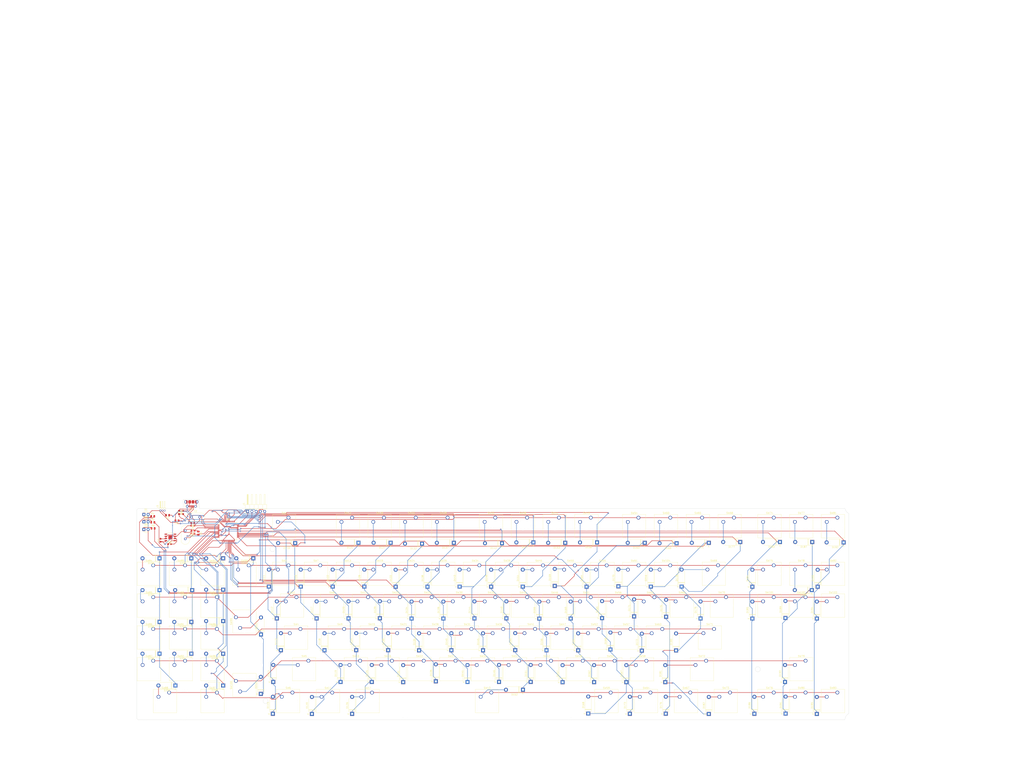
<source format=kicad_pcb>
(kicad_pcb (version 20171130) (host pcbnew "(5.0.2)-1")
  (layers (0 F.Cu signal) (31 B.Cu signal) (34 B.Paste user) (35 F.Paste user) (36 B.SilkS user) (37 F.SilkS user) (38 B.Mask user) (39 F.Mask user) (44 Edge.Cuts user))
  (net 0 "")
  (net 1 +5V)
  (net 2 GND)
  (net 3 /OSC_IN)
  (net 4 /OSC_OUT)
  (net 5 +3V3)
  (net 6 /LSE_OSC_IN)
  (net 7 /LSE_OSC_OUT)
  (net 8 /col0)
  (net 9 "Net-(D110-Pad2)")
  (net 10 "Net-(D111-Pad2)")
  (net 11 "Net-(D112-Pad2)")
  (net 12 "Net-(D113-Pad2)")
  (net 13 "Net-(D114-Pad2)")
  (net 14 "Net-(D115-Pad2)")
  (net 15 "Net-(D116-Pad2)")
  (net 16 /col1)
  (net 17 "Net-(D117-Pad2)")
  (net 18 "Net-(D118-Pad2)")
  (net 19 "Net-(D119-Pad2)")
  (net 20 "Net-(D120-Pad2)")
  (net 21 "Net-(D121-Pad2)")
  (net 22 /col2)
  (net 23 "Net-(D122-Pad2)")
  (net 24 "Net-(D123-Pad2)")
  (net 25 "Net-(D124-Pad2)")
  (net 26 "Net-(D125-Pad2)")
  (net 27 "Net-(D126-Pad2)")
  (net 28 /col3)
  (net 29 "Net-(D127-Pad2)")
  (net 30 "Net-(D128-Pad2)")
  (net 31 "Net-(D129-Pad2)")
  (net 32 "Net-(D130-Pad2)")
  (net 33 "Net-(D131-Pad2)")
  (net 34 /col4)
  (net 35 "Net-(D132-Pad2)")
  (net 36 "Net-(D133-Pad2)")
  (net 37 "Net-(D134-Pad2)")
  (net 38 "Net-(D135-Pad2)")
  (net 39 "Net-(D136-Pad2)")
  (net 40 /col5)
  (net 41 "Net-(D137-Pad2)")
  (net 42 "Net-(D138-Pad2)")
  (net 43 "Net-(D139-Pad2)")
  (net 44 "Net-(D140-Pad2)")
  (net 45 "Net-(D141-Pad2)")
  (net 46 /col6)
  (net 47 "Net-(D142-Pad2)")
  (net 48 "Net-(D143-Pad2)")
  (net 49 "Net-(D144-Pad2)")
  (net 50 "Net-(D145-Pad2)")
  (net 51 "Net-(D146-Pad2)")
  (net 52 /col7)
  (net 53 "Net-(D147-Pad2)")
  (net 54 "Net-(D148-Pad2)")
  (net 55 "Net-(D149-Pad2)")
  (net 56 "Net-(D150-Pad2)")
  (net 57 "Net-(D151-Pad2)")
  (net 58 "Net-(D152-Pad2)")
  (net 59 /col8)
  (net 60 "Net-(D153-Pad2)")
  (net 61 "Net-(D154-Pad2)")
  (net 62 "Net-(D155-Pad2)")
  (net 63 "Net-(D156-Pad2)")
  (net 64 "Net-(D157-Pad2)")
  (net 65 /col9)
  (net 66 "Net-(D158-Pad2)")
  (net 67 "Net-(D159-Pad2)")
  (net 68 "Net-(D160-Pad2)")
  (net 69 "Net-(D161-Pad2)")
  (net 70 "Net-(D162-Pad2)")
  (net 71 /col10)
  (net 72 "Net-(D163-Pad2)")
  (net 73 "Net-(D164-Pad2)")
  (net 74 "Net-(D165-Pad2)")
  (net 75 "Net-(D166-Pad2)")
  (net 76 "Net-(D167-Pad2)")
  (net 77 "Net-(D168-Pad2)")
  (net 78 "Net-(D169-Pad2)")
  (net 79 /col11)
  (net 80 "Net-(D170-Pad2)")
  (net 81 "Net-(D171-Pad2)")
  (net 82 "Net-(D172-Pad2)")
  (net 83 "Net-(D173-Pad2)")
  (net 84 /col12)
  (net 85 "Net-(D174-Pad2)")
  (net 86 "Net-(D175-Pad2)")
  (net 87 "Net-(D176-Pad2)")
  (net 88 "Net-(D177-Pad2)")
  (net 89 /col13)
  (net 90 "Net-(D178-Pad2)")
  (net 91 "Net-(D179-Pad2)")
  (net 92 "Net-(D180-Pad2)")
  (net 93 "Net-(D181-Pad2)")
  (net 94 "Net-(D182-Pad2)")
  (net 95 "Net-(D183-Pad2)")
  (net 96 /col14)
  (net 97 "Net-(D184-Pad2)")
  (net 98 "Net-(D185-Pad2)")
  (net 99 "Net-(D186-Pad2)")
  (net 100 /col15)
  (net 101 "Net-(D187-Pad2)")
  (net 102 "Net-(D188-Pad2)")
  (net 103 "Net-(D189-Pad2)")
  (net 104 "Net-(D190-Pad2)")
  (net 105 "Net-(D191-Pad2)")
  (net 106 "Net-(D192-Pad2)")
  (net 107 /col16)
  (net 108 "Net-(D193-Pad2)")
  (net 109 "Net-(D194-Pad2)")
  (net 110 "Net-(D195-Pad2)")
  (net 111 /col17)
  (net 112 "Net-(D196-Pad2)")
  (net 113 "Net-(D197-Pad2)")
  (net 114 "Net-(D198-Pad2)")
  (net 115 "Net-(D199-Pad2)")
  (net 116 "Net-(D200-Pad2)")
  (net 117 /col18)
  (net 118 "Net-(D201-Pad2)")
  (net 119 "Net-(D202-Pad2)")
  (net 120 "Net-(D203-Pad2)")
  (net 121 "Net-(D204-Pad2)")
  (net 122 /col19)
  (net 123 "Net-(D205-Pad2)")
  (net 124 "Net-(D206-Pad2)")
  (net 125 "Net-(D207-Pad2)")
  (net 126 "Net-(D208-Pad2)")
  (net 127 "Net-(D209-Pad2)")
  (net 128 "Net-(D210-Pad2)")
  (net 129 /col20)
  (net 130 "Net-(D211-Pad2)")
  (net 131 "Net-(D212-Pad2)")
  (net 132 /NRST)
  (net 133 /SWDCLK)
  (net 134 /SWDIO)
  (net 135 "Net-(J2-Pad2)")
  (net 136 "Net-(J2-Pad3)")
  (net 137 "Net-(J3-Pad2)")
  (net 138 "Net-(R3-Pad1)")
  (net 139 /USB_DP)
  (net 140 /USB_DM)
  (net 141 /row0)
  (net 142 /row1)
  (net 143 /row2)
  (net 144 /row3)
  (net 145 /row4)
  (net 146 /row5)
  (net 147 "Net-(D216-Pad2)")
  (net 148 "Net-(D1-Pad1)")
  (net 149 "Net-(D2-Pad1)")
  (net 150 "Net-(D3-Pad1)")
  (net 151 /LED_CAPS)
  (net 152 /LED_SCRLK)
  (net 153 /LED_NUMLK)
  (module Button_Switch_Keyboard:SW_Cherry_MX1A_1.00u_PCB (layer F.Cu) (at 335.25 280.7)
    (fp_text reference SW98 (at -2.54 -2.794) (layer F.SilkS))
    (fp_text value -)
    (pad "" np_thru_hole circle (at 2.54 5.08) (size 1.7 1.7) (drill 1.7) (layers *.Cu *.Mask))
    (pad "" np_thru_hole circle (at -7.62 5.08) (size 1.7 1.7) (drill 1.7) (layers *.Cu *.Mask))
    (pad "" np_thru_hole circle (at -2.54 5.08) (size 4 4) (drill 4) (layers *.Cu *.Mask))
    (pad 2 thru_hole circle (at -6.35 2.54) (size 2.2 2.2) (drill 1.5) (layers *.Cu *.Mask) (net 128 "Net-(D210-Pad2)"))
    (pad 1 thru_hole circle (at 0 0) (size 2.2 2.2) (drill 1.5) (layers *.Cu *.Mask) (net 142 /row1))
  )
  (module Button_Switch_Keyboard:SW_Cherry_MX1A_1.00u_PCB (layer F.Cu) (at 297.25 280.7)
    (fp_text reference SW89 (at -2.54 -2.794) (layer F.SilkS))
    (fp_text value /)
    (pad "" np_thru_hole circle (at 2.54 5.08) (size 1.7 1.7) (drill 1.7) (layers *.Cu *.Mask))
    (pad "" np_thru_hole circle (at -7.62 5.08) (size 1.7 1.7) (drill 1.7) (layers *.Cu *.Mask))
    (pad "" np_thru_hole circle (at -2.54 5.08) (size 4 4) (drill 4) (layers *.Cu *.Mask))
    (pad 2 thru_hole circle (at -6.35 2.54) (size 2.2 2.2) (drill 1.5) (layers *.Cu *.Mask) (net 118 "Net-(D201-Pad2)"))
    (pad 1 thru_hole circle (at 0 0) (size 2.2 2.2) (drill 1.5) (layers *.Cu *.Mask) (net 142 /row1))
  )
  (module Crystal:Crystal_HC49-4H_Vertical (layer F.Cu) (at 301.05 251.9)
    (fp_text reference Y2 (at 2.44 -3.525) (layer F.SilkS))
    (fp_text value 32.786k)
    (pad 2 thru_hole circle (at 4.88 0) (size 1.5 1.5) (drill 0.8) (layers *.Cu *.Mask) (net 7 /LSE_OSC_OUT))
    (pad 1 thru_hole circle (at 0 0) (size 1.5 1.5) (drill 0.8) (layers *.Cu *.Mask) (net 6 /LSE_OSC_IN))
  )
  (module Diode_THT:D_DO-15_P10.16mm_Horizontal (layer F.Cu) (at 338 276.5 180)
    (fp_text reference D210 (at 5.08 -2.92 180) (layer F.SilkS))
    (fp_text value D_Schottky)
    (fp_text user K (at 0 -2.2 180) (layer F.SilkS))
    (pad 2 thru_hole oval (at 10.16 0 180) (size 2.4 2.4) (drill 1.2) (layers *.Cu *.Mask) (net 128 "Net-(D210-Pad2)"))
    (pad 1 thru_hole rect (at 0 0 180) (size 2.4 2.4) (drill 1.2) (layers *.Cu *.Mask) (net 129 /col20))
  )
  (module Button_Switch_Keyboard:SW_Cherry_MX1A_2.00u_PCB (layer F.Cu) (at 327.6 311.75 90)
    (fp_text reference SW99 (at -2.54 -2.794 90) (layer F.SilkS))
    (fp_text value +)
    (pad "" np_thru_hole circle (at 9.36 -1.92 90) (size 3.05 3.05) (drill 3.05) (layers *.Cu *.Mask))
    (pad "" np_thru_hole circle (at -14.44 -1.92 90) (size 3.05 3.05) (drill 3.05) (layers *.Cu *.Mask))
    (pad "" np_thru_hole circle (at -14.44 13.32 90) (size 4 4) (drill 4) (layers *.Cu *.Mask))
    (pad "" np_thru_hole circle (at 9.36 13.32 90) (size 4 4) (drill 4) (layers *.Cu *.Mask))
    (pad "" np_thru_hole circle (at 2.54 5.08 90) (size 1.7 1.7) (drill 1.7) (layers *.Cu *.Mask))
    (pad "" np_thru_hole circle (at -7.62 5.08 90) (size 1.7 1.7) (drill 1.7) (layers *.Cu *.Mask))
    (pad "" np_thru_hole circle (at -2.54 5.08 90) (size 4 4) (drill 4) (layers *.Cu *.Mask))
    (pad 2 thru_hole circle (at -6.35 2.54 90) (size 2.2 2.2) (drill 1.5) (layers *.Cu *.Mask) (net 130 "Net-(D211-Pad2)"))
    (pad 1 thru_hole circle (at 0 0 90) (size 2.2 2.2) (drill 1.5) (layers *.Cu *.Mask) (net 143 /row2))
  )
  (module Package_QFP:LQFP-64_10x10mm_P0.5mm (layer F.Cu) (at 323 260.25)
    (fp_text reference U2 (at 0 -7.2) (layer F.SilkS))
    (fp_text value STM32F103RCTx)
    (pad 64 smd rect (at -3.75 -5.7 90) (size 1 0.25) (layers F.Cu F.Paste F.Mask) (net 5 +3V3))
    (pad 63 smd rect (at -3.25 -5.7 90) (size 1 0.25) (layers F.Cu F.Paste F.Mask) (net 2 GND))
    (pad 62 smd rect (at -2.75 -5.7 90) (size 1 0.25) (layers F.Cu F.Paste F.Mask) (net 65 /col9))
    (pad 61 smd rect (at -2.25 -5.7 90) (size 1 0.25) (layers F.Cu F.Paste F.Mask) (net 59 /col8))
    (pad 60 smd rect (at -1.75 -5.7 90) (size 1 0.25) (layers F.Cu F.Paste F.Mask) (net 138 "Net-(R3-Pad1)"))
    (pad 59 smd rect (at -1.25 -5.7 90) (size 1 0.25) (layers F.Cu F.Paste F.Mask) (net 52 /col7))
    (pad 58 smd rect (at -0.75 -5.7 90) (size 1 0.25) (layers F.Cu F.Paste F.Mask) (net 46 /col6))
    (pad 57 smd rect (at -0.25 -5.7 90) (size 1 0.25) (layers F.Cu F.Paste F.Mask) (net 40 /col5))
    (pad 56 smd rect (at 0.25 -5.7 90) (size 1 0.25) (layers F.Cu F.Paste F.Mask) (net 34 /col4))
    (pad 55 smd rect (at 0.75 -5.7 90) (size 1 0.25) (layers F.Cu F.Paste F.Mask) (net 28 /col3))
    (pad 54 smd rect (at 1.25 -5.7 90) (size 1 0.25) (layers F.Cu F.Paste F.Mask))
    (pad 53 smd rect (at 1.75 -5.7 90) (size 1 0.25) (layers F.Cu F.Paste F.Mask))
    (pad 52 smd rect (at 2.25 -5.7 90) (size 1 0.25) (layers F.Cu F.Paste F.Mask))
    (pad 51 smd rect (at 2.75 -5.7 90) (size 1 0.25) (layers F.Cu F.Paste F.Mask))
    (pad 50 smd rect (at 3.25 -5.7 90) (size 1 0.25) (layers F.Cu F.Paste F.Mask))
    (pad 49 smd rect (at 3.75 -5.7 90) (size 1 0.25) (layers F.Cu F.Paste F.Mask) (net 133 /SWDCLK))
    (pad 48 smd rect (at 5.7 -3.75) (size 1 0.25) (layers F.Cu F.Paste F.Mask) (net 5 +3V3))
    (pad 47 smd rect (at 5.7 -3.25) (size 1 0.25) (layers F.Cu F.Paste F.Mask) (net 2 GND))
    (pad 46 smd rect (at 5.7 -2.75) (size 1 0.25) (layers F.Cu F.Paste F.Mask) (net 134 /SWDIO))
    (pad 45 smd rect (at 5.7 -2.25) (size 1 0.25) (layers F.Cu F.Paste F.Mask) (net 139 /USB_DP))
    (pad 44 smd rect (at 5.7 -1.75) (size 1 0.25) (layers F.Cu F.Paste F.Mask) (net 140 /USB_DM))
    (pad 43 smd rect (at 5.7 -1.25) (size 1 0.25) (layers F.Cu F.Paste F.Mask))
    (pad 42 smd rect (at 5.7 -0.75) (size 1 0.25) (layers F.Cu F.Paste F.Mask))
    (pad 41 smd rect (at 5.7 -0.25) (size 1 0.25) (layers F.Cu F.Paste F.Mask))
    (pad 40 smd rect (at 5.7 0.25) (size 1 0.25) (layers F.Cu F.Paste F.Mask))
    (pad 39 smd rect (at 5.7 0.75) (size 1 0.25) (layers F.Cu F.Paste F.Mask))
    (pad 38 smd rect (at 5.7 1.25) (size 1 0.25) (layers F.Cu F.Paste F.Mask) (net 153 /LED_NUMLK))
    (pad 37 smd rect (at 5.7 1.75) (size 1 0.25) (layers F.Cu F.Paste F.Mask) (net 152 /LED_SCRLK))
    (pad 36 smd rect (at 5.7 2.25) (size 1 0.25) (layers F.Cu F.Paste F.Mask) (net 100 /col15))
    (pad 35 smd rect (at 5.7 2.75) (size 1 0.25) (layers F.Cu F.Paste F.Mask) (net 96 /col14))
    (pad 34 smd rect (at 5.7 3.25) (size 1 0.25) (layers F.Cu F.Paste F.Mask) (net 89 /col13))
    (pad 33 smd rect (at 5.7 3.75) (size 1 0.25) (layers F.Cu F.Paste F.Mask) (net 84 /col12))
    (pad 32 smd rect (at 3.75 5.7 90) (size 1 0.25) (layers F.Cu F.Paste F.Mask) (net 5 +3V3))
    (pad 31 smd rect (at 3.25 5.7 90) (size 1 0.25) (layers F.Cu F.Paste F.Mask) (net 2 GND))
    (pad 30 smd rect (at 2.75 5.7 90) (size 1 0.25) (layers F.Cu F.Paste F.Mask) (net 79 /col11))
    (pad 29 smd rect (at 2.25 5.7 90) (size 1 0.25) (layers F.Cu F.Paste F.Mask) (net 71 /col10))
    (pad 28 smd rect (at 1.75 5.7 90) (size 1 0.25) (layers F.Cu F.Paste F.Mask) (net 22 /col2))
    (pad 27 smd rect (at 1.25 5.7 90) (size 1 0.25) (layers F.Cu F.Paste F.Mask) (net 16 /col1))
    (pad 26 smd rect (at 0.75 5.7 90) (size 1 0.25) (layers F.Cu F.Paste F.Mask) (net 8 /col0))
    (pad 25 smd rect (at 0.25 5.7 90) (size 1 0.25) (layers F.Cu F.Paste F.Mask) (net 151 /LED_CAPS))
    (pad 24 smd rect (at -0.25 5.7 90) (size 1 0.25) (layers F.Cu F.Paste F.Mask) (net 129 /col20))
    (pad 23 smd rect (at -0.75 5.7 90) (size 1 0.25) (layers F.Cu F.Paste F.Mask))
    (pad 22 smd rect (at -1.25 5.7 90) (size 1 0.25) (layers F.Cu F.Paste F.Mask) (net 146 /row5))
    (pad 21 smd rect (at -1.75 5.7 90) (size 1 0.25) (layers F.Cu F.Paste F.Mask))
    (pad 20 smd rect (at -2.25 5.7 90) (size 1 0.25) (layers F.Cu F.Paste F.Mask) (net 145 /row4))
    (pad 19 smd rect (at -2.75 5.7 90) (size 1 0.25) (layers F.Cu F.Paste F.Mask) (net 5 +3V3))
    (pad 18 smd rect (at -3.25 5.7 90) (size 1 0.25) (layers F.Cu F.Paste F.Mask) (net 2 GND))
    (pad 17 smd rect (at -3.75 5.7 90) (size 1 0.25) (layers F.Cu F.Paste F.Mask) (net 144 /row3))
    (pad 16 smd rect (at -5.7 3.75) (size 1 0.25) (layers F.Cu F.Paste F.Mask) (net 143 /row2))
    (pad 15 smd rect (at -5.7 3.25) (size 1 0.25) (layers F.Cu F.Paste F.Mask) (net 142 /row1))
    (pad 14 smd rect (at -5.7 2.75) (size 1 0.25) (layers F.Cu F.Paste F.Mask) (net 141 /row0))
    (pad 13 smd rect (at -5.7 2.25) (size 1 0.25) (layers F.Cu F.Paste F.Mask) (net 5 +3V3))
    (pad 12 smd rect (at -5.7 1.75) (size 1 0.25) (layers F.Cu F.Paste F.Mask) (net 2 GND))
    (pad 11 smd rect (at -5.7 1.25) (size 1 0.25) (layers F.Cu F.Paste F.Mask) (net 122 /col19))
    (pad 10 smd rect (at -5.7 0.75) (size 1 0.25) (layers F.Cu F.Paste F.Mask) (net 117 /col18))
    (pad 9 smd rect (at -5.7 0.25) (size 1 0.25) (layers F.Cu F.Paste F.Mask) (net 111 /col17))
    (pad 8 smd rect (at -5.7 -0.25) (size 1 0.25) (layers F.Cu F.Paste F.Mask) (net 107 /col16))
    (pad 7 smd rect (at -5.7 -0.75) (size 1 0.25) (layers F.Cu F.Paste F.Mask) (net 132 /NRST))
    (pad 6 smd rect (at -5.7 -1.25) (size 1 0.25) (layers F.Cu F.Paste F.Mask) (net 4 /OSC_OUT))
    (pad 5 smd rect (at -5.7 -1.75) (size 1 0.25) (layers F.Cu F.Paste F.Mask) (net 3 /OSC_IN))
    (pad 4 smd rect (at -5.7 -2.25) (size 1 0.25) (layers F.Cu F.Paste F.Mask) (net 7 /LSE_OSC_OUT))
    (pad 3 smd rect (at -5.7 -2.75) (size 1 0.25) (layers F.Cu F.Paste F.Mask) (net 6 /LSE_OSC_IN))
    (pad 2 smd rect (at -5.7 -3.25) (size 1 0.25) (layers F.Cu F.Paste F.Mask))
    (pad 1 smd rect (at -5.7 -3.75) (size 1 0.25) (layers F.Cu F.Paste F.Mask) (net 5 +3V3))
  )
  (module Resistor_SMD:R_0805_2012Metric (layer F.Cu) (at 292.4375 254 180)
    (fp_text reference R2 (at 0 -1.65 180) (layer F.SilkS))
    (fp_text value 1.5k)
    (pad 2 smd roundrect (at 0.9375 0 180) (size 0.975 1.4) (layers F.Cu F.Paste F.Mask) (net 136 "Net-(J2-Pad3)"))
    (pad 1 smd roundrect (at -0.9375 0 180) (size 0.975 1.4) (layers F.Cu F.Paste F.Mask) (net 1 +5V))
  )
  (module Capacitor_SMD:C_0603_1608Metric_Pad1.05x0.95mm_HandSolder (layer F.Cu) (at 282.6 265.7 90)
    (fp_text reference C1 (at 0 -1.43 90) (layer F.SilkS))
    (fp_text value 0.1uF)
    (pad 2 smd roundrect (at 0.875 0 90) (size 1.05 0.95) (layers F.Cu F.Paste F.Mask) (net 2 GND))
    (pad 1 smd roundrect (at -0.875 0 90) (size 1.05 0.95) (layers F.Cu F.Paste F.Mask) (net 1 +5V))
  )
  (module Connector_PinHeader_1.27mm:PinHeader_1x03_P1.27mm_Horizontal (layer F.Cu) (at 282.5 248 90)
    (fp_text reference J3 (at 2.4325 -1.635 90) (layer F.SilkS))
    (fp_text value Conn_01x03_Male)
    (pad 3 thru_hole oval (at 0 2.54 90) (size 1 1) (drill 0.65) (layers *.Cu *.Mask) (net 2 GND))
    (pad 2 thru_hole oval (at 0 1.27 90) (size 1 1) (drill 0.65) (layers *.Cu *.Mask) (net 137 "Net-(J3-Pad2)"))
    (pad 1 thru_hole rect (at 0 0 90) (size 1 1) (drill 0.65) (layers *.Cu *.Mask) (net 5 +3V3))
  )
  (module Connector_USB:USB_Micro-B_Molex-105017-0001 (layer F.Cu) (at 301 244 180)
    (fp_text reference J2 (at 0 -3.1125 180) (layer F.SilkS))
    (fp_text value USB_B_Micro)
    (pad 6 smd rect (at -2.9 1.2375 180) (size 1.2 1.9) (layers F.Cu F.Mask) (net 2 GND))
    (pad 6 smd rect (at 2.9 1.2375 180) (size 1.2 1.9) (layers F.Cu F.Mask) (net 2 GND))
    (pad 6 thru_hole oval (at 3.5 1.2375 180) (size 1.2 1.9) (drill oval 0.6 1.3) (layers *.Cu *.Mask) (net 2 GND))
    (pad 6 thru_hole oval (at -3.5 1.2375) (size 1.2 1.9) (drill oval 0.6 1.3) (layers *.Cu *.Mask) (net 2 GND))
    (pad 6 smd rect (at -1 1.2375 180) (size 1.5 1.9) (layers F.Cu F.Paste F.Mask) (net 2 GND))
    (pad 6 thru_hole circle (at 2.5 -1.4625 180) (size 1.45 1.45) (drill 0.85) (layers *.Cu *.Mask) (net 2 GND))
    (pad 3 smd rect (at 0 -1.4625 180) (size 0.4 1.35) (layers F.Cu F.Paste F.Mask) (net 136 "Net-(J2-Pad3)"))
    (pad 4 smd rect (at 0.65 -1.4625 180) (size 0.4 1.35) (layers F.Cu F.Paste F.Mask))
    (pad 5 smd rect (at 1.3 -1.4625 180) (size 0.4 1.35) (layers F.Cu F.Paste F.Mask) (net 2 GND))
    (pad 1 smd rect (at -1.3 -1.4625 180) (size 0.4 1.35) (layers F.Cu F.Paste F.Mask) (net 1 +5V))
    (pad 2 smd rect (at -0.65 -1.4625 180) (size 0.4 1.35) (layers F.Cu F.Paste F.Mask) (net 135 "Net-(J2-Pad2)"))
    (pad 6 thru_hole circle (at -2.5 -1.4625 180) (size 1.45 1.45) (drill 0.85) (layers *.Cu *.Mask) (net 2 GND))
    (pad 6 smd rect (at 1 1.2375 180) (size 1.5 1.9) (layers F.Cu F.Paste F.Mask) (net 2 GND))
  )
  (module Package_SO:SOIC-8-1EP_3.9x4.9mm_P1.27mm_EP2.35x2.35mm (layer F.Cu) (at 288.5 264 180)
    (fp_text reference U1 (at 0 -3.5 180) (layer F.SilkS))
    (fp_text value L4931ABD33-TR)
    (pad 9 smd rect (at 0 0 180) (size 2.35 2.35) (layers F.Cu F.Mask))
    (pad 8 smd rect (at 2.7 -1.905 180) (size 1.55 0.6) (layers F.Cu F.Paste F.Mask) (net 1 +5V))
    (pad 7 smd rect (at 2.7 -0.635 180) (size 1.55 0.6) (layers F.Cu F.Paste F.Mask) (net 2 GND))
    (pad 6 smd rect (at 2.7 0.635 180) (size 1.55 0.6) (layers F.Cu F.Paste F.Mask) (net 2 GND))
    (pad 5 smd rect (at 2.7 1.905 180) (size 1.55 0.6) (layers F.Cu F.Paste F.Mask))
    (pad 4 smd rect (at -2.7 1.905 180) (size 1.55 0.6) (layers F.Cu F.Paste F.Mask))
    (pad 3 smd rect (at -2.7 0.635 180) (size 1.55 0.6) (layers F.Cu F.Paste F.Mask) (net 2 GND))
    (pad 2 smd rect (at -2.7 -0.635 180) (size 1.55 0.6) (layers F.Cu F.Paste F.Mask) (net 2 GND))
    (pad 1 smd rect (at -2.7 -1.905 180) (size 1.55 0.6) (layers F.Cu F.Paste F.Mask) (net 5 +3V3))
  )
  (module Button_Switch_Keyboard:SW_Cherry_MX1A_1.00u_PCB (layer F.Cu) (at 316.25 280.7)
    (fp_text reference SW93 (at -2.54 -2.794) (layer F.SilkS))
    (fp_text value *)
    (pad "" np_thru_hole circle (at 2.54 5.08) (size 1.7 1.7) (drill 1.7) (layers *.Cu *.Mask))
    (pad "" np_thru_hole circle (at -7.62 5.08) (size 1.7 1.7) (drill 1.7) (layers *.Cu *.Mask))
    (pad "" np_thru_hole circle (at -2.54 5.08) (size 4 4) (drill 4) (layers *.Cu *.Mask))
    (pad 2 thru_hole circle (at -6.35 2.54) (size 2.2 2.2) (drill 1.5) (layers *.Cu *.Mask) (net 123 "Net-(D205-Pad2)"))
    (pad 1 thru_hole circle (at 0 0) (size 2.2 2.2) (drill 1.5) (layers *.Cu *.Mask) (net 142 /row1))
  )
  (module Capacitor_SMD:C_0603_1608Metric_Pad1.05x0.95mm_HandSolder (layer F.Cu) (at 302 260 180)
    (fp_text reference C2 (at 0 -1.43 180) (layer F.SilkS))
    (fp_text value 20pf)
    (pad 2 smd roundrect (at 0.875 0 180) (size 1.05 0.95) (layers F.Cu F.Paste F.Mask) (net 2 GND))
    (pad 1 smd roundrect (at -0.875 0 180) (size 1.05 0.95) (layers F.Cu F.Paste F.Mask) (net 3 /OSC_IN))
  )
  (module Capacitor_SMD:C_0603_1608Metric_Pad1.05x0.95mm_HandSolder (layer F.Cu) (at 301.925 261.6 180)
    (fp_text reference C3 (at 0 -1.43 180) (layer F.SilkS))
    (fp_text value 20pf)
    (pad 2 smd roundrect (at 0.875 0 180) (size 1.05 0.95) (layers F.Cu F.Paste F.Mask) (net 2 GND))
    (pad 1 smd roundrect (at -0.875 0 180) (size 1.05 0.95) (layers F.Cu F.Paste F.Mask) (net 4 /OSC_OUT))
  )
  (module Capacitor_SMD:C_0603_1608Metric_Pad1.05x0.95mm_HandSolder (layer F.Cu) (at 288 268)
    (fp_text reference C4 (at 0 -1.43) (layer F.SilkS))
    (fp_text value 2.2uF)
    (pad 2 smd roundrect (at 0.875 0) (size 1.05 0.95) (layers F.Cu F.Paste F.Mask) (net 2 GND))
    (pad 1 smd roundrect (at -0.875 0) (size 1.05 0.95) (layers F.Cu F.Paste F.Mask) (net 5 +3V3))
  )
  (module Capacitor_SMD:C_0603_1608Metric_Pad1.05x0.95mm_HandSolder (layer F.Cu) (at 301.875 255.5 180)
    (fp_text reference C5 (at 0 -1.43 180) (layer F.SilkS))
    (fp_text value 20pf)
    (pad 2 smd roundrect (at 0.875 0 180) (size 1.05 0.95) (layers F.Cu F.Paste F.Mask) (net 2 GND))
    (pad 1 smd roundrect (at -0.875 0 180) (size 1.05 0.95) (layers F.Cu F.Paste F.Mask) (net 6 /LSE_OSC_IN))
  )
  (module Capacitor_SMD:C_0603_1608Metric_Pad1.05x0.95mm_HandSolder (layer F.Cu) (at 301.875 257 180)
    (fp_text reference C6 (at 0 -1.43 270) (layer F.SilkS))
    (fp_text value 20pf)
    (pad 2 smd roundrect (at 0.875 0 180) (size 1.05 0.95) (layers F.Cu F.Paste F.Mask) (net 2 GND))
    (pad 1 smd roundrect (at -0.875 0 180) (size 1.05 0.95) (layers F.Cu F.Paste F.Mask) (net 7 /LSE_OSC_OUT))
  )
  (module Diode_THT:D_DO-15_P10.16mm_Horizontal (layer F.Cu) (at 363 267.4 180)
    (fp_text reference D110 (at 5.08 -2.92 180) (layer F.SilkS))
    (fp_text value D_Schottky)
    (fp_text user K (at 0 -2.2 180) (layer F.SilkS))
    (pad 2 thru_hole oval (at 10.16 0 180) (size 2.4 2.4) (drill 1.2) (layers *.Cu *.Mask) (net 9 "Net-(D110-Pad2)"))
    (pad 1 thru_hole rect (at 0 0 180) (size 2.4 2.4) (drill 1.2) (layers *.Cu *.Mask) (net 8 /col0))
  )
  (module Diode_THT:D_DO-15_P10.16mm_Horizontal (layer F.Cu) (at 347.3 293.4 90)
    (fp_text reference D111 (at 5.08 -2.92 90) (layer F.SilkS))
    (fp_text value D_Schottky)
    (fp_text user K (at 0 -2.2 90) (layer F.SilkS))
    (pad 2 thru_hole oval (at 10.16 0 90) (size 2.4 2.4) (drill 1.2) (layers *.Cu *.Mask) (net 10 "Net-(D111-Pad2)"))
    (pad 1 thru_hole rect (at 0 0 90) (size 2.4 2.4) (drill 1.2) (layers *.Cu *.Mask) (net 8 /col0))
  )
  (module Diode_THT:D_DO-15_P10.16mm_Horizontal (layer F.Cu) (at 352.04 312.41 90)
    (fp_text reference D112 (at 5.08 -2.92 90) (layer F.SilkS))
    (fp_text value D_Schottky)
    (fp_text user K (at 0 -2.2 90) (layer F.SilkS))
    (pad 2 thru_hole oval (at 10.16 0 90) (size 2.4 2.4) (drill 1.2) (layers *.Cu *.Mask) (net 11 "Net-(D112-Pad2)"))
    (pad 1 thru_hole rect (at 0 0 90) (size 2.4 2.4) (drill 1.2) (layers *.Cu *.Mask) (net 8 /col0))
  )
  (module Diode_THT:D_DO-15_P10.16mm_Horizontal (layer F.Cu) (at 354.48 331.41 90)
    (fp_text reference D113 (at 5.08 -2.92 90) (layer F.SilkS))
    (fp_text value D_Schottky)
    (fp_text user K (at 0 -2.2 90) (layer F.SilkS))
    (pad 2 thru_hole oval (at 10.16 0 90) (size 2.4 2.4) (drill 1.2) (layers *.Cu *.Mask) (net 12 "Net-(D113-Pad2)"))
    (pad 1 thru_hole rect (at 0 0 90) (size 2.4 2.4) (drill 1.2) (layers *.Cu *.Mask) (net 8 /col0))
  )
  (module Diode_THT:D_DO-15_P10.16mm_Horizontal (layer F.Cu) (at 349.91 350.37 90)
    (fp_text reference D114 (at 5.08 -2.92 90) (layer F.SilkS))
    (fp_text value D_Schottky)
    (fp_text user K (at 0 -2.2 90) (layer F.SilkS))
    (pad 2 thru_hole oval (at 10.16 0 90) (size 2.4 2.4) (drill 1.2) (layers *.Cu *.Mask) (net 13 "Net-(D114-Pad2)"))
    (pad 1 thru_hole rect (at 0 0 90) (size 2.4 2.4) (drill 1.2) (layers *.Cu *.Mask) (net 8 /col0))
  )
  (module Diode_THT:D_DO-15_P10.16mm_Horizontal (layer F.Cu) (at 349.68 369.39 90)
    (fp_text reference D115 (at 5.08 -2.92 90) (layer F.SilkS))
    (fp_text value D_Schottky)
    (fp_text user K (at 0 -2.2 90) (layer F.SilkS))
    (pad 2 thru_hole oval (at 10.16 0 90) (size 2.4 2.4) (drill 1.2) (layers *.Cu *.Mask) (net 14 "Net-(D115-Pad2)"))
    (pad 1 thru_hole rect (at 0 0 90) (size 2.4 2.4) (drill 1.2) (layers *.Cu *.Mask) (net 8 /col0))
  )
  (module Diode_THT:D_DO-15_P10.16mm_Horizontal (layer F.Cu) (at 366.31 293.41 90)
    (fp_text reference D116 (at 5.08 -2.92 90) (layer F.SilkS))
    (fp_text value D_Schottky)
    (fp_text user K (at 0 -2.2 90) (layer F.SilkS))
    (pad 2 thru_hole oval (at 10.16 0 90) (size 2.4 2.4) (drill 1.2) (layers *.Cu *.Mask) (net 15 "Net-(D116-Pad2)"))
    (pad 1 thru_hole rect (at 0 0 90) (size 2.4 2.4) (drill 1.2) (layers *.Cu *.Mask) (net 16 /col1))
  )
  (module Diode_THT:D_DO-15_P10.16mm_Horizontal (layer F.Cu) (at 375.8 312.41 90)
    (fp_text reference D117 (at 5.08 -2.92 90) (layer F.SilkS))
    (fp_text value D_Schottky)
    (fp_text user K (at 0 -2.2 90) (layer F.SilkS))
    (pad 2 thru_hole oval (at 10.16 0 90) (size 2.4 2.4) (drill 1.2) (layers *.Cu *.Mask) (net 17 "Net-(D117-Pad2)"))
    (pad 1 thru_hole rect (at 0 0 90) (size 2.4 2.4) (drill 1.2) (layers *.Cu *.Mask) (net 16 /col1))
  )
  (module Diode_THT:D_DO-15_P10.16mm_Horizontal (layer F.Cu) (at 380.51 331.45 90)
    (fp_text reference D118 (at 5.08 -2.92 90) (layer F.SilkS))
    (fp_text value D_Schottky)
    (fp_text user K (at 0 -2.2 90) (layer F.SilkS))
    (pad 2 thru_hole oval (at 10.16 0 90) (size 2.4 2.4) (drill 1.2) (layers *.Cu *.Mask) (net 18 "Net-(D118-Pad2)"))
    (pad 1 thru_hole rect (at 0 0 90) (size 2.4 2.4) (drill 1.2) (layers *.Cu *.Mask) (net 16 /col1))
  )
  (module Diode_THT:D_DO-15_P10.16mm_Horizontal (layer F.Cu) (at 390.11 350.4 90)
    (fp_text reference D119 (at 5.08 -2.92 90) (layer F.SilkS))
    (fp_text value D_Schottky)
    (fp_text user K (at 0 -2.2 90) (layer F.SilkS))
    (pad 2 thru_hole oval (at 10.16 0 90) (size 2.4 2.4) (drill 1.2) (layers *.Cu *.Mask) (net 19 "Net-(D119-Pad2)"))
    (pad 1 thru_hole rect (at 0 0 90) (size 2.4 2.4) (drill 1.2) (layers *.Cu *.Mask) (net 16 /col1))
  )
  (module Diode_THT:D_DO-15_P10.16mm_Horizontal (layer F.Cu) (at 373 369.5 90)
    (fp_text reference D120 (at 5.08 -2.92 90) (layer F.SilkS))
    (fp_text value D_Schottky)
    (fp_text user K (at 0 -2.2 90) (layer F.SilkS))
    (pad 2 thru_hole oval (at 10.16 0 90) (size 2.4 2.4) (drill 1.2) (layers *.Cu *.Mask) (net 20 "Net-(D120-Pad2)"))
    (pad 1 thru_hole rect (at 0 0 90) (size 2.4 2.4) (drill 1.2) (layers *.Cu *.Mask) (net 16 /col1))
  )
  (module Diode_THT:D_DO-15_P10.16mm_Horizontal (layer F.Cu) (at 400.8 267.2 180)
    (fp_text reference D121 (at 5.08 -2.92 180) (layer F.SilkS))
    (fp_text value D_Schottky)
    (fp_text user K (at 0 -2.2 180) (layer F.SilkS))
    (pad 2 thru_hole oval (at 10.16 0 180) (size 2.4 2.4) (drill 1.2) (layers *.Cu *.Mask) (net 21 "Net-(D121-Pad2)"))
    (pad 1 thru_hole rect (at 0 0 180) (size 2.4 2.4) (drill 1.2) (layers *.Cu *.Mask) (net 22 /col2))
  )
  (module Diode_THT:D_DO-15_P10.16mm_Horizontal (layer F.Cu) (at 385.4 293.4 90)
    (fp_text reference D122 (at 5.08 -2.92 90) (layer F.SilkS))
    (fp_text value D_Schottky)
    (fp_text user K (at 0 -2.2 90) (layer F.SilkS))
    (pad 2 thru_hole oval (at 10.16 0 90) (size 2.4 2.4) (drill 1.2) (layers *.Cu *.Mask) (net 23 "Net-(D122-Pad2)"))
    (pad 1 thru_hole rect (at 0 0 90) (size 2.4 2.4) (drill 1.2) (layers *.Cu *.Mask) (net 22 /col2))
  )
  (module Diode_THT:D_DO-15_P10.16mm_Horizontal (layer F.Cu) (at 394.85 312.4 90)
    (fp_text reference D123 (at 5.08 -2.92 90) (layer F.SilkS))
    (fp_text value D_Schottky)
    (fp_text user K (at 0 -2.2 90) (layer F.SilkS))
    (pad 2 thru_hole oval (at 10.16 0 90) (size 2.4 2.4) (drill 1.2) (layers *.Cu *.Mask) (net 24 "Net-(D123-Pad2)"))
    (pad 1 thru_hole rect (at 0 0 90) (size 2.4 2.4) (drill 1.2) (layers *.Cu *.Mask) (net 22 /col2))
  )
  (module Diode_THT:D_DO-15_P10.16mm_Horizontal (layer F.Cu) (at 399.45 331.4 90)
    (fp_text reference D124 (at 5.08 -2.92 90) (layer F.SilkS))
    (fp_text value D_Schottky)
    (fp_text user K (at 0 -2.2 90) (layer F.SilkS))
    (pad 2 thru_hole oval (at 10.16 0 90) (size 2.4 2.4) (drill 1.2) (layers *.Cu *.Mask) (net 25 "Net-(D124-Pad2)"))
    (pad 1 thru_hole rect (at 0 0 90) (size 2.4 2.4) (drill 1.2) (layers *.Cu *.Mask) (net 22 /col2))
  )
  (module Diode_THT:D_DO-15_P10.16mm_Horizontal (layer F.Cu) (at 408.75 350.4 90)
    (fp_text reference D125 (at 5.08 -2.92 90) (layer F.SilkS))
    (fp_text value D_Schottky)
    (fp_text user K (at 0 -2.2 90) (layer F.SilkS))
    (pad 2 thru_hole oval (at 10.16 0 90) (size 2.4 2.4) (drill 1.2) (layers *.Cu *.Mask) (net 26 "Net-(D125-Pad2)"))
    (pad 1 thru_hole rect (at 0 0 90) (size 2.4 2.4) (drill 1.2) (layers *.Cu *.Mask) (net 22 /col2))
  )
  (module Diode_THT:D_DO-15_P10.16mm_Horizontal (layer F.Cu) (at 397 369.45 90)
    (fp_text reference D126 (at 5.08 -2.92 90) (layer F.SilkS))
    (fp_text value D_Schottky)
    (fp_text user K (at 0 -2.2 90) (layer F.SilkS))
    (pad 2 thru_hole oval (at 10.16 0 90) (size 2.4 2.4) (drill 1.2) (layers *.Cu *.Mask) (net 27 "Net-(D126-Pad2)"))
    (pad 1 thru_hole rect (at 0 0 90) (size 2.4 2.4) (drill 1.2) (layers *.Cu *.Mask) (net 22 /col2))
  )
  (module Diode_THT:D_DO-15_P10.16mm_Horizontal (layer F.Cu) (at 420 267.2 180)
    (fp_text reference D127 (at 5.08 -2.92 180) (layer F.SilkS))
    (fp_text value D_Schottky)
    (fp_text user K (at 0 -2.2 180) (layer F.SilkS))
    (pad 2 thru_hole oval (at 10.16 0 180) (size 2.4 2.4) (drill 1.2) (layers *.Cu *.Mask) (net 29 "Net-(D127-Pad2)"))
    (pad 1 thru_hole rect (at 0 0 180) (size 2.4 2.4) (drill 1.2) (layers *.Cu *.Mask) (net 28 /col3))
  )
  (module Diode_THT:D_DO-15_P10.16mm_Horizontal (layer F.Cu) (at 404.3 293.4 90)
    (fp_text reference D128 (at 5.08 -2.92 90) (layer F.SilkS))
    (fp_text value D_Schottky)
    (fp_text user K (at 0 -2.2 90) (layer F.SilkS))
    (pad 2 thru_hole oval (at 10.16 0 90) (size 2.4 2.4) (drill 1.2) (layers *.Cu *.Mask) (net 30 "Net-(D128-Pad2)"))
    (pad 1 thru_hole rect (at 0 0 90) (size 2.4 2.4) (drill 1.2) (layers *.Cu *.Mask) (net 28 /col3))
  )
  (module Diode_THT:D_DO-15_P10.16mm_Horizontal (layer F.Cu) (at 413.575 312.325 90)
    (fp_text reference D129 (at 5.08 -2.92 90) (layer F.SilkS))
    (fp_text value D_Schottky)
    (fp_text user K (at 0 -2.2 90) (layer F.SilkS))
    (pad 2 thru_hole oval (at 10.16 0 90) (size 2.4 2.4) (drill 1.2) (layers *.Cu *.Mask) (net 31 "Net-(D129-Pad2)"))
    (pad 1 thru_hole rect (at 0 0 90) (size 2.4 2.4) (drill 1.2) (layers *.Cu *.Mask) (net 28 /col3))
  )
  (module Diode_THT:D_DO-15_P10.16mm_Horizontal (layer F.Cu) (at 418.525 331.4 90)
    (fp_text reference D130 (at 5.08 -2.92 90) (layer F.SilkS))
    (fp_text value D_Schottky)
    (fp_text user K (at 0 -2.2 90) (layer F.SilkS))
    (pad 2 thru_hole oval (at 10.16 0 90) (size 2.4 2.4) (drill 1.2) (layers *.Cu *.Mask) (net 32 "Net-(D130-Pad2)"))
    (pad 1 thru_hole rect (at 0 0 90) (size 2.4 2.4) (drill 1.2) (layers *.Cu *.Mask) (net 28 /col3))
  )
  (module Diode_THT:D_DO-15_P10.16mm_Horizontal (layer F.Cu) (at 427.5 350.5 90)
    (fp_text reference D131 (at 5.08 -2.92 90) (layer F.SilkS))
    (fp_text value D_Schottky)
    (fp_text user K (at 0 -2.2 90) (layer F.SilkS))
    (pad 2 thru_hole oval (at 10.16 0 90) (size 2.4 2.4) (drill 1.2) (layers *.Cu *.Mask) (net 33 "Net-(D131-Pad2)"))
    (pad 1 thru_hole rect (at 0 0 90) (size 2.4 2.4) (drill 1.2) (layers *.Cu *.Mask) (net 28 /col3))
  )
  (module Diode_THT:D_DO-15_P10.16mm_Horizontal (layer F.Cu) (at 438.75 267.75 180)
    (fp_text reference D132 (at 5.08 -2.92 180) (layer F.SilkS))
    (fp_text value D_Schottky)
    (fp_text user K (at 0 -2.2 180) (layer F.SilkS))
    (pad 2 thru_hole oval (at 10.16 0 180) (size 2.4 2.4) (drill 1.2) (layers *.Cu *.Mask) (net 35 "Net-(D132-Pad2)"))
    (pad 1 thru_hole rect (at 0 0 180) (size 2.4 2.4) (drill 1.2) (layers *.Cu *.Mask) (net 34 /col4))
  )
  (module Diode_THT:D_DO-15_P10.16mm_Horizontal (layer F.Cu) (at 423 293.5 90)
    (fp_text reference D133 (at 5.08 -2.92 90) (layer F.SilkS))
    (fp_text value D_Schottky)
    (fp_text user K (at 0 -2.2 90) (layer F.SilkS))
    (pad 2 thru_hole oval (at 10.16 0 90) (size 2.4 2.4) (drill 1.2) (layers *.Cu *.Mask) (net 36 "Net-(D133-Pad2)"))
    (pad 1 thru_hole rect (at 0 0 90) (size 2.4 2.4) (drill 1.2) (layers *.Cu *.Mask) (net 34 /col4))
  )
  (module Diode_THT:D_DO-15_P10.16mm_Horizontal (layer F.Cu) (at 432.5 312.5 90)
    (fp_text reference D134 (at 5.08 -2.92 90) (layer F.SilkS))
    (fp_text value D_Schottky)
    (fp_text user K (at 0 -2.2 90) (layer F.SilkS))
    (pad 2 thru_hole oval (at 10.16 0 90) (size 2.4 2.4) (drill 1.2) (layers *.Cu *.Mask) (net 37 "Net-(D134-Pad2)"))
    (pad 1 thru_hole rect (at 0 0 90) (size 2.4 2.4) (drill 1.2) (layers *.Cu *.Mask) (net 34 /col4))
  )
  (module Diode_THT:D_DO-15_P10.16mm_Horizontal (layer F.Cu) (at 437 331.5 90)
    (fp_text reference D135 (at 5.08 -2.92 90) (layer F.SilkS))
    (fp_text value D_Schottky)
    (fp_text user K (at 0 -2.2 90) (layer F.SilkS))
    (pad 2 thru_hole oval (at 10.16 0 90) (size 2.4 2.4) (drill 1.2) (layers *.Cu *.Mask) (net 38 "Net-(D135-Pad2)"))
    (pad 1 thru_hole rect (at 0 0 90) (size 2.4 2.4) (drill 1.2) (layers *.Cu *.Mask) (net 34 /col4))
  )
  (module Diode_THT:D_DO-15_P10.16mm_Horizontal (layer F.Cu) (at 447 350 90)
    (fp_text reference D136 (at 5.08 -2.92 90) (layer F.SilkS))
    (fp_text value D_Schottky)
    (fp_text user K (at 0 -2.2 90) (layer F.SilkS))
    (pad 2 thru_hole oval (at 10.16 0 90) (size 2.4 2.4) (drill 1.2) (layers *.Cu *.Mask) (net 39 "Net-(D136-Pad2)"))
    (pad 1 thru_hole rect (at 0 0 90) (size 2.4 2.4) (drill 1.2) (layers *.Cu *.Mask) (net 34 /col4))
  )
  (module Diode_THT:D_DO-15_P10.16mm_Horizontal (layer F.Cu) (at 457.75 267.25 180)
    (fp_text reference D137 (at 5.08 -2.92 180) (layer F.SilkS))
    (fp_text value D_Schottky)
    (fp_text user K (at 0 -2.2 180) (layer F.SilkS))
    (pad 2 thru_hole oval (at 10.16 0 180) (size 2.4 2.4) (drill 1.2) (layers *.Cu *.Mask) (net 41 "Net-(D137-Pad2)"))
    (pad 1 thru_hole rect (at 0 0 180) (size 2.4 2.4) (drill 1.2) (layers *.Cu *.Mask) (net 40 /col5))
  )
  (module Diode_THT:D_DO-15_P10.16mm_Horizontal (layer F.Cu) (at 442 293.5 90)
    (fp_text reference D138 (at 5.08 -2.92 90) (layer F.SilkS))
    (fp_text value D_Schottky)
    (fp_text user K (at 0 -2.2 90) (layer F.SilkS))
    (pad 2 thru_hole oval (at 10.16 0 90) (size 2.4 2.4) (drill 1.2) (layers *.Cu *.Mask) (net 42 "Net-(D138-Pad2)"))
    (pad 1 thru_hole rect (at 0 0 90) (size 2.4 2.4) (drill 1.2) (layers *.Cu *.Mask) (net 40 /col5))
  )
  (module Diode_THT:D_DO-15_P10.16mm_Horizontal (layer F.Cu) (at 451.5 312.5 90)
    (fp_text reference D139 (at 5.08 -2.92 90) (layer F.SilkS))
    (fp_text value D_Schottky)
    (fp_text user K (at 0 -2.2 90) (layer F.SilkS))
    (pad 2 thru_hole oval (at 10.16 0 90) (size 2.4 2.4) (drill 1.2) (layers *.Cu *.Mask) (net 43 "Net-(D139-Pad2)"))
    (pad 1 thru_hole rect (at 0 0 90) (size 2.4 2.4) (drill 1.2) (layers *.Cu *.Mask) (net 40 /col5))
  )
  (module Diode_THT:D_DO-15_P10.16mm_Horizontal (layer F.Cu) (at 456.275 331.425 90)
    (fp_text reference D140 (at 5.08 -2.92 90) (layer F.SilkS))
    (fp_text value D_Schottky)
    (fp_text user K (at 0 -2.2 90) (layer F.SilkS))
    (pad 2 thru_hole oval (at 10.16 0 90) (size 2.4 2.4) (drill 1.2) (layers *.Cu *.Mask) (net 44 "Net-(D140-Pad2)"))
    (pad 1 thru_hole rect (at 0 0 90) (size 2.4 2.4) (drill 1.2) (layers *.Cu *.Mask) (net 40 /col5))
  )
  (module Diode_THT:D_DO-15_P10.16mm_Horizontal (layer F.Cu) (at 465.9 350.425 90)
    (fp_text reference D141 (at 5.08 -2.92 90) (layer F.SilkS))
    (fp_text value D_Schottky)
    (fp_text user K (at 0 -2.2 90) (layer F.SilkS))
    (pad 2 thru_hole oval (at 10.16 0 90) (size 2.4 2.4) (drill 1.2) (layers *.Cu *.Mask) (net 45 "Net-(D141-Pad2)"))
    (pad 1 thru_hole rect (at 0 0 90) (size 2.4 2.4) (drill 1.2) (layers *.Cu *.Mask) (net 40 /col5))
  )
  (module Diode_THT:D_DO-15_P10.16mm_Horizontal (layer F.Cu) (at 486.5 267.5 180)
    (fp_text reference D142 (at 5.08 -2.92 180) (layer F.SilkS))
    (fp_text value D_Schottky)
    (fp_text user K (at 0 -2.2 180) (layer F.SilkS))
    (pad 2 thru_hole oval (at 10.16 0 180) (size 2.4 2.4) (drill 1.2) (layers *.Cu *.Mask) (net 47 "Net-(D142-Pad2)"))
    (pad 1 thru_hole rect (at 0 0 180) (size 2.4 2.4) (drill 1.2) (layers *.Cu *.Mask) (net 46 /col6))
  )
  (module Diode_THT:D_DO-15_P10.16mm_Horizontal (layer F.Cu) (at 461.2 293.425 90)
    (fp_text reference D143 (at 5.08 -2.92 90) (layer F.SilkS))
    (fp_text value D_Schottky)
    (fp_text user K (at 0 -2.2 90) (layer F.SilkS))
    (pad 2 thru_hole oval (at 10.16 0 90) (size 2.4 2.4) (drill 1.2) (layers *.Cu *.Mask) (net 48 "Net-(D143-Pad2)"))
    (pad 1 thru_hole rect (at 0 0 90) (size 2.4 2.4) (drill 1.2) (layers *.Cu *.Mask) (net 46 /col6))
  )
  (module Diode_THT:D_DO-15_P10.16mm_Horizontal (layer F.Cu) (at 470.05 312.4 90)
    (fp_text reference D144 (at 5.08 -2.92 90) (layer F.SilkS))
    (fp_text value D_Schottky)
    (fp_text user K (at 0 -2.2 90) (layer F.SilkS))
    (pad 2 thru_hole oval (at 10.16 0 90) (size 2.4 2.4) (drill 1.2) (layers *.Cu *.Mask) (net 49 "Net-(D144-Pad2)"))
    (pad 1 thru_hole rect (at 0 0 90) (size 2.4 2.4) (drill 1.2) (layers *.Cu *.Mask) (net 46 /col6))
  )
  (module Diode_THT:D_DO-15_P10.16mm_Horizontal (layer F.Cu) (at 475.175 331.475 90)
    (fp_text reference D145 (at 5.08 -2.92 90) (layer F.SilkS))
    (fp_text value D_Schottky)
    (fp_text user K (at 0 -2.2 90) (layer F.SilkS))
    (pad 2 thru_hole oval (at 10.16 0 90) (size 2.4 2.4) (drill 1.2) (layers *.Cu *.Mask) (net 50 "Net-(D145-Pad2)"))
    (pad 1 thru_hole rect (at 0 0 90) (size 2.4 2.4) (drill 1.2) (layers *.Cu *.Mask) (net 46 /col6))
  )
  (module Diode_THT:D_DO-15_P10.16mm_Horizontal (layer F.Cu) (at 484.725 350.35 90)
    (fp_text reference D146 (at 5.08 -2.92 90) (layer F.SilkS))
    (fp_text value D_Schottky)
    (fp_text user K (at 0 -2.2 90) (layer F.SilkS))
    (pad 2 thru_hole oval (at 10.16 0 90) (size 2.4 2.4) (drill 1.2) (layers *.Cu *.Mask) (net 51 "Net-(D146-Pad2)"))
    (pad 1 thru_hole rect (at 0 0 90) (size 2.4 2.4) (drill 1.2) (layers *.Cu *.Mask) (net 46 /col6))
  )
  (module Diode_THT:D_DO-15_P10.16mm_Horizontal (layer F.Cu) (at 505.25 267 180)
    (fp_text reference D147 (at 5.08 -2.92 180) (layer F.SilkS))
    (fp_text value D_Schottky)
    (fp_text user K (at 0 -2.2 180) (layer F.SilkS))
    (pad 2 thru_hole oval (at 10.16 0 180) (size 2.4 2.4) (drill 1.2) (layers *.Cu *.Mask) (net 53 "Net-(D147-Pad2)"))
    (pad 1 thru_hole rect (at 0 0 180) (size 2.4 2.4) (drill 1.2) (layers *.Cu *.Mask) (net 52 /col7))
  )
  (module Diode_THT:D_DO-15_P10.16mm_Horizontal (layer F.Cu) (at 480.025 293.475 90)
    (fp_text reference D148 (at 5.08 -2.92 90) (layer F.SilkS))
    (fp_text value D_Schottky)
    (fp_text user K (at 0 -2.2 90) (layer F.SilkS))
    (pad 2 thru_hole oval (at 10.16 0 90) (size 2.4 2.4) (drill 1.2) (layers *.Cu *.Mask) (net 54 "Net-(D148-Pad2)"))
    (pad 1 thru_hole rect (at 0 0 90) (size 2.4 2.4) (drill 1.2) (layers *.Cu *.Mask) (net 52 /col7))
  )
  (module Diode_THT:D_DO-15_P10.16mm_Horizontal (layer F.Cu) (at 489.125 312.375 90)
    (fp_text reference D149 (at 5.08 -2.92 90) (layer F.SilkS))
    (fp_text value D_Schottky)
    (fp_text user K (at 0 -2.2 90) (layer F.SilkS))
    (pad 2 thru_hole oval (at 10.16 0 90) (size 2.4 2.4) (drill 1.2) (layers *.Cu *.Mask) (net 55 "Net-(D149-Pad2)"))
    (pad 1 thru_hole rect (at 0 0 90) (size 2.4 2.4) (drill 1.2) (layers *.Cu *.Mask) (net 52 /col7))
  )
  (module Diode_THT:D_DO-15_P10.16mm_Horizontal (layer F.Cu) (at 494.4 331.375 90)
    (fp_text reference D150 (at 5.08 -2.92 90) (layer F.SilkS))
    (fp_text value D_Schottky)
    (fp_text user K (at 0 -2.2 90) (layer F.SilkS))
    (pad 2 thru_hole oval (at 10.16 0 90) (size 2.4 2.4) (drill 1.2) (layers *.Cu *.Mask) (net 56 "Net-(D150-Pad2)"))
    (pad 1 thru_hole rect (at 0 0 90) (size 2.4 2.4) (drill 1.2) (layers *.Cu *.Mask) (net 52 /col7))
  )
  (module Diode_THT:D_DO-15_P10.16mm_Horizontal (layer F.Cu) (at 503.65 350.375 90)
    (fp_text reference D151 (at 5.08 -2.92 90) (layer F.SilkS))
    (fp_text value D_Schottky)
    (fp_text user K (at 0 -2.2 90) (layer F.SilkS))
    (pad 2 thru_hole oval (at 10.16 0 90) (size 2.4 2.4) (drill 1.2) (layers *.Cu *.Mask) (net 57 "Net-(D151-Pad2)"))
    (pad 1 thru_hole rect (at 0 0 90) (size 2.4 2.4) (drill 1.2) (layers *.Cu *.Mask) (net 52 /col7))
  )
  (module Diode_THT:D_DO-15_P10.16mm_Horizontal (layer F.Cu) (at 499.025 355.05 180)
    (fp_text reference D152 (at 5.08 -2.92 180) (layer F.SilkS))
    (fp_text value D_Schottky)
    (fp_text user K (at 0 -2.2 180) (layer F.SilkS))
    (pad 2 thru_hole oval (at 10.16 0 180) (size 2.4 2.4) (drill 1.2) (layers *.Cu *.Mask) (net 58 "Net-(D152-Pad2)"))
    (pad 1 thru_hole rect (at 0 0 180) (size 2.4 2.4) (drill 1.2) (layers *.Cu *.Mask) (net 52 /col7))
  )
  (module Diode_THT:D_DO-15_P10.16mm_Horizontal (layer F.Cu) (at 524.25 267.25 180)
    (fp_text reference D153 (at 5.08 -2.92 180) (layer F.SilkS))
    (fp_text value D_Schottky)
    (fp_text user K (at 0 -2.2 180) (layer F.SilkS))
    (pad 2 thru_hole oval (at 10.16 0 180) (size 2.4 2.4) (drill 1.2) (layers *.Cu *.Mask) (net 60 "Net-(D153-Pad2)"))
    (pad 1 thru_hole rect (at 0 0 180) (size 2.4 2.4) (drill 1.2) (layers *.Cu *.Mask) (net 59 /col8))
  )
  (module Diode_THT:D_DO-15_P10.16mm_Horizontal (layer F.Cu) (at 498.9 293.425 90)
    (fp_text reference D154 (at 5.08 -2.92 90) (layer F.SilkS))
    (fp_text value D_Schottky)
    (fp_text user K (at 0 -2.2 90) (layer F.SilkS))
    (pad 2 thru_hole oval (at 10.16 0 90) (size 2.4 2.4) (drill 1.2) (layers *.Cu *.Mask) (net 61 "Net-(D154-Pad2)"))
    (pad 1 thru_hole rect (at 0 0 90) (size 2.4 2.4) (drill 1.2) (layers *.Cu *.Mask) (net 59 /col8))
  )
  (module Diode_THT:D_DO-15_P10.16mm_Horizontal (layer F.Cu) (at 508.8 312.55 90)
    (fp_text reference D155 (at 5.08 -2.92 90) (layer F.SilkS))
    (fp_text value D_Schottky)
    (fp_text user K (at 0 -2.2 90) (layer F.SilkS))
    (pad 2 thru_hole oval (at 10.16 0 90) (size 2.4 2.4) (drill 1.2) (layers *.Cu *.Mask) (net 62 "Net-(D155-Pad2)"))
    (pad 1 thru_hole rect (at 0 0 90) (size 2.4 2.4) (drill 1.2) (layers *.Cu *.Mask) (net 59 /col8))
  )
  (module Diode_THT:D_DO-15_P10.16mm_Horizontal (layer F.Cu) (at 513.075 331.45 90)
    (fp_text reference D156 (at 5.08 -2.92 90) (layer F.SilkS))
    (fp_text value D_Schottky)
    (fp_text user K (at 0 -2.2 90) (layer F.SilkS))
    (pad 2 thru_hole oval (at 10.16 0 90) (size 2.4 2.4) (drill 1.2) (layers *.Cu *.Mask) (net 63 "Net-(D156-Pad2)"))
    (pad 1 thru_hole rect (at 0 0 90) (size 2.4 2.4) (drill 1.2) (layers *.Cu *.Mask) (net 59 /col8))
  )
  (module Diode_THT:D_DO-15_P10.16mm_Horizontal (layer F.Cu) (at 522.675 350.525 90)
    (fp_text reference D157 (at 5.08 -2.92 90) (layer F.SilkS))
    (fp_text value D_Schottky)
    (fp_text user K (at 0 -2.2 90) (layer F.SilkS))
    (pad 2 thru_hole oval (at 10.16 0 90) (size 2.4 2.4) (drill 1.2) (layers *.Cu *.Mask) (net 64 "Net-(D157-Pad2)"))
    (pad 1 thru_hole rect (at 0 0 90) (size 2.4 2.4) (drill 1.2) (layers *.Cu *.Mask) (net 59 /col8))
  )
  (module Diode_THT:D_DO-15_P10.16mm_Horizontal (layer F.Cu) (at 543.25 267 180)
    (fp_text reference D158 (at 5.08 -2.92 180) (layer F.SilkS))
    (fp_text value D_Schottky)
    (fp_text user K (at 0 -2.2 180) (layer F.SilkS))
    (pad 2 thru_hole oval (at 10.16 0 180) (size 2.4 2.4) (drill 1.2) (layers *.Cu *.Mask) (net 66 "Net-(D158-Pad2)"))
    (pad 1 thru_hole rect (at 0 0 180) (size 2.4 2.4) (drill 1.2) (layers *.Cu *.Mask) (net 65 /col9))
  )
  (module Diode_THT:D_DO-15_P10.16mm_Horizontal (layer F.Cu) (at 518 293 90)
    (fp_text reference D159 (at 5.08 -2.92 90) (layer F.SilkS))
    (fp_text value D_Schottky)
    (fp_text user K (at 0 -2.2 90) (layer F.SilkS))
    (pad 2 thru_hole oval (at 10.16 0 90) (size 2.4 2.4) (drill 1.2) (layers *.Cu *.Mask) (net 67 "Net-(D159-Pad2)"))
    (pad 1 thru_hole rect (at 0 0 90) (size 2.4 2.4) (drill 1.2) (layers *.Cu *.Mask) (net 65 /col9))
  )
  (module Diode_THT:D_DO-15_P10.16mm_Horizontal (layer F.Cu) (at 527.5 312.5 90)
    (fp_text reference D160 (at 5.08 -2.92 90) (layer F.SilkS))
    (fp_text value D_Schottky)
    (fp_text user K (at 0 -2.2 90) (layer F.SilkS))
    (pad 2 thru_hole oval (at 10.16 0 90) (size 2.4 2.4) (drill 1.2) (layers *.Cu *.Mask) (net 68 "Net-(D160-Pad2)"))
    (pad 1 thru_hole rect (at 0 0 90) (size 2.4 2.4) (drill 1.2) (layers *.Cu *.Mask) (net 65 /col9))
  )
  (module Diode_THT:D_DO-15_P10.16mm_Horizontal (layer F.Cu) (at 532 331.5 90)
    (fp_text reference D161 (at 5.08 -2.92 90) (layer F.SilkS))
    (fp_text value D_Schottky)
    (fp_text user K (at 0 -2.2 90) (layer F.SilkS))
    (pad 2 thru_hole oval (at 10.16 0 90) (size 2.4 2.4) (drill 1.2) (layers *.Cu *.Mask) (net 69 "Net-(D161-Pad2)"))
    (pad 1 thru_hole rect (at 0 0 90) (size 2.4 2.4) (drill 1.2) (layers *.Cu *.Mask) (net 65 /col9))
  )
  (module Diode_THT:D_DO-15_P10.16mm_Horizontal (layer F.Cu) (at 541.5 350.5 90)
    (fp_text reference D162 (at 5.08 -2.92 90) (layer F.SilkS))
    (fp_text value D_Schottky)
    (fp_text user K (at 0 -2.2 90) (layer F.SilkS))
    (pad 2 thru_hole oval (at 10.16 0 90) (size 2.4 2.4) (drill 1.2) (layers *.Cu *.Mask) (net 70 "Net-(D162-Pad2)"))
    (pad 1 thru_hole rect (at 0 0 90) (size 2.4 2.4) (drill 1.2) (layers *.Cu *.Mask) (net 65 /col9))
  )
  (module Diode_THT:D_DO-15_P10.16mm_Horizontal (layer F.Cu) (at 571.75 267.25 180)
    (fp_text reference D163 (at 5.08 -2.92 180) (layer F.SilkS))
    (fp_text value D_Schottky)
    (fp_text user K (at 0 -2.2 180) (layer F.SilkS))
    (pad 2 thru_hole oval (at 10.16 0 180) (size 2.4 2.4) (drill 1.2) (layers *.Cu *.Mask) (net 72 "Net-(D163-Pad2)"))
    (pad 1 thru_hole rect (at 0 0 180) (size 2.4 2.4) (drill 1.2) (layers *.Cu *.Mask) (net 71 /col10))
  )
  (module Diode_THT:D_DO-15_P10.16mm_Horizontal (layer F.Cu) (at 537 293.5 90)
    (fp_text reference D164 (at 5.08 -2.92 90) (layer F.SilkS))
    (fp_text value D_Schottky)
    (fp_text user K (at 0 -2.2 90) (layer F.SilkS))
    (pad 2 thru_hole oval (at 10.16 0 90) (size 2.4 2.4) (drill 1.2) (layers *.Cu *.Mask) (net 73 "Net-(D164-Pad2)"))
    (pad 1 thru_hole rect (at 0 0 90) (size 2.4 2.4) (drill 1.2) (layers *.Cu *.Mask) (net 71 /col10))
  )
  (module Diode_THT:D_DO-15_P10.16mm_Horizontal (layer F.Cu) (at 546.25 312.25 90)
    (fp_text reference D165 (at 5.08 -2.92 90) (layer F.SilkS))
    (fp_text value D_Schottky)
    (fp_text user K (at 0 -2.2 90) (layer F.SilkS))
    (pad 2 thru_hole oval (at 10.16 0 90) (size 2.4 2.4) (drill 1.2) (layers *.Cu *.Mask) (net 74 "Net-(D165-Pad2)"))
    (pad 1 thru_hole rect (at 0 0 90) (size 2.4 2.4) (drill 1.2) (layers *.Cu *.Mask) (net 71 /col10))
  )
  (module Diode_THT:D_DO-15_P10.16mm_Horizontal (layer F.Cu) (at 551.25 331 90)
    (fp_text reference D166 (at 5.08 -2.92 90) (layer F.SilkS))
    (fp_text value D_Schottky)
    (fp_text user K (at 0 -2.2 90) (layer F.SilkS))
    (pad 2 thru_hole oval (at 10.16 0 90) (size 2.4 2.4) (drill 1.2) (layers *.Cu *.Mask) (net 75 "Net-(D166-Pad2)"))
    (pad 1 thru_hole rect (at 0 0 90) (size 2.4 2.4) (drill 1.2) (layers *.Cu *.Mask) (net 71 /col10))
  )
  (module Diode_THT:D_DO-15_P10.16mm_Horizontal (layer F.Cu) (at 560.75 350.5 90)
    (fp_text reference D167 (at 5.08 -2.92 90) (layer F.SilkS))
    (fp_text value D_Schottky)
    (fp_text user K (at 0 -2.2 90) (layer F.SilkS))
    (pad 2 thru_hole oval (at 10.16 0 90) (size 2.4 2.4) (drill 1.2) (layers *.Cu *.Mask) (net 76 "Net-(D167-Pad2)"))
    (pad 1 thru_hole rect (at 0 0 90) (size 2.4 2.4) (drill 1.2) (layers *.Cu *.Mask) (net 71 /col10))
  )
  (module Diode_THT:D_DO-15_P10.16mm_Horizontal (layer F.Cu) (at 538 369.25 90)
    (fp_text reference D168 (at 5.08 -2.92 90) (layer F.SilkS))
    (fp_text value D_Schottky)
    (fp_text user K (at 0 -2.2 90) (layer F.SilkS))
    (pad 2 thru_hole oval (at 10.16 0 90) (size 2.4 2.4) (drill 1.2) (layers *.Cu *.Mask) (net 77 "Net-(D168-Pad2)"))
    (pad 1 thru_hole rect (at 0 0 90) (size 2.4 2.4) (drill 1.2) (layers *.Cu *.Mask) (net 71 /col10))
  )
  (module Diode_THT:D_DO-15_P10.16mm_Horizontal (layer F.Cu) (at 590.75 267.5 180)
    (fp_text reference D169 (at 5.08 -2.92 180) (layer F.SilkS))
    (fp_text value D_Schottky)
    (fp_text user K (at 0 -2.2 180) (layer F.SilkS))
    (pad 2 thru_hole oval (at 10.16 0 180) (size 2.4 2.4) (drill 1.2) (layers *.Cu *.Mask) (net 78 "Net-(D169-Pad2)"))
    (pad 1 thru_hole rect (at 0 0 180) (size 2.4 2.4) (drill 1.2) (layers *.Cu *.Mask) (net 79 /col11))
  )
  (module Diode_THT:D_DO-15_P10.16mm_Horizontal (layer F.Cu) (at 556 293.25 90)
    (fp_text reference D170 (at 5.08 -2.92 90) (layer F.SilkS))
    (fp_text value D_Schottky)
    (fp_text user K (at 0 -2.2 90) (layer F.SilkS))
    (pad 2 thru_hole oval (at 10.16 0 90) (size 2.4 2.4) (drill 1.2) (layers *.Cu *.Mask) (net 80 "Net-(D170-Pad2)"))
    (pad 1 thru_hole rect (at 0 0 90) (size 2.4 2.4) (drill 1.2) (layers *.Cu *.Mask) (net 79 /col11))
  )
  (module Diode_THT:D_DO-15_P10.16mm_Horizontal (layer F.Cu) (at 565.4 311.2 90)
    (fp_text reference D171 (at 5.08 -2.92 90) (layer F.SilkS))
    (fp_text value D_Schottky)
    (fp_text user K (at 0 -2.2 90) (layer F.SilkS))
    (pad 2 thru_hole oval (at 10.16 0 90) (size 2.4 2.4) (drill 1.2) (layers *.Cu *.Mask) (net 81 "Net-(D171-Pad2)"))
    (pad 1 thru_hole rect (at 0 0 90) (size 2.4 2.4) (drill 1.2) (layers *.Cu *.Mask) (net 79 /col11))
  )
  (module Diode_THT:D_DO-15_P10.16mm_Horizontal (layer F.Cu) (at 570 331.7 90)
    (fp_text reference D172 (at 5.08 -2.92 90) (layer F.SilkS))
    (fp_text value D_Schottky)
    (fp_text user K (at 0 -2.2 90) (layer F.SilkS))
    (pad 2 thru_hole oval (at 10.16 0 90) (size 2.4 2.4) (drill 1.2) (layers *.Cu *.Mask) (net 82 "Net-(D172-Pad2)"))
    (pad 1 thru_hole rect (at 0 0 90) (size 2.4 2.4) (drill 1.2) (layers *.Cu *.Mask) (net 79 /col11))
  )
  (module Diode_THT:D_DO-15_P10.16mm_Horizontal (layer F.Cu) (at 562.85 369.4 90)
    (fp_text reference D173 (at 5.08 -2.92 90) (layer F.SilkS))
    (fp_text value D_Schottky)
    (fp_text user K (at 0 -2.2 90) (layer F.SilkS))
    (pad 2 thru_hole oval (at 10.16 0 90) (size 2.4 2.4) (drill 1.2) (layers *.Cu *.Mask) (net 83 "Net-(D173-Pad2)"))
    (pad 1 thru_hole rect (at 0 0 90) (size 2.4 2.4) (drill 1.2) (layers *.Cu *.Mask) (net 79 /col11))
  )
  (module Diode_THT:D_DO-15_P10.16mm_Horizontal (layer F.Cu) (at 610 267.25 180)
    (fp_text reference D174 (at 5.08 -2.92 180) (layer F.SilkS))
    (fp_text value D_Schottky)
    (fp_text user K (at 0 -2.2 180) (layer F.SilkS))
    (pad 2 thru_hole oval (at 10.16 0 180) (size 2.4 2.4) (drill 1.2) (layers *.Cu *.Mask) (net 85 "Net-(D174-Pad2)"))
    (pad 1 thru_hole rect (at 0 0 180) (size 2.4 2.4) (drill 1.2) (layers *.Cu *.Mask) (net 84 /col12))
  )
  (module Diode_THT:D_DO-15_P10.16mm_Horizontal (layer F.Cu) (at 584.5 311.45 90)
    (fp_text reference D175 (at 5.08 -2.92 90) (layer F.SilkS))
    (fp_text value D_Schottky)
    (fp_text user K (at 0 -2.2 90) (layer F.SilkS))
    (pad 2 thru_hole oval (at 10.16 0 90) (size 2.4 2.4) (drill 1.2) (layers *.Cu *.Mask) (net 86 "Net-(D175-Pad2)"))
    (pad 1 thru_hole rect (at 0 0 90) (size 2.4 2.4) (drill 1.2) (layers *.Cu *.Mask) (net 84 /col12))
  )
  (module Diode_THT:D_DO-15_P10.16mm_Horizontal (layer F.Cu) (at 584.3 369.35 90)
    (fp_text reference D176 (at 5.08 -2.92 90) (layer F.SilkS))
    (fp_text value D_Schottky)
    (fp_text user K (at 0 -2.2 90) (layer F.SilkS))
    (pad 2 thru_hole oval (at 10.16 0 90) (size 2.4 2.4) (drill 1.2) (layers *.Cu *.Mask) (net 87 "Net-(D176-Pad2)"))
    (pad 1 thru_hole rect (at 0 0 90) (size 2.4 2.4) (drill 1.2) (layers *.Cu *.Mask) (net 84 /col12))
  )
  (module Diode_THT:D_DO-15_P10.16mm_Horizontal (layer F.Cu) (at 628.75 266.75 180)
    (fp_text reference D177 (at 5.08 -2.92 180) (layer F.SilkS))
    (fp_text value D_Schottky)
    (fp_text user K (at 0 -2.2 180) (layer F.SilkS))
    (pad 2 thru_hole oval (at 10.16 0 180) (size 2.4 2.4) (drill 1.2) (layers *.Cu *.Mask) (net 88 "Net-(D177-Pad2)"))
    (pad 1 thru_hole rect (at 0 0 180) (size 2.4 2.4) (drill 1.2) (layers *.Cu *.Mask) (net 89 /col13))
  )
  (module Diode_THT:D_DO-15_P10.16mm_Horizontal (layer F.Cu) (at 593.75 293.4 90)
    (fp_text reference D178 (at 5.08 -2.92 90) (layer F.SilkS))
    (fp_text value D_Schottky)
    (fp_text user K (at 0 -2.2 90) (layer F.SilkS))
    (pad 2 thru_hole oval (at 10.16 0 90) (size 2.4 2.4) (drill 1.2) (layers *.Cu *.Mask) (net 90 "Net-(D178-Pad2)"))
    (pad 1 thru_hole rect (at 0 0 90) (size 2.4 2.4) (drill 1.2) (layers *.Cu *.Mask) (net 89 /col13))
  )
  (module Diode_THT:D_DO-15_P10.16mm_Horizontal (layer F.Cu) (at 605.05 312.45 90)
    (fp_text reference D179 (at 5.08 -2.92 90) (layer F.SilkS))
    (fp_text value D_Schottky)
    (fp_text user K (at 0 -2.2 90) (layer F.SilkS))
    (pad 2 thru_hole oval (at 10.16 0 90) (size 2.4 2.4) (drill 1.2) (layers *.Cu *.Mask) (net 91 "Net-(D179-Pad2)"))
    (pad 1 thru_hole rect (at 0 0 90) (size 2.4 2.4) (drill 1.2) (layers *.Cu *.Mask) (net 89 /col13))
  )
  (module Diode_THT:D_DO-15_P10.16mm_Horizontal (layer F.Cu) (at 590.45 331.55 90)
    (fp_text reference D180 (at 5.08 -2.92 90) (layer F.SilkS))
    (fp_text value D_Schottky)
    (fp_text user K (at 0 -2.2 90) (layer F.SilkS))
    (pad 2 thru_hole oval (at 10.16 0 90) (size 2.4 2.4) (drill 1.2) (layers *.Cu *.Mask) (net 92 "Net-(D180-Pad2)"))
    (pad 1 thru_hole rect (at 0 0 90) (size 2.4 2.4) (drill 1.2) (layers *.Cu *.Mask) (net 89 /col13))
  )
  (module Diode_THT:D_DO-15_P10.16mm_Horizontal (layer F.Cu) (at 584 350.5 90)
    (fp_text reference D181 (at 5.08 -2.92 90) (layer F.SilkS))
    (fp_text value D_Schottky)
    (fp_text user K (at 0 -2.2 90) (layer F.SilkS))
    (pad 2 thru_hole oval (at 10.16 0 90) (size 2.4 2.4) (drill 1.2) (layers *.Cu *.Mask) (net 93 "Net-(D181-Pad2)"))
    (pad 1 thru_hole rect (at 0 0 90) (size 2.4 2.4) (drill 1.2) (layers *.Cu *.Mask) (net 89 /col13))
  )
  (module Diode_THT:D_DO-15_P10.16mm_Horizontal (layer F.Cu) (at 610 369.5 90)
    (fp_text reference D182 (at 5.08 -2.92 90) (layer F.SilkS))
    (fp_text value D_Schottky)
    (fp_text user K (at 0 -2.2 90) (layer F.SilkS))
    (pad 2 thru_hole oval (at 10.16 0 90) (size 2.4 2.4) (drill 1.2) (layers *.Cu *.Mask) (net 94 "Net-(D182-Pad2)"))
    (pad 1 thru_hole rect (at 0 0 90) (size 2.4 2.4) (drill 1.2) (layers *.Cu *.Mask) (net 89 /col13))
  )
  (module Diode_THT:D_DO-15_P10.16mm_Horizontal (layer F.Cu) (at 652.5 266.75 180)
    (fp_text reference D183 (at 5.08 -2.92 180) (layer F.SilkS))
    (fp_text value D_Schottky)
    (fp_text user K (at 0 -2.2 180) (layer F.SilkS))
    (pad 2 thru_hole oval (at 10.16 0 180) (size 2.4 2.4) (drill 1.2) (layers *.Cu *.Mask) (net 95 "Net-(D183-Pad2)"))
    (pad 1 thru_hole rect (at 0 0 180) (size 2.4 2.4) (drill 1.2) (layers *.Cu *.Mask) (net 96 /col14))
  )
  (module Diode_THT:D_DO-15_P10.16mm_Horizontal (layer F.Cu) (at 636 293.5 90)
    (fp_text reference D184 (at 5.08 -2.92 90) (layer F.SilkS))
    (fp_text value D_Schottky)
    (fp_text user K (at 0 -2.2 90) (layer F.SilkS))
    (pad 2 thru_hole oval (at 10.16 0 90) (size 2.4 2.4) (drill 1.2) (layers *.Cu *.Mask) (net 97 "Net-(D184-Pad2)"))
    (pad 1 thru_hole rect (at 0 0 90) (size 2.4 2.4) (drill 1.2) (layers *.Cu *.Mask) (net 96 /col14))
  )
  (module Diode_THT:D_DO-15_P10.16mm_Horizontal (layer F.Cu) (at 636 312.5 90)
    (fp_text reference D185 (at 5.08 -2.92 90) (layer F.SilkS))
    (fp_text value D_Schottky)
    (fp_text user K (at 0 -2.2 90) (layer F.SilkS))
    (pad 2 thru_hole oval (at 10.16 0 90) (size 2.4 2.4) (drill 1.2) (layers *.Cu *.Mask) (net 98 "Net-(D185-Pad2)"))
    (pad 1 thru_hole rect (at 0 0 90) (size 2.4 2.4) (drill 1.2) (layers *.Cu *.Mask) (net 96 /col14))
  )
  (module Diode_THT:D_DO-15_P10.16mm_Horizontal (layer F.Cu) (at 637.2 369.4 90)
    (fp_text reference D186 (at 5.08 -2.92 90) (layer F.SilkS))
    (fp_text value D_Schottky)
    (fp_text user K (at 0 -2.2 90) (layer F.SilkS))
    (pad 2 thru_hole oval (at 10.16 0 90) (size 2.4 2.4) (drill 1.2) (layers *.Cu *.Mask) (net 99 "Net-(D186-Pad2)"))
    (pad 1 thru_hole rect (at 0 0 90) (size 2.4 2.4) (drill 1.2) (layers *.Cu *.Mask) (net 96 /col14))
  )
  (module Diode_THT:D_DO-15_P10.16mm_Horizontal (layer F.Cu) (at 671.75 266.75 180)
    (fp_text reference D187 (at 5.08 -2.92 180) (layer F.SilkS))
    (fp_text value D_Schottky)
    (fp_text user K (at 0 -2.2 180) (layer F.SilkS))
    (pad 2 thru_hole oval (at 10.16 0 180) (size 2.4 2.4) (drill 1.2) (layers *.Cu *.Mask) (net 101 "Net-(D187-Pad2)"))
    (pad 1 thru_hole rect (at 0 0 180) (size 2.4 2.4) (drill 1.2) (layers *.Cu *.Mask) (net 100 /col15))
  )
  (module Diode_THT:D_DO-15_P10.16mm_Horizontal (layer F.Cu) (at 671.5 295.5 180)
    (fp_text reference D188 (at 5.08 -2.92 180) (layer F.SilkS))
    (fp_text value D_Schottky)
    (fp_text user K (at 0 -2.2 180) (layer F.SilkS))
    (pad 2 thru_hole oval (at 10.16 0 180) (size 2.4 2.4) (drill 1.2) (layers *.Cu *.Mask) (net 102 "Net-(D188-Pad2)"))
    (pad 1 thru_hole rect (at 0 0 180) (size 2.4 2.4) (drill 1.2) (layers *.Cu *.Mask) (net 100 /col15))
  )
  (module Diode_THT:D_DO-15_P10.16mm_Horizontal (layer F.Cu) (at 655.75 312.15 90)
    (fp_text reference D189 (at 5.08 -2.92 90) (layer F.SilkS))
    (fp_text value D_Schottky)
    (fp_text user K (at 0 -2.2 90) (layer F.SilkS))
    (pad 2 thru_hole oval (at 10.16 0 90) (size 2.4 2.4) (drill 1.2) (layers *.Cu *.Mask) (net 103 "Net-(D189-Pad2)"))
    (pad 1 thru_hole rect (at 0 0 90) (size 2.4 2.4) (drill 1.2) (layers *.Cu *.Mask) (net 100 /col15))
  )
  (module Diode_THT:D_DO-15_P10.16mm_Horizontal (layer F.Cu) (at 655.5 350.4 90)
    (fp_text reference D190 (at 5.08 -2.92 90) (layer F.SilkS))
    (fp_text value D_Schottky)
    (fp_text user K (at 0 -2.2 90) (layer F.SilkS))
    (pad 2 thru_hole oval (at 10.16 0 90) (size 2.4 2.4) (drill 1.2) (layers *.Cu *.Mask) (net 104 "Net-(D190-Pad2)"))
    (pad 1 thru_hole rect (at 0 0 90) (size 2.4 2.4) (drill 1.2) (layers *.Cu *.Mask) (net 100 /col15))
  )
  (module Diode_THT:D_DO-15_P10.16mm_Horizontal (layer F.Cu) (at 655.85 369.3 90)
    (fp_text reference D191 (at 5.08 -2.92 90) (layer F.SilkS))
    (fp_text value D_Schottky)
    (fp_text user K (at 0 -2.2 90) (layer F.SilkS))
    (pad 2 thru_hole oval (at 10.16 0 90) (size 2.4 2.4) (drill 1.2) (layers *.Cu *.Mask) (net 105 "Net-(D191-Pad2)"))
    (pad 1 thru_hole rect (at 0 0 90) (size 2.4 2.4) (drill 1.2) (layers *.Cu *.Mask) (net 100 /col15))
  )
  (module Diode_THT:D_DO-15_P10.16mm_Horizontal (layer F.Cu) (at 690.5 267 180)
    (fp_text reference D192 (at 5.08 -2.92 180) (layer F.SilkS))
    (fp_text value D_Schottky)
    (fp_text user K (at 0 -2.2 180) (layer F.SilkS))
    (pad 2 thru_hole oval (at 10.16 0 180) (size 2.4 2.4) (drill 1.2) (layers *.Cu *.Mask) (net 106 "Net-(D192-Pad2)"))
    (pad 1 thru_hole rect (at 0 0 180) (size 2.4 2.4) (drill 1.2) (layers *.Cu *.Mask) (net 107 /col16))
  )
  (module Diode_THT:D_DO-15_P10.16mm_Horizontal (layer F.Cu) (at 675 293.5 90)
    (fp_text reference D193 (at 5.08 -2.92 90) (layer F.SilkS))
    (fp_text value D_Schottky)
    (fp_text user K (at 0 -2.2 90) (layer F.SilkS))
    (pad 2 thru_hole oval (at 10.16 0 90) (size 2.4 2.4) (drill 1.2) (layers *.Cu *.Mask) (net 108 "Net-(D193-Pad2)"))
    (pad 1 thru_hole rect (at 0 0 90) (size 2.4 2.4) (drill 1.2) (layers *.Cu *.Mask) (net 107 /col16))
  )
  (module Diode_THT:D_DO-15_P10.16mm_Horizontal (layer F.Cu) (at 674.5 312.5 90)
    (fp_text reference D194 (at 5.08 -2.92 90) (layer F.SilkS))
    (fp_text value D_Schottky)
    (fp_text user K (at 0 -2.2 90) (layer F.SilkS))
    (pad 2 thru_hole oval (at 10.16 0 90) (size 2.4 2.4) (drill 1.2) (layers *.Cu *.Mask) (net 109 "Net-(D194-Pad2)"))
    (pad 1 thru_hole rect (at 0 0 90) (size 2.4 2.4) (drill 1.2) (layers *.Cu *.Mask) (net 107 /col16))
  )
  (module Diode_THT:D_DO-15_P10.16mm_Horizontal (layer F.Cu) (at 674.5 369.5 90)
    (fp_text reference D195 (at 5.08 -2.92 90) (layer F.SilkS))
    (fp_text value D_Schottky)
    (fp_text user K (at 0 -2.2 90) (layer F.SilkS))
    (pad 2 thru_hole oval (at 10.16 0 90) (size 2.4 2.4) (drill 1.2) (layers *.Cu *.Mask) (net 110 "Net-(D195-Pad2)"))
    (pad 1 thru_hole rect (at 0 0 90) (size 2.4 2.4) (drill 1.2) (layers *.Cu *.Mask) (net 107 /col16))
  )
  (module Diode_THT:D_DO-15_P10.16mm_Horizontal (layer F.Cu) (at 282 276.5 180)
    (fp_text reference D196 (at 5.08 -2.92 180) (layer F.SilkS))
    (fp_text value D_Schottky)
    (fp_text user K (at 0 -2.2 180) (layer F.SilkS))
    (pad 2 thru_hole oval (at 10.16 0 180) (size 2.4 2.4) (drill 1.2) (layers *.Cu *.Mask) (net 112 "Net-(D196-Pad2)"))
    (pad 1 thru_hole rect (at 0 0 180) (size 2.4 2.4) (drill 1.2) (layers *.Cu *.Mask) (net 111 /col17))
  )
  (module Diode_THT:D_DO-15_P10.16mm_Horizontal (layer F.Cu) (at 282 295.5 180)
    (fp_text reference D197 (at 5.08 -2.92 180) (layer F.SilkS))
    (fp_text value D_Schottky)
    (fp_text user K (at 0 -2.2 180) (layer F.SilkS))
    (pad 2 thru_hole oval (at 10.16 0 180) (size 2.4 2.4) (drill 1.2) (layers *.Cu *.Mask) (net 113 "Net-(D197-Pad2)"))
    (pad 1 thru_hole rect (at 0 0 180) (size 2.4 2.4) (drill 1.2) (layers *.Cu *.Mask) (net 111 /col17))
  )
  (module Diode_THT:D_DO-15_P10.16mm_Horizontal (layer F.Cu) (at 282 314.5 180)
    (fp_text reference D198 (at 5.08 -2.92 180) (layer F.SilkS))
    (fp_text value D_Schottky)
    (fp_text user K (at 0 -2.2 180) (layer F.SilkS))
    (pad 2 thru_hole oval (at 10.16 0 180) (size 2.4 2.4) (drill 1.2) (layers *.Cu *.Mask) (net 114 "Net-(D198-Pad2)"))
    (pad 1 thru_hole rect (at 0 0 180) (size 2.4 2.4) (drill 1.2) (layers *.Cu *.Mask) (net 111 /col17))
  )
  (module Diode_THT:D_DO-15_P10.16mm_Horizontal (layer F.Cu) (at 282 333.5 180)
    (fp_text reference D199 (at 5.08 -2.92 180) (layer F.SilkS))
    (fp_text value D_Schottky)
    (fp_text user K (at 0 -2.2 180) (layer F.SilkS))
    (pad 2 thru_hole oval (at 10.16 0 180) (size 2.4 2.4) (drill 1.2) (layers *.Cu *.Mask) (net 115 "Net-(D199-Pad2)"))
    (pad 1 thru_hole rect (at 0 0 180) (size 2.4 2.4) (drill 1.2) (layers *.Cu *.Mask) (net 111 /col17))
  )
  (module Diode_THT:D_DO-15_P10.16mm_Horizontal (layer F.Cu) (at 291.5 352.5 180)
    (fp_text reference D200 (at 5.08 -2.92 180) (layer F.SilkS))
    (fp_text value D_Schottky)
    (fp_text user K (at 0 -2.2 180) (layer F.SilkS))
    (pad 2 thru_hole oval (at 10.16 0 180) (size 2.4 2.4) (drill 1.2) (layers *.Cu *.Mask) (net 116 "Net-(D200-Pad2)"))
    (pad 1 thru_hole rect (at 0 0 180) (size 2.4 2.4) (drill 1.2) (layers *.Cu *.Mask) (net 111 /col17))
  )
  (module Diode_THT:D_DO-15_P10.16mm_Horizontal (layer F.Cu) (at 301 276.5 180)
    (fp_text reference D201 (at 5.08 -2.92 180) (layer F.SilkS))
    (fp_text value D_Schottky)
    (fp_text user K (at 0 -2.2 180) (layer F.SilkS))
    (pad 2 thru_hole oval (at 10.16 0 180) (size 2.4 2.4) (drill 1.2) (layers *.Cu *.Mask) (net 118 "Net-(D201-Pad2)"))
    (pad 1 thru_hole rect (at 0 0 180) (size 2.4 2.4) (drill 1.2) (layers *.Cu *.Mask) (net 117 /col18))
  )
  (module Diode_THT:D_DO-15_P10.16mm_Horizontal (layer F.Cu) (at 301.5 295.5 180)
    (fp_text reference D202 (at 5.08 -2.92 180) (layer F.SilkS))
    (fp_text value D_Schottky)
    (fp_text user K (at 0 -2.2 180) (layer F.SilkS))
    (pad 2 thru_hole oval (at 10.16 0 180) (size 2.4 2.4) (drill 1.2) (layers *.Cu *.Mask) (net 119 "Net-(D202-Pad2)"))
    (pad 1 thru_hole rect (at 0 0 180) (size 2.4 2.4) (drill 1.2) (layers *.Cu *.Mask) (net 117 /col18))
  )
  (module Diode_THT:D_DO-15_P10.16mm_Horizontal (layer F.Cu) (at 301 314.5 180)
    (fp_text reference D203 (at 5.08 -2.92 180) (layer F.SilkS))
    (fp_text value D_Schottky)
    (fp_text user K (at 0 -2.2 180) (layer F.SilkS))
    (pad 2 thru_hole oval (at 10.16 0 180) (size 2.4 2.4) (drill 1.2) (layers *.Cu *.Mask) (net 120 "Net-(D203-Pad2)"))
    (pad 1 thru_hole rect (at 0 0 180) (size 2.4 2.4) (drill 1.2) (layers *.Cu *.Mask) (net 117 /col18))
  )
  (module Diode_THT:D_DO-15_P10.16mm_Horizontal (layer F.Cu) (at 301 333.5 180)
    (fp_text reference D204 (at 5.08 -2.92 180) (layer F.SilkS))
    (fp_text value D_Schottky)
    (fp_text user K (at 0 -2.2 180) (layer F.SilkS))
    (pad 2 thru_hole oval (at 10.16 0 180) (size 2.4 2.4) (drill 1.2) (layers *.Cu *.Mask) (net 121 "Net-(D204-Pad2)"))
    (pad 1 thru_hole rect (at 0 0 180) (size 2.4 2.4) (drill 1.2) (layers *.Cu *.Mask) (net 117 /col18))
  )
  (module Diode_THT:D_DO-15_P10.16mm_Horizontal (layer F.Cu) (at 320 276.5 180)
    (fp_text reference D205 (at 5.08 -2.92 180) (layer F.SilkS))
    (fp_text value D_Schottky)
    (fp_text user K (at 0 -2.2 180) (layer F.SilkS))
    (pad 2 thru_hole oval (at 10.16 0 180) (size 2.4 2.4) (drill 1.2) (layers *.Cu *.Mask) (net 123 "Net-(D205-Pad2)"))
    (pad 1 thru_hole rect (at 0 0 180) (size 2.4 2.4) (drill 1.2) (layers *.Cu *.Mask) (net 122 /col19))
  )
  (module Diode_THT:D_DO-15_P10.16mm_Horizontal (layer F.Cu) (at 320 295.25 180)
    (fp_text reference D206 (at 5.08 -2.92 180) (layer F.SilkS))
    (fp_text value D_Schottky)
    (fp_text user K (at 0 -2.2 180) (layer F.SilkS))
    (pad 2 thru_hole oval (at 10.16 0 180) (size 2.4 2.4) (drill 1.2) (layers *.Cu *.Mask) (net 124 "Net-(D206-Pad2)"))
    (pad 1 thru_hole rect (at 0 0 180) (size 2.4 2.4) (drill 1.2) (layers *.Cu *.Mask) (net 122 /col19))
  )
  (module Diode_THT:D_DO-15_P10.16mm_Horizontal (layer F.Cu) (at 320 314 180)
    (fp_text reference D207 (at 5.08 -2.92 180) (layer F.SilkS))
    (fp_text value D_Schottky)
    (fp_text user K (at 0 -2.2 180) (layer F.SilkS))
    (pad 2 thru_hole oval (at 10.16 0 180) (size 2.4 2.4) (drill 1.2) (layers *.Cu *.Mask) (net 125 "Net-(D207-Pad2)"))
    (pad 1 thru_hole rect (at 0 0 180) (size 2.4 2.4) (drill 1.2) (layers *.Cu *.Mask) (net 122 /col19))
  )
  (module Diode_THT:D_DO-15_P10.16mm_Horizontal (layer F.Cu) (at 320 333.5 180)
    (fp_text reference D208 (at 5.08 -2.92 180) (layer F.SilkS))
    (fp_text value D_Schottky)
    (fp_text user K (at 0 -2.2 180) (layer F.SilkS))
    (pad 2 thru_hole oval (at 10.16 0 180) (size 2.4 2.4) (drill 1.2) (layers *.Cu *.Mask) (net 126 "Net-(D208-Pad2)"))
    (pad 1 thru_hole rect (at 0 0 180) (size 2.4 2.4) (drill 1.2) (layers *.Cu *.Mask) (net 122 /col19))
  )
  (module Diode_THT:D_DO-15_P10.16mm_Horizontal (layer F.Cu) (at 320 352.5 180)
    (fp_text reference D209 (at 5.08 -2.92 180) (layer F.SilkS))
    (fp_text value D_Schottky)
    (fp_text user K (at 0 -2.2 180) (layer F.SilkS))
    (pad 2 thru_hole oval (at 10.16 0 180) (size 2.4 2.4) (drill 1.2) (layers *.Cu *.Mask) (net 127 "Net-(D209-Pad2)"))
    (pad 1 thru_hole rect (at 0 0 180) (size 2.4 2.4) (drill 1.2) (layers *.Cu *.Mask) (net 122 /col19))
  )
  (module Diode_THT:D_DO-15_P10.16mm_Horizontal (layer F.Cu) (at 342.6 322 90)
    (fp_text reference D211 (at 5.08 -2.92 90) (layer F.SilkS))
    (fp_text value D_Schottky)
    (fp_text user K (at 0 -2.2 90) (layer F.SilkS))
    (pad 2 thru_hole oval (at 10.16 0 90) (size 2.4 2.4) (drill 1.2) (layers *.Cu *.Mask) (net 130 "Net-(D211-Pad2)"))
    (pad 1 thru_hole rect (at 0 0 90) (size 2.4 2.4) (drill 1.2) (layers *.Cu *.Mask) (net 129 /col20))
  )
  (module Diode_THT:D_DO-15_P10.16mm_Horizontal (layer F.Cu) (at 342.5 357.5 90)
    (fp_text reference D212 (at 5.08 -2.92 90) (layer F.SilkS))
    (fp_text value D_Schottky)
    (fp_text user K (at 0 -2.2 90) (layer F.SilkS))
    (pad 2 thru_hole oval (at 10.16 0 90) (size 2.4 2.4) (drill 1.2) (layers *.Cu *.Mask) (net 131 "Net-(D212-Pad2)"))
    (pad 1 thru_hole rect (at 0 0 90) (size 2.4 2.4) (drill 1.2) (layers *.Cu *.Mask) (net 129 /col20))
  )
  (module Button_Switch_Keyboard:SW_Cherry_MX1A_1.00u_PCB (layer F.Cu) (at 359 252.2)
    (fp_text reference SW1 (at -2.54 -2.794) (layer F.SilkS))
    (fp_text value ESC)
    (pad "" np_thru_hole circle (at 2.54 5.08) (size 1.7 1.7) (drill 1.7) (layers *.Cu *.Mask))
    (pad "" np_thru_hole circle (at -7.62 5.08) (size 1.7 1.7) (drill 1.7) (layers *.Cu *.Mask))
    (pad "" np_thru_hole circle (at -2.54 5.08) (size 4 4) (drill 4) (layers *.Cu *.Mask))
    (pad 2 thru_hole circle (at -6.35 2.54) (size 2.2 2.2) (drill 1.5) (layers *.Cu *.Mask) (net 9 "Net-(D110-Pad2)"))
    (pad 1 thru_hole circle (at 0 0) (size 2.2 2.2) (drill 1.5) (layers *.Cu *.Mask) (net 141 /row0))
  )
  (module Button_Switch_Keyboard:SW_Cherry_MX1A_1.00u_PCB (layer F.Cu) (at 359 280.7)
    (fp_text reference SW2 (at -2.54 -2.794) (layer F.SilkS))
    (fp_text value `)
    (pad "" np_thru_hole circle (at 2.54 5.08) (size 1.7 1.7) (drill 1.7) (layers *.Cu *.Mask))
    (pad "" np_thru_hole circle (at -7.62 5.08) (size 1.7 1.7) (drill 1.7) (layers *.Cu *.Mask))
    (pad "" np_thru_hole circle (at -2.54 5.08) (size 4 4) (drill 4) (layers *.Cu *.Mask))
    (pad 2 thru_hole circle (at -6.35 2.54) (size 2.2 2.2) (drill 1.5) (layers *.Cu *.Mask) (net 10 "Net-(D111-Pad2)"))
    (pad 1 thru_hole circle (at 0 0) (size 2.2 2.2) (drill 1.5) (layers *.Cu *.Mask) (net 142 /row1))
  )
  (module Button_Switch_Keyboard:SW_Cherry_MX1A_1.00u_PCB (layer F.Cu) (at 378 280.7)
    (fp_text reference SW7 (at -2.54 -2.794) (layer F.SilkS))
    (fp_text value 1)
    (pad "" np_thru_hole circle (at 2.54 5.08) (size 1.7 1.7) (drill 1.7) (layers *.Cu *.Mask))
    (pad "" np_thru_hole circle (at -7.62 5.08) (size 1.7 1.7) (drill 1.7) (layers *.Cu *.Mask))
    (pad "" np_thru_hole circle (at -2.54 5.08) (size 4 4) (drill 4) (layers *.Cu *.Mask))
    (pad 2 thru_hole circle (at -6.35 2.54) (size 2.2 2.2) (drill 1.5) (layers *.Cu *.Mask) (net 15 "Net-(D116-Pad2)"))
    (pad 1 thru_hole circle (at 0 0) (size 2.2 2.2) (drill 1.5) (layers *.Cu *.Mask) (net 142 /row1))
  )
  (module Button_Switch_Keyboard:SW_Cherry_MX1A_1.00u_PCB (layer F.Cu) (at 387.49 299.745)
    (fp_text reference SW8 (at -2.54 -2.794) (layer F.SilkS))
    (fp_text value Q)
    (pad "" np_thru_hole circle (at 2.54 5.08) (size 1.7 1.7) (drill 1.7) (layers *.Cu *.Mask))
    (pad "" np_thru_hole circle (at -7.62 5.08) (size 1.7 1.7) (drill 1.7) (layers *.Cu *.Mask))
    (pad "" np_thru_hole circle (at -2.54 5.08) (size 4 4) (drill 4) (layers *.Cu *.Mask))
    (pad 2 thru_hole circle (at -6.35 2.54) (size 2.2 2.2) (drill 1.5) (layers *.Cu *.Mask) (net 17 "Net-(D117-Pad2)"))
    (pad 1 thru_hole circle (at 0 0) (size 2.2 2.2) (drill 1.5) (layers *.Cu *.Mask) (net 143 /row2))
  )
  (module Button_Switch_Keyboard:SW_Cherry_MX1A_1.00u_PCB (layer F.Cu) (at 392.25 318.725)
    (fp_text reference SW9 (at -2.54 -2.794) (layer F.SilkS))
    (fp_text value A)
    (pad "" np_thru_hole circle (at 2.54 5.08) (size 1.7 1.7) (drill 1.7) (layers *.Cu *.Mask))
    (pad "" np_thru_hole circle (at -7.62 5.08) (size 1.7 1.7) (drill 1.7) (layers *.Cu *.Mask))
    (pad "" np_thru_hole circle (at -2.54 5.08) (size 4 4) (drill 4) (layers *.Cu *.Mask))
    (pad 2 thru_hole circle (at -6.35 2.54) (size 2.2 2.2) (drill 1.5) (layers *.Cu *.Mask) (net 18 "Net-(D118-Pad2)"))
    (pad 1 thru_hole circle (at 0 0) (size 2.2 2.2) (drill 1.5) (layers *.Cu *.Mask) (net 144 /row3))
  )
  (module Button_Switch_Keyboard:SW_Cherry_MX1A_1.00u_PCB (layer F.Cu) (at 401.775 337.7)
    (fp_text reference SW10 (at -2.54 -2.794) (layer F.SilkS))
    (fp_text value Z)
    (pad "" np_thru_hole circle (at 2.54 5.08) (size 1.7 1.7) (drill 1.7) (layers *.Cu *.Mask))
    (pad "" np_thru_hole circle (at -7.62 5.08) (size 1.7 1.7) (drill 1.7) (layers *.Cu *.Mask))
    (pad "" np_thru_hole circle (at -2.54 5.08) (size 4 4) (drill 4) (layers *.Cu *.Mask))
    (pad 2 thru_hole circle (at -6.35 2.54) (size 2.2 2.2) (drill 1.5) (layers *.Cu *.Mask) (net 19 "Net-(D119-Pad2)"))
    (pad 1 thru_hole circle (at 0 0) (size 2.2 2.2) (drill 1.5) (layers *.Cu *.Mask) (net 145 /row4))
  )
  (module Button_Switch_Keyboard:SW_Cherry_MX1A_1.00u_PCB (layer F.Cu) (at 397 252.2)
    (fp_text reference SW12 (at -2.54 -2.794) (layer F.SilkS))
    (fp_text value F1)
    (pad "" np_thru_hole circle (at 2.54 5.08) (size 1.7 1.7) (drill 1.7) (layers *.Cu *.Mask))
    (pad "" np_thru_hole circle (at -7.62 5.08) (size 1.7 1.7) (drill 1.7) (layers *.Cu *.Mask))
    (pad "" np_thru_hole circle (at -2.54 5.08) (size 4 4) (drill 4) (layers *.Cu *.Mask))
    (pad 2 thru_hole circle (at -6.35 2.54) (size 2.2 2.2) (drill 1.5) (layers *.Cu *.Mask) (net 21 "Net-(D121-Pad2)"))
    (pad 1 thru_hole circle (at 0 0) (size 2.2 2.2) (drill 1.5) (layers *.Cu *.Mask) (net 141 /row0))
  )
  (module Button_Switch_Keyboard:SW_Cherry_MX1A_1.00u_PCB (layer F.Cu) (at 396.975 280.7)
    (fp_text reference SW13 (at -2.54 -2.794) (layer F.SilkS))
    (fp_text value 2)
    (pad "" np_thru_hole circle (at 2.54 5.08) (size 1.7 1.7) (drill 1.7) (layers *.Cu *.Mask))
    (pad "" np_thru_hole circle (at -7.62 5.08) (size 1.7 1.7) (drill 1.7) (layers *.Cu *.Mask))
    (pad "" np_thru_hole circle (at -2.54 5.08) (size 4 4) (drill 4) (layers *.Cu *.Mask))
    (pad 2 thru_hole circle (at -6.35 2.54) (size 2.2 2.2) (drill 1.5) (layers *.Cu *.Mask) (net 23 "Net-(D122-Pad2)"))
    (pad 1 thru_hole circle (at 0 0) (size 2.2 2.2) (drill 1.5) (layers *.Cu *.Mask) (net 142 /row1))
  )
  (module Button_Switch_Keyboard:SW_Cherry_MX1A_1.00u_PCB (layer F.Cu) (at 406.525 299.7)
    (fp_text reference SW14 (at -2.54 -2.794) (layer F.SilkS))
    (fp_text value W)
    (pad "" np_thru_hole circle (at 2.54 5.08) (size 1.7 1.7) (drill 1.7) (layers *.Cu *.Mask))
    (pad "" np_thru_hole circle (at -7.62 5.08) (size 1.7 1.7) (drill 1.7) (layers *.Cu *.Mask))
    (pad "" np_thru_hole circle (at -2.54 5.08) (size 4 4) (drill 4) (layers *.Cu *.Mask))
    (pad 2 thru_hole circle (at -6.35 2.54) (size 2.2 2.2) (drill 1.5) (layers *.Cu *.Mask) (net 24 "Net-(D123-Pad2)"))
    (pad 1 thru_hole circle (at 0 0) (size 2.2 2.2) (drill 1.5) (layers *.Cu *.Mask) (net 143 /row2))
  )
  (module Button_Switch_Keyboard:SW_Cherry_MX1A_1.00u_PCB (layer F.Cu) (at 411.25 318.7)
    (fp_text reference SW15 (at -2.54 -2.794) (layer F.SilkS))
    (fp_text value S)
    (pad "" np_thru_hole circle (at 2.54 5.08) (size 1.7 1.7) (drill 1.7) (layers *.Cu *.Mask))
    (pad "" np_thru_hole circle (at -7.62 5.08) (size 1.7 1.7) (drill 1.7) (layers *.Cu *.Mask))
    (pad "" np_thru_hole circle (at -2.54 5.08) (size 4 4) (drill 4) (layers *.Cu *.Mask))
    (pad 2 thru_hole circle (at -6.35 2.54) (size 2.2 2.2) (drill 1.5) (layers *.Cu *.Mask) (net 25 "Net-(D124-Pad2)"))
    (pad 1 thru_hole circle (at 0 0) (size 2.2 2.2) (drill 1.5) (layers *.Cu *.Mask) (net 144 /row3))
  )
  (module Button_Switch_Keyboard:SW_Cherry_MX1A_1.00u_PCB (layer F.Cu) (at 420.775 337.7)
    (fp_text reference SW16 (at -2.54 -2.794) (layer F.SilkS))
    (fp_text value X)
    (pad "" np_thru_hole circle (at 2.54 5.08) (size 1.7 1.7) (drill 1.7) (layers *.Cu *.Mask))
    (pad "" np_thru_hole circle (at -7.62 5.08) (size 1.7 1.7) (drill 1.7) (layers *.Cu *.Mask))
    (pad "" np_thru_hole circle (at -2.54 5.08) (size 4 4) (drill 4) (layers *.Cu *.Mask))
    (pad 2 thru_hole circle (at -6.35 2.54) (size 2.2 2.2) (drill 1.5) (layers *.Cu *.Mask) (net 26 "Net-(D125-Pad2)"))
    (pad 1 thru_hole circle (at 0 0) (size 2.2 2.2) (drill 1.5) (layers *.Cu *.Mask) (net 145 /row4))
  )
  (module Button_Switch_Keyboard:SW_Cherry_MX1A_1.00u_PCB (layer F.Cu) (at 416 252.2)
    (fp_text reference SW18 (at -2.54 -2.794) (layer F.SilkS))
    (fp_text value F2)
    (pad "" np_thru_hole circle (at 2.54 5.08) (size 1.7 1.7) (drill 1.7) (layers *.Cu *.Mask))
    (pad "" np_thru_hole circle (at -7.62 5.08) (size 1.7 1.7) (drill 1.7) (layers *.Cu *.Mask))
    (pad "" np_thru_hole circle (at -2.54 5.08) (size 4 4) (drill 4) (layers *.Cu *.Mask))
    (pad 2 thru_hole circle (at -6.35 2.54) (size 2.2 2.2) (drill 1.5) (layers *.Cu *.Mask) (net 29 "Net-(D127-Pad2)"))
    (pad 1 thru_hole circle (at 0 0) (size 2.2 2.2) (drill 1.5) (layers *.Cu *.Mask) (net 141 /row0))
  )
  (module Button_Switch_Keyboard:SW_Cherry_MX1A_1.00u_PCB (layer F.Cu) (at 416 280.7)
    (fp_text reference SW19 (at -2.54 -2.794) (layer F.SilkS))
    (fp_text value 3)
    (pad "" np_thru_hole circle (at 2.54 5.08) (size 1.7 1.7) (drill 1.7) (layers *.Cu *.Mask))
    (pad "" np_thru_hole circle (at -7.62 5.08) (size 1.7 1.7) (drill 1.7) (layers *.Cu *.Mask))
    (pad "" np_thru_hole circle (at -2.54 5.08) (size 4 4) (drill 4) (layers *.Cu *.Mask))
    (pad 2 thru_hole circle (at -6.35 2.54) (size 2.2 2.2) (drill 1.5) (layers *.Cu *.Mask) (net 30 "Net-(D128-Pad2)"))
    (pad 1 thru_hole circle (at 0 0) (size 2.2 2.2) (drill 1.5) (layers *.Cu *.Mask) (net 142 /row1))
  )
  (module Button_Switch_Keyboard:SW_Cherry_MX1A_1.00u_PCB (layer F.Cu) (at 425.5 299.7)
    (fp_text reference SW20 (at -2.54 -2.794) (layer F.SilkS))
    (fp_text value E)
    (pad "" np_thru_hole circle (at 2.54 5.08) (size 1.7 1.7) (drill 1.7) (layers *.Cu *.Mask))
    (pad "" np_thru_hole circle (at -7.62 5.08) (size 1.7 1.7) (drill 1.7) (layers *.Cu *.Mask))
    (pad "" np_thru_hole circle (at -2.54 5.08) (size 4 4) (drill 4) (layers *.Cu *.Mask))
    (pad 2 thru_hole circle (at -6.35 2.54) (size 2.2 2.2) (drill 1.5) (layers *.Cu *.Mask) (net 31 "Net-(D129-Pad2)"))
    (pad 1 thru_hole circle (at 0 0) (size 2.2 2.2) (drill 1.5) (layers *.Cu *.Mask) (net 143 /row2))
  )
  (module Button_Switch_Keyboard:SW_Cherry_MX1A_1.00u_PCB (layer F.Cu) (at 430.25 318.7)
    (fp_text reference SW21 (at -2.54 -2.794) (layer F.SilkS))
    (fp_text value D)
    (pad "" np_thru_hole circle (at 2.54 5.08) (size 1.7 1.7) (drill 1.7) (layers *.Cu *.Mask))
    (pad "" np_thru_hole circle (at -7.62 5.08) (size 1.7 1.7) (drill 1.7) (layers *.Cu *.Mask))
    (pad "" np_thru_hole circle (at -2.54 5.08) (size 4 4) (drill 4) (layers *.Cu *.Mask))
    (pad 2 thru_hole circle (at -6.35 2.54) (size 2.2 2.2) (drill 1.5) (layers *.Cu *.Mask) (net 32 "Net-(D130-Pad2)"))
    (pad 1 thru_hole circle (at 0 0) (size 2.2 2.2) (drill 1.5) (layers *.Cu *.Mask) (net 144 /row3))
  )
  (module Button_Switch_Keyboard:SW_Cherry_MX1A_1.00u_PCB (layer F.Cu) (at 439.75 337.7)
    (fp_text reference SW22 (at -2.54 -2.794) (layer F.SilkS))
    (fp_text value C)
    (pad "" np_thru_hole circle (at 2.54 5.08) (size 1.7 1.7) (drill 1.7) (layers *.Cu *.Mask))
    (pad "" np_thru_hole circle (at -7.62 5.08) (size 1.7 1.7) (drill 1.7) (layers *.Cu *.Mask))
    (pad "" np_thru_hole circle (at -2.54 5.08) (size 4 4) (drill 4) (layers *.Cu *.Mask))
    (pad 2 thru_hole circle (at -6.35 2.54) (size 2.2 2.2) (drill 1.5) (layers *.Cu *.Mask) (net 33 "Net-(D131-Pad2)"))
    (pad 1 thru_hole circle (at 0 0) (size 2.2 2.2) (drill 1.5) (layers *.Cu *.Mask) (net 145 /row4))
  )
  (module Button_Switch_Keyboard:SW_Cherry_MX1A_1.00u_PCB (layer F.Cu) (at 435 252.2)
    (fp_text reference SW23 (at -2.54 -2.794) (layer F.SilkS))
    (fp_text value F3)
    (pad "" np_thru_hole circle (at 2.54 5.08) (size 1.7 1.7) (drill 1.7) (layers *.Cu *.Mask))
    (pad "" np_thru_hole circle (at -7.62 5.08) (size 1.7 1.7) (drill 1.7) (layers *.Cu *.Mask))
    (pad "" np_thru_hole circle (at -2.54 5.08) (size 4 4) (drill 4) (layers *.Cu *.Mask))
    (pad 2 thru_hole circle (at -6.35 2.54) (size 2.2 2.2) (drill 1.5) (layers *.Cu *.Mask) (net 35 "Net-(D132-Pad2)"))
    (pad 1 thru_hole circle (at 0 0) (size 2.2 2.2) (drill 1.5) (layers *.Cu *.Mask) (net 141 /row0))
  )
  (module Button_Switch_Keyboard:SW_Cherry_MX1A_1.00u_PCB (layer F.Cu) (at 435 280.7)
    (fp_text reference SW24 (at -2.54 -2.794) (layer F.SilkS))
    (fp_text value 4)
    (pad "" np_thru_hole circle (at 2.54 5.08) (size 1.7 1.7) (drill 1.7) (layers *.Cu *.Mask))
    (pad "" np_thru_hole circle (at -7.62 5.08) (size 1.7 1.7) (drill 1.7) (layers *.Cu *.Mask))
    (pad "" np_thru_hole circle (at -2.54 5.08) (size 4 4) (drill 4) (layers *.Cu *.Mask))
    (pad 2 thru_hole circle (at -6.35 2.54) (size 2.2 2.2) (drill 1.5) (layers *.Cu *.Mask) (net 36 "Net-(D133-Pad2)"))
    (pad 1 thru_hole circle (at 0 0) (size 2.2 2.2) (drill 1.5) (layers *.Cu *.Mask) (net 142 /row1))
  )
  (module Button_Switch_Keyboard:SW_Cherry_MX1A_1.00u_PCB (layer F.Cu) (at 444.5 299.7)
    (fp_text reference SW25 (at -2.54 -2.794) (layer F.SilkS))
    (fp_text value R)
    (pad "" np_thru_hole circle (at 2.54 5.08) (size 1.7 1.7) (drill 1.7) (layers *.Cu *.Mask))
    (pad "" np_thru_hole circle (at -7.62 5.08) (size 1.7 1.7) (drill 1.7) (layers *.Cu *.Mask))
    (pad "" np_thru_hole circle (at -2.54 5.08) (size 4 4) (drill 4) (layers *.Cu *.Mask))
    (pad 2 thru_hole circle (at -6.35 2.54) (size 2.2 2.2) (drill 1.5) (layers *.Cu *.Mask) (net 37 "Net-(D134-Pad2)"))
    (pad 1 thru_hole circle (at 0 0) (size 2.2 2.2) (drill 1.5) (layers *.Cu *.Mask) (net 143 /row2))
  )
  (module Button_Switch_Keyboard:SW_Cherry_MX1A_1.00u_PCB (layer F.Cu) (at 449.25 318.7)
    (fp_text reference SW26 (at -2.54 -2.794) (layer F.SilkS))
    (fp_text value F)
    (pad "" np_thru_hole circle (at 2.54 5.08) (size 1.7 1.7) (drill 1.7) (layers *.Cu *.Mask))
    (pad "" np_thru_hole circle (at -7.62 5.08) (size 1.7 1.7) (drill 1.7) (layers *.Cu *.Mask))
    (pad "" np_thru_hole circle (at -2.54 5.08) (size 4 4) (drill 4) (layers *.Cu *.Mask))
    (pad 2 thru_hole circle (at -6.35 2.54) (size 2.2 2.2) (drill 1.5) (layers *.Cu *.Mask) (net 38 "Net-(D135-Pad2)"))
    (pad 1 thru_hole circle (at 0 0) (size 2.2 2.2) (drill 1.5) (layers *.Cu *.Mask) (net 144 /row3))
  )
  (module Button_Switch_Keyboard:SW_Cherry_MX1A_1.00u_PCB (layer F.Cu) (at 458.75 337.7)
    (fp_text reference SW27 (at -2.54 -2.794) (layer F.SilkS))
    (fp_text value V)
    (pad "" np_thru_hole circle (at 2.54 5.08) (size 1.7 1.7) (drill 1.7) (layers *.Cu *.Mask))
    (pad "" np_thru_hole circle (at -7.62 5.08) (size 1.7 1.7) (drill 1.7) (layers *.Cu *.Mask))
    (pad "" np_thru_hole circle (at -2.54 5.08) (size 4 4) (drill 4) (layers *.Cu *.Mask))
    (pad 2 thru_hole circle (at -6.35 2.54) (size 2.2 2.2) (drill 1.5) (layers *.Cu *.Mask) (net 39 "Net-(D136-Pad2)"))
    (pad 1 thru_hole circle (at 0 0) (size 2.2 2.2) (drill 1.5) (layers *.Cu *.Mask) (net 145 /row4))
  )
  (module Button_Switch_Keyboard:SW_Cherry_MX1A_1.00u_PCB (layer F.Cu) (at 454 252.2)
    (fp_text reference SW28 (at -2.54 -2.794) (layer F.SilkS))
    (fp_text value F4)
    (pad "" np_thru_hole circle (at 2.54 5.08) (size 1.7 1.7) (drill 1.7) (layers *.Cu *.Mask))
    (pad "" np_thru_hole circle (at -7.62 5.08) (size 1.7 1.7) (drill 1.7) (layers *.Cu *.Mask))
    (pad "" np_thru_hole circle (at -2.54 5.08) (size 4 4) (drill 4) (layers *.Cu *.Mask))
    (pad 2 thru_hole circle (at -6.35 2.54) (size 2.2 2.2) (drill 1.5) (layers *.Cu *.Mask) (net 41 "Net-(D137-Pad2)"))
    (pad 1 thru_hole circle (at 0 0) (size 2.2 2.2) (drill 1.5) (layers *.Cu *.Mask) (net 141 /row0))
  )
  (module Button_Switch_Keyboard:SW_Cherry_MX1A_1.00u_PCB (layer F.Cu) (at 454 280.7)
    (fp_text reference SW29 (at -2.54 -2.794) (layer F.SilkS))
    (fp_text value 5)
    (pad "" np_thru_hole circle (at 2.54 5.08) (size 1.7 1.7) (drill 1.7) (layers *.Cu *.Mask))
    (pad "" np_thru_hole circle (at -7.62 5.08) (size 1.7 1.7) (drill 1.7) (layers *.Cu *.Mask))
    (pad "" np_thru_hole circle (at -2.54 5.08) (size 4 4) (drill 4) (layers *.Cu *.Mask))
    (pad 2 thru_hole circle (at -6.35 2.54) (size 2.2 2.2) (drill 1.5) (layers *.Cu *.Mask) (net 42 "Net-(D138-Pad2)"))
    (pad 1 thru_hole circle (at 0 0) (size 2.2 2.2) (drill 1.5) (layers *.Cu *.Mask) (net 142 /row1))
  )
  (module Button_Switch_Keyboard:SW_Cherry_MX1A_1.00u_PCB (layer F.Cu) (at 463.5 299.7)
    (fp_text reference SW30 (at -2.54 -2.794) (layer F.SilkS))
    (fp_text value T)
    (pad "" np_thru_hole circle (at 2.54 5.08) (size 1.7 1.7) (drill 1.7) (layers *.Cu *.Mask))
    (pad "" np_thru_hole circle (at -7.62 5.08) (size 1.7 1.7) (drill 1.7) (layers *.Cu *.Mask))
    (pad "" np_thru_hole circle (at -2.54 5.08) (size 4 4) (drill 4) (layers *.Cu *.Mask))
    (pad 2 thru_hole circle (at -6.35 2.54) (size 2.2 2.2) (drill 1.5) (layers *.Cu *.Mask) (net 43 "Net-(D139-Pad2)"))
    (pad 1 thru_hole circle (at 0 0) (size 2.2 2.2) (drill 1.5) (layers *.Cu *.Mask) (net 143 /row2))
  )
  (module Button_Switch_Keyboard:SW_Cherry_MX1A_1.00u_PCB (layer F.Cu) (at 468.25 318.725)
    (fp_text reference SW31 (at -2.54 -2.794) (layer F.SilkS))
    (fp_text value G)
    (pad "" np_thru_hole circle (at 2.54 5.08) (size 1.7 1.7) (drill 1.7) (layers *.Cu *.Mask))
    (pad "" np_thru_hole circle (at -7.62 5.08) (size 1.7 1.7) (drill 1.7) (layers *.Cu *.Mask))
    (pad "" np_thru_hole circle (at -2.54 5.08) (size 4 4) (drill 4) (layers *.Cu *.Mask))
    (pad 2 thru_hole circle (at -6.35 2.54) (size 2.2 2.2) (drill 1.5) (layers *.Cu *.Mask) (net 44 "Net-(D140-Pad2)"))
    (pad 1 thru_hole circle (at 0 0) (size 2.2 2.2) (drill 1.5) (layers *.Cu *.Mask) (net 144 /row3))
  )
  (module Button_Switch_Keyboard:SW_Cherry_MX1A_1.00u_PCB (layer F.Cu) (at 477.75 337.725)
    (fp_text reference SW32 (at -2.54 -2.794) (layer F.SilkS))
    (fp_text value B)
    (pad "" np_thru_hole circle (at 2.54 5.08) (size 1.7 1.7) (drill 1.7) (layers *.Cu *.Mask))
    (pad "" np_thru_hole circle (at -7.62 5.08) (size 1.7 1.7) (drill 1.7) (layers *.Cu *.Mask))
    (pad "" np_thru_hole circle (at -2.54 5.08) (size 4 4) (drill 4) (layers *.Cu *.Mask))
    (pad 2 thru_hole circle (at -6.35 2.54) (size 2.2 2.2) (drill 1.5) (layers *.Cu *.Mask) (net 45 "Net-(D141-Pad2)"))
    (pad 1 thru_hole circle (at 0 0) (size 2.2 2.2) (drill 1.5) (layers *.Cu *.Mask) (net 145 /row4))
  )
  (module Button_Switch_Keyboard:SW_Cherry_MX1A_1.00u_PCB (layer F.Cu) (at 482.5 252.2)
    (fp_text reference SW33 (at -2.54 -2.794) (layer F.SilkS))
    (fp_text value F5)
    (pad "" np_thru_hole circle (at 2.54 5.08) (size 1.7 1.7) (drill 1.7) (layers *.Cu *.Mask))
    (pad "" np_thru_hole circle (at -7.62 5.08) (size 1.7 1.7) (drill 1.7) (layers *.Cu *.Mask))
    (pad "" np_thru_hole circle (at -2.54 5.08) (size 4 4) (drill 4) (layers *.Cu *.Mask))
    (pad 2 thru_hole circle (at -6.35 2.54) (size 2.2 2.2) (drill 1.5) (layers *.Cu *.Mask) (net 47 "Net-(D142-Pad2)"))
    (pad 1 thru_hole circle (at 0 0) (size 2.2 2.2) (drill 1.5) (layers *.Cu *.Mask) (net 141 /row0))
  )
  (module Button_Switch_Keyboard:SW_Cherry_MX1A_1.00u_PCB (layer F.Cu) (at 473 280.7)
    (fp_text reference SW34 (at -2.54 -2.794) (layer F.SilkS))
    (fp_text value 6)
    (pad "" np_thru_hole circle (at 2.54 5.08) (size 1.7 1.7) (drill 1.7) (layers *.Cu *.Mask))
    (pad "" np_thru_hole circle (at -7.62 5.08) (size 1.7 1.7) (drill 1.7) (layers *.Cu *.Mask))
    (pad "" np_thru_hole circle (at -2.54 5.08) (size 4 4) (drill 4) (layers *.Cu *.Mask))
    (pad 2 thru_hole circle (at -6.35 2.54) (size 2.2 2.2) (drill 1.5) (layers *.Cu *.Mask) (net 48 "Net-(D143-Pad2)"))
    (pad 1 thru_hole circle (at 0 0) (size 2.2 2.2) (drill 1.5) (layers *.Cu *.Mask) (net 142 /row1))
  )
  (module Button_Switch_Keyboard:SW_Cherry_MX1A_1.00u_PCB (layer F.Cu) (at 482.525 299.725)
    (fp_text reference SW35 (at -2.54 -2.794) (layer F.SilkS))
    (fp_text value Y)
    (pad "" np_thru_hole circle (at 2.54 5.08) (size 1.7 1.7) (drill 1.7) (layers *.Cu *.Mask))
    (pad "" np_thru_hole circle (at -7.62 5.08) (size 1.7 1.7) (drill 1.7) (layers *.Cu *.Mask))
    (pad "" np_thru_hole circle (at -2.54 5.08) (size 4 4) (drill 4) (layers *.Cu *.Mask))
    (pad 2 thru_hole circle (at -6.35 2.54) (size 2.2 2.2) (drill 1.5) (layers *.Cu *.Mask) (net 49 "Net-(D144-Pad2)"))
    (pad 1 thru_hole circle (at 0 0) (size 2.2 2.2) (drill 1.5) (layers *.Cu *.Mask) (net 143 /row2))
  )
  (module Button_Switch_Keyboard:SW_Cherry_MX1A_1.00u_PCB (layer F.Cu) (at 487.25 318.725)
    (fp_text reference SW36 (at -2.54 -2.794) (layer F.SilkS))
    (fp_text value H)
    (pad "" np_thru_hole circle (at 2.54 5.08) (size 1.7 1.7) (drill 1.7) (layers *.Cu *.Mask))
    (pad "" np_thru_hole circle (at -7.62 5.08) (size 1.7 1.7) (drill 1.7) (layers *.Cu *.Mask))
    (pad "" np_thru_hole circle (at -2.54 5.08) (size 4 4) (drill 4) (layers *.Cu *.Mask))
    (pad 2 thru_hole circle (at -6.35 2.54) (size 2.2 2.2) (drill 1.5) (layers *.Cu *.Mask) (net 50 "Net-(D145-Pad2)"))
    (pad 1 thru_hole circle (at 0 0) (size 2.2 2.2) (drill 1.5) (layers *.Cu *.Mask) (net 144 /row3))
  )
  (module Button_Switch_Keyboard:SW_Cherry_MX1A_1.00u_PCB (layer F.Cu) (at 496.775 337.7)
    (fp_text reference SW37 (at -2.54 -2.794) (layer F.SilkS))
    (fp_text value N)
    (pad "" np_thru_hole circle (at 2.54 5.08) (size 1.7 1.7) (drill 1.7) (layers *.Cu *.Mask))
    (pad "" np_thru_hole circle (at -7.62 5.08) (size 1.7 1.7) (drill 1.7) (layers *.Cu *.Mask))
    (pad "" np_thru_hole circle (at -2.54 5.08) (size 4 4) (drill 4) (layers *.Cu *.Mask))
    (pad 2 thru_hole circle (at -6.35 2.54) (size 2.2 2.2) (drill 1.5) (layers *.Cu *.Mask) (net 51 "Net-(D146-Pad2)"))
    (pad 1 thru_hole circle (at 0 0) (size 2.2 2.2) (drill 1.5) (layers *.Cu *.Mask) (net 145 /row4))
  )
  (module Button_Switch_Keyboard:SW_Cherry_MX1A_1.00u_PCB (layer F.Cu) (at 501.5 252.2)
    (fp_text reference SW38 (at -2.54 -2.794) (layer F.SilkS))
    (fp_text value F6)
    (pad "" np_thru_hole circle (at 2.54 5.08) (size 1.7 1.7) (drill 1.7) (layers *.Cu *.Mask))
    (pad "" np_thru_hole circle (at -7.62 5.08) (size 1.7 1.7) (drill 1.7) (layers *.Cu *.Mask))
    (pad "" np_thru_hole circle (at -2.54 5.08) (size 4 4) (drill 4) (layers *.Cu *.Mask))
    (pad 2 thru_hole circle (at -6.35 2.54) (size 2.2 2.2) (drill 1.5) (layers *.Cu *.Mask) (net 53 "Net-(D147-Pad2)"))
    (pad 1 thru_hole circle (at 0 0) (size 2.2 2.2) (drill 1.5) (layers *.Cu *.Mask) (net 141 /row0))
  )
  (module Button_Switch_Keyboard:SW_Cherry_MX1A_1.00u_PCB (layer F.Cu) (at 492.01 280.71)
    (fp_text reference SW39 (at -2.54 -2.794) (layer F.SilkS))
    (fp_text value 7)
    (pad "" np_thru_hole circle (at 2.54 5.08) (size 1.7 1.7) (drill 1.7) (layers *.Cu *.Mask))
    (pad "" np_thru_hole circle (at -7.62 5.08) (size 1.7 1.7) (drill 1.7) (layers *.Cu *.Mask))
    (pad "" np_thru_hole circle (at -2.54 5.08) (size 4 4) (drill 4) (layers *.Cu *.Mask))
    (pad 2 thru_hole circle (at -6.35 2.54) (size 2.2 2.2) (drill 1.5) (layers *.Cu *.Mask) (net 54 "Net-(D148-Pad2)"))
    (pad 1 thru_hole circle (at 0 0) (size 2.2 2.2) (drill 1.5) (layers *.Cu *.Mask) (net 142 /row1))
  )
  (module Button_Switch_Keyboard:SW_Cherry_MX1A_1.00u_PCB (layer F.Cu) (at 501.53 299.7)
    (fp_text reference SW40 (at -2.54 -2.794) (layer F.SilkS))
    (fp_text value U)
    (pad "" np_thru_hole circle (at 2.54 5.08) (size 1.7 1.7) (drill 1.7) (layers *.Cu *.Mask))
    (pad "" np_thru_hole circle (at -7.62 5.08) (size 1.7 1.7) (drill 1.7) (layers *.Cu *.Mask))
    (pad "" np_thru_hole circle (at -2.54 5.08) (size 4 4) (drill 4) (layers *.Cu *.Mask))
    (pad 2 thru_hole circle (at -6.35 2.54) (size 2.2 2.2) (drill 1.5) (layers *.Cu *.Mask) (net 55 "Net-(D149-Pad2)"))
    (pad 1 thru_hole circle (at 0 0) (size 2.2 2.2) (drill 1.5) (layers *.Cu *.Mask) (net 143 /row2))
  )
  (module Button_Switch_Keyboard:SW_Cherry_MX1A_1.00u_PCB (layer F.Cu) (at 506.27 318.69)
    (fp_text reference SW41 (at -2.54 -2.794) (layer F.SilkS))
    (fp_text value J)
    (pad "" np_thru_hole circle (at 2.54 5.08) (size 1.7 1.7) (drill 1.7) (layers *.Cu *.Mask))
    (pad "" np_thru_hole circle (at -7.62 5.08) (size 1.7 1.7) (drill 1.7) (layers *.Cu *.Mask))
    (pad "" np_thru_hole circle (at -2.54 5.08) (size 4 4) (drill 4) (layers *.Cu *.Mask))
    (pad 2 thru_hole circle (at -6.35 2.54) (size 2.2 2.2) (drill 1.5) (layers *.Cu *.Mask) (net 56 "Net-(D150-Pad2)"))
    (pad 1 thru_hole circle (at 0 0) (size 2.2 2.2) (drill 1.5) (layers *.Cu *.Mask) (net 144 /row3))
  )
  (module Button_Switch_Keyboard:SW_Cherry_MX1A_1.00u_PCB (layer F.Cu) (at 515.76 337.71)
    (fp_text reference SW42 (at -2.54 -2.794) (layer F.SilkS))
    (fp_text value M)
    (pad "" np_thru_hole circle (at 2.54 5.08) (size 1.7 1.7) (drill 1.7) (layers *.Cu *.Mask))
    (pad "" np_thru_hole circle (at -7.62 5.08) (size 1.7 1.7) (drill 1.7) (layers *.Cu *.Mask))
    (pad "" np_thru_hole circle (at -2.54 5.08) (size 4 4) (drill 4) (layers *.Cu *.Mask))
    (pad 2 thru_hole circle (at -6.35 2.54) (size 2.2 2.2) (drill 1.5) (layers *.Cu *.Mask) (net 57 "Net-(D151-Pad2)"))
    (pad 1 thru_hole circle (at 0 0) (size 2.2 2.2) (drill 1.5) (layers *.Cu *.Mask) (net 145 /row4))
  )
  (module Button_Switch_Keyboard:SW_Cherry_MX1A_1.00u_PCB (layer F.Cu) (at 520.5 252.2)
    (fp_text reference SW44 (at -2.54 -2.794) (layer F.SilkS))
    (fp_text value F7)
    (pad "" np_thru_hole circle (at 2.54 5.08) (size 1.7 1.7) (drill 1.7) (layers *.Cu *.Mask))
    (pad "" np_thru_hole circle (at -7.62 5.08) (size 1.7 1.7) (drill 1.7) (layers *.Cu *.Mask))
    (pad "" np_thru_hole circle (at -2.54 5.08) (size 4 4) (drill 4) (layers *.Cu *.Mask))
    (pad 2 thru_hole circle (at -6.35 2.54) (size 2.2 2.2) (drill 1.5) (layers *.Cu *.Mask) (net 60 "Net-(D153-Pad2)"))
    (pad 1 thru_hole circle (at 0 0) (size 2.2 2.2) (drill 1.5) (layers *.Cu *.Mask) (net 141 /row0))
  )
  (module Button_Switch_Keyboard:SW_Cherry_MX1A_1.00u_PCB (layer F.Cu) (at 510.985 280.74)
    (fp_text reference SW45 (at -2.54 -2.794) (layer F.SilkS))
    (fp_text value 8)
    (pad "" np_thru_hole circle (at 2.54 5.08) (size 1.7 1.7) (drill 1.7) (layers *.Cu *.Mask))
    (pad "" np_thru_hole circle (at -7.62 5.08) (size 1.7 1.7) (drill 1.7) (layers *.Cu *.Mask))
    (pad "" np_thru_hole circle (at -2.54 5.08) (size 4 4) (drill 4) (layers *.Cu *.Mask))
    (pad 2 thru_hole circle (at -6.35 2.54) (size 2.2 2.2) (drill 1.5) (layers *.Cu *.Mask) (net 61 "Net-(D154-Pad2)"))
    (pad 1 thru_hole circle (at 0 0) (size 2.2 2.2) (drill 1.5) (layers *.Cu *.Mask) (net 142 /row1))
  )
  (module Button_Switch_Keyboard:SW_Cherry_MX1A_1.00u_PCB (layer F.Cu) (at 520.46 299.74)
    (fp_text reference SW46 (at -2.54 -2.794) (layer F.SilkS))
    (fp_text value I)
    (pad "" np_thru_hole circle (at 2.54 5.08) (size 1.7 1.7) (drill 1.7) (layers *.Cu *.Mask))
    (pad "" np_thru_hole circle (at -7.62 5.08) (size 1.7 1.7) (drill 1.7) (layers *.Cu *.Mask))
    (pad "" np_thru_hole circle (at -2.54 5.08) (size 4 4) (drill 4) (layers *.Cu *.Mask))
    (pad 2 thru_hole circle (at -6.35 2.54) (size 2.2 2.2) (drill 1.5) (layers *.Cu *.Mask) (net 62 "Net-(D155-Pad2)"))
    (pad 1 thru_hole circle (at 0 0) (size 2.2 2.2) (drill 1.5) (layers *.Cu *.Mask) (net 143 /row2))
  )
  (module Button_Switch_Keyboard:SW_Cherry_MX1A_1.00u_PCB (layer F.Cu) (at 525.24 318.74)
    (fp_text reference SW47 (at -2.54 -2.794) (layer F.SilkS))
    (fp_text value K)
    (pad "" np_thru_hole circle (at 2.54 5.08) (size 1.7 1.7) (drill 1.7) (layers *.Cu *.Mask))
    (pad "" np_thru_hole circle (at -7.62 5.08) (size 1.7 1.7) (drill 1.7) (layers *.Cu *.Mask))
    (pad "" np_thru_hole circle (at -2.54 5.08) (size 4 4) (drill 4) (layers *.Cu *.Mask))
    (pad 2 thru_hole circle (at -6.35 2.54) (size 2.2 2.2) (drill 1.5) (layers *.Cu *.Mask) (net 63 "Net-(D156-Pad2)"))
    (pad 1 thru_hole circle (at 0 0) (size 2.2 2.2) (drill 1.5) (layers *.Cu *.Mask) (net 144 /row3))
  )
  (module Button_Switch_Keyboard:SW_Cherry_MX1A_1.00u_PCB (layer F.Cu) (at 534.72 337.72)
    (fp_text reference SW48 (at -2.54 -2.794) (layer F.SilkS))
    (fp_text value ,<)
    (pad "" np_thru_hole circle (at 2.54 5.08) (size 1.7 1.7) (drill 1.7) (layers *.Cu *.Mask))
    (pad "" np_thru_hole circle (at -7.62 5.08) (size 1.7 1.7) (drill 1.7) (layers *.Cu *.Mask))
    (pad "" np_thru_hole circle (at -2.54 5.08) (size 4 4) (drill 4) (layers *.Cu *.Mask))
    (pad 2 thru_hole circle (at -6.35 2.54) (size 2.2 2.2) (drill 1.5) (layers *.Cu *.Mask) (net 64 "Net-(D157-Pad2)"))
    (pad 1 thru_hole circle (at 0 0) (size 2.2 2.2) (drill 1.5) (layers *.Cu *.Mask) (net 145 /row4))
  )
  (module Button_Switch_Keyboard:SW_Cherry_MX1A_1.00u_PCB (layer F.Cu) (at 539.5 252.2)
    (fp_text reference SW49 (at -2.54 -2.794) (layer F.SilkS))
    (fp_text value F8)
    (pad "" np_thru_hole circle (at 2.54 5.08) (size 1.7 1.7) (drill 1.7) (layers *.Cu *.Mask))
    (pad "" np_thru_hole circle (at -7.62 5.08) (size 1.7 1.7) (drill 1.7) (layers *.Cu *.Mask))
    (pad "" np_thru_hole circle (at -2.54 5.08) (size 4 4) (drill 4) (layers *.Cu *.Mask))
    (pad 2 thru_hole circle (at -6.35 2.54) (size 2.2 2.2) (drill 1.5) (layers *.Cu *.Mask) (net 66 "Net-(D158-Pad2)"))
    (pad 1 thru_hole circle (at 0 0) (size 2.2 2.2) (drill 1.5) (layers *.Cu *.Mask) (net 141 /row0))
  )
  (module Button_Switch_Keyboard:SW_Cherry_MX1A_1.00u_PCB (layer F.Cu) (at 529.96 280.74)
    (fp_text reference SW50 (at -2.54 -2.794) (layer F.SilkS))
    (fp_text value 9)
    (pad "" np_thru_hole circle (at 2.54 5.08) (size 1.7 1.7) (drill 1.7) (layers *.Cu *.Mask))
    (pad "" np_thru_hole circle (at -7.62 5.08) (size 1.7 1.7) (drill 1.7) (layers *.Cu *.Mask))
    (pad "" np_thru_hole circle (at -2.54 5.08) (size 4 4) (drill 4) (layers *.Cu *.Mask))
    (pad 2 thru_hole circle (at -6.35 2.54) (size 2.2 2.2) (drill 1.5) (layers *.Cu *.Mask) (net 67 "Net-(D159-Pad2)"))
    (pad 1 thru_hole circle (at 0 0) (size 2.2 2.2) (drill 1.5) (layers *.Cu *.Mask) (net 142 /row1))
  )
  (module Button_Switch_Keyboard:SW_Cherry_MX1A_1.00u_PCB (layer F.Cu) (at 539.46 299.74)
    (fp_text reference SW51 (at -2.54 -2.794) (layer F.SilkS))
    (fp_text value O)
    (pad "" np_thru_hole circle (at 2.54 5.08) (size 1.7 1.7) (drill 1.7) (layers *.Cu *.Mask))
    (pad "" np_thru_hole circle (at -7.62 5.08) (size 1.7 1.7) (drill 1.7) (layers *.Cu *.Mask))
    (pad "" np_thru_hole circle (at -2.54 5.08) (size 4 4) (drill 4) (layers *.Cu *.Mask))
    (pad 2 thru_hole circle (at -6.35 2.54) (size 2.2 2.2) (drill 1.5) (layers *.Cu *.Mask) (net 68 "Net-(D160-Pad2)"))
    (pad 1 thru_hole circle (at 0 0) (size 2.2 2.2) (drill 1.5) (layers *.Cu *.Mask) (net 143 /row2))
  )
  (module Button_Switch_Keyboard:SW_Cherry_MX1A_1.00u_PCB (layer F.Cu) (at 544.22 318.73)
    (fp_text reference SW52 (at -2.54 -2.794) (layer F.SilkS))
    (fp_text value L)
    (pad "" np_thru_hole circle (at 2.54 5.08) (size 1.7 1.7) (drill 1.7) (layers *.Cu *.Mask))
    (pad "" np_thru_hole circle (at -7.62 5.08) (size 1.7 1.7) (drill 1.7) (layers *.Cu *.Mask))
    (pad "" np_thru_hole circle (at -2.54 5.08) (size 4 4) (drill 4) (layers *.Cu *.Mask))
    (pad 2 thru_hole circle (at -6.35 2.54) (size 2.2 2.2) (drill 1.5) (layers *.Cu *.Mask) (net 69 "Net-(D161-Pad2)"))
    (pad 1 thru_hole circle (at 0 0) (size 2.2 2.2) (drill 1.5) (layers *.Cu *.Mask) (net 144 /row3))
  )
  (module Button_Switch_Keyboard:SW_Cherry_MX1A_1.00u_PCB (layer F.Cu) (at 553.72 337.72)
    (fp_text reference SW53 (at -2.54 -2.794) (layer F.SilkS))
    (fp_text value .>)
    (pad "" np_thru_hole circle (at 2.54 5.08) (size 1.7 1.7) (drill 1.7) (layers *.Cu *.Mask))
    (pad "" np_thru_hole circle (at -7.62 5.08) (size 1.7 1.7) (drill 1.7) (layers *.Cu *.Mask))
    (pad "" np_thru_hole circle (at -2.54 5.08) (size 4 4) (drill 4) (layers *.Cu *.Mask))
    (pad 2 thru_hole circle (at -6.35 2.54) (size 2.2 2.2) (drill 1.5) (layers *.Cu *.Mask) (net 70 "Net-(D162-Pad2)"))
    (pad 1 thru_hole circle (at 0 0) (size 2.2 2.2) (drill 1.5) (layers *.Cu *.Mask) (net 145 /row4))
  )
  (module Button_Switch_Keyboard:SW_Cherry_MX1A_1.00u_PCB (layer F.Cu) (at 567.975 252.225)
    (fp_text reference SW54 (at -2.54 -2.794) (layer F.SilkS))
    (fp_text value F9)
    (pad "" np_thru_hole circle (at 2.54 5.08) (size 1.7 1.7) (drill 1.7) (layers *.Cu *.Mask))
    (pad "" np_thru_hole circle (at -7.62 5.08) (size 1.7 1.7) (drill 1.7) (layers *.Cu *.Mask))
    (pad "" np_thru_hole circle (at -2.54 5.08) (size 4 4) (drill 4) (layers *.Cu *.Mask))
    (pad 2 thru_hole circle (at -6.35 2.54) (size 2.2 2.2) (drill 1.5) (layers *.Cu *.Mask) (net 72 "Net-(D163-Pad2)"))
    (pad 1 thru_hole circle (at 0 0) (size 2.2 2.2) (drill 1.5) (layers *.Cu *.Mask) (net 141 /row0))
  )
  (module Button_Switch_Keyboard:SW_Cherry_MX1A_1.00u_PCB (layer F.Cu) (at 549 280.73)
    (fp_text reference SW55 (at -2.54 -2.794) (layer F.SilkS))
    (fp_text value 0)
    (pad "" np_thru_hole circle (at 2.54 5.08) (size 1.7 1.7) (drill 1.7) (layers *.Cu *.Mask))
    (pad "" np_thru_hole circle (at -7.62 5.08) (size 1.7 1.7) (drill 1.7) (layers *.Cu *.Mask))
    (pad "" np_thru_hole circle (at -2.54 5.08) (size 4 4) (drill 4) (layers *.Cu *.Mask))
    (pad 2 thru_hole circle (at -6.35 2.54) (size 2.2 2.2) (drill 1.5) (layers *.Cu *.Mask) (net 73 "Net-(D164-Pad2)"))
    (pad 1 thru_hole circle (at 0 0) (size 2.2 2.2) (drill 1.5) (layers *.Cu *.Mask) (net 142 /row1))
  )
  (module Button_Switch_Keyboard:SW_Cherry_MX1A_1.00u_PCB (layer F.Cu) (at 558.46 299.74)
    (fp_text reference SW56 (at -2.54 -2.794) (layer F.SilkS))
    (fp_text value P)
    (pad "" np_thru_hole circle (at 2.54 5.08) (size 1.7 1.7) (drill 1.7) (layers *.Cu *.Mask))
    (pad "" np_thru_hole circle (at -7.62 5.08) (size 1.7 1.7) (drill 1.7) (layers *.Cu *.Mask))
    (pad "" np_thru_hole circle (at -2.54 5.08) (size 4 4) (drill 4) (layers *.Cu *.Mask))
    (pad 2 thru_hole circle (at -6.35 2.54) (size 2.2 2.2) (drill 1.5) (layers *.Cu *.Mask) (net 74 "Net-(D165-Pad2)"))
    (pad 1 thru_hole circle (at 0 0) (size 2.2 2.2) (drill 1.5) (layers *.Cu *.Mask) (net 143 /row2))
  )
  (module Button_Switch_Keyboard:SW_Cherry_MX1A_1.00u_PCB (layer F.Cu) (at 563.22 318.73)
    (fp_text reference SW57 (at -2.54 -2.794) (layer F.SilkS))
    (fp_text value ;)
    (pad "" np_thru_hole circle (at 2.54 5.08) (size 1.7 1.7) (drill 1.7) (layers *.Cu *.Mask))
    (pad "" np_thru_hole circle (at -7.62 5.08) (size 1.7 1.7) (drill 1.7) (layers *.Cu *.Mask))
    (pad "" np_thru_hole circle (at -2.54 5.08) (size 4 4) (drill 4) (layers *.Cu *.Mask))
    (pad 2 thru_hole circle (at -6.35 2.54) (size 2.2 2.2) (drill 1.5) (layers *.Cu *.Mask) (net 75 "Net-(D166-Pad2)"))
    (pad 1 thru_hole circle (at 0 0) (size 2.2 2.2) (drill 1.5) (layers *.Cu *.Mask) (net 144 /row3))
  )
  (module Button_Switch_Keyboard:SW_Cherry_MX1A_1.00u_PCB (layer F.Cu) (at 572.72 337.745)
    (fp_text reference SW58 (at -2.54 -2.794) (layer F.SilkS))
    (fp_text value /?)
    (pad "" np_thru_hole circle (at 2.54 5.08) (size 1.7 1.7) (drill 1.7) (layers *.Cu *.Mask))
    (pad "" np_thru_hole circle (at -7.62 5.08) (size 1.7 1.7) (drill 1.7) (layers *.Cu *.Mask))
    (pad "" np_thru_hole circle (at -2.54 5.08) (size 4 4) (drill 4) (layers *.Cu *.Mask))
    (pad 2 thru_hole circle (at -6.35 2.54) (size 2.2 2.2) (drill 1.5) (layers *.Cu *.Mask) (net 76 "Net-(D167-Pad2)"))
    (pad 1 thru_hole circle (at 0 0) (size 2.2 2.2) (drill 1.5) (layers *.Cu *.Mask) (net 145 /row4))
  )
  (module Button_Switch_Keyboard:SW_Cherry_MX1A_1.00u_PCB (layer F.Cu) (at 587 252.2)
    (fp_text reference SW60 (at -2.54 -2.794) (layer F.SilkS))
    (fp_text value F10)
    (pad "" np_thru_hole circle (at 2.54 5.08) (size 1.7 1.7) (drill 1.7) (layers *.Cu *.Mask))
    (pad "" np_thru_hole circle (at -7.62 5.08) (size 1.7 1.7) (drill 1.7) (layers *.Cu *.Mask))
    (pad "" np_thru_hole circle (at -2.54 5.08) (size 4 4) (drill 4) (layers *.Cu *.Mask))
    (pad 2 thru_hole circle (at -6.35 2.54) (size 2.2 2.2) (drill 1.5) (layers *.Cu *.Mask) (net 78 "Net-(D169-Pad2)"))
    (pad 1 thru_hole circle (at 0 0) (size 2.2 2.2) (drill 1.5) (layers *.Cu *.Mask) (net 141 /row0))
  )
  (module Button_Switch_Keyboard:SW_Cherry_MX1A_1.00u_PCB (layer F.Cu) (at 568.01 280.73)
    (fp_text reference SW61 (at -2.54 -2.794) (layer F.SilkS))
    (fp_text value -)
    (pad "" np_thru_hole circle (at 2.54 5.08) (size 1.7 1.7) (drill 1.7) (layers *.Cu *.Mask))
    (pad "" np_thru_hole circle (at -7.62 5.08) (size 1.7 1.7) (drill 1.7) (layers *.Cu *.Mask))
    (pad "" np_thru_hole circle (at -2.54 5.08) (size 4 4) (drill 4) (layers *.Cu *.Mask))
    (pad 2 thru_hole circle (at -6.35 2.54) (size 2.2 2.2) (drill 1.5) (layers *.Cu *.Mask) (net 80 "Net-(D170-Pad2)"))
    (pad 1 thru_hole circle (at 0 0) (size 2.2 2.2) (drill 1.5) (layers *.Cu *.Mask) (net 142 /row1))
  )
  (module Button_Switch_Keyboard:SW_Cherry_MX1A_1.00u_PCB (layer F.Cu) (at 577.48 299.75)
    (fp_text reference SW62 (at -2.54 -2.794) (layer F.SilkS))
    (fp_text value [)
    (pad "" np_thru_hole circle (at 2.54 5.08) (size 1.7 1.7) (drill 1.7) (layers *.Cu *.Mask))
    (pad "" np_thru_hole circle (at -7.62 5.08) (size 1.7 1.7) (drill 1.7) (layers *.Cu *.Mask))
    (pad "" np_thru_hole circle (at -2.54 5.08) (size 4 4) (drill 4) (layers *.Cu *.Mask))
    (pad 2 thru_hole circle (at -6.35 2.54) (size 2.2 2.2) (drill 1.5) (layers *.Cu *.Mask) (net 81 "Net-(D171-Pad2)"))
    (pad 1 thru_hole circle (at 0 0) (size 2.2 2.2) (drill 1.5) (layers *.Cu *.Mask) (net 143 /row2))
  )
  (module Button_Switch_Keyboard:SW_Cherry_MX1A_1.00u_PCB (layer F.Cu) (at 582.23 318.75)
    (fp_text reference SW63 (at -2.54 -2.794) (layer F.SilkS))
    (fp_text value ')
    (pad "" np_thru_hole circle (at 2.54 5.08) (size 1.7 1.7) (drill 1.7) (layers *.Cu *.Mask))
    (pad "" np_thru_hole circle (at -7.62 5.08) (size 1.7 1.7) (drill 1.7) (layers *.Cu *.Mask))
    (pad "" np_thru_hole circle (at -2.54 5.08) (size 4 4) (drill 4) (layers *.Cu *.Mask))
    (pad 2 thru_hole circle (at -6.35 2.54) (size 2.2 2.2) (drill 1.5) (layers *.Cu *.Mask) (net 82 "Net-(D172-Pad2)"))
    (pad 1 thru_hole circle (at 0 0) (size 2.2 2.2) (drill 1.5) (layers *.Cu *.Mask) (net 144 /row3))
  )
  (module Button_Switch_Keyboard:SW_Cherry_MX1A_1.00u_PCB (layer F.Cu) (at 606 252.2)
    (fp_text reference SW65 (at -2.54 -2.794) (layer F.SilkS))
    (fp_text value F11)
    (pad "" np_thru_hole circle (at 2.54 5.08) (size 1.7 1.7) (drill 1.7) (layers *.Cu *.Mask))
    (pad "" np_thru_hole circle (at -7.62 5.08) (size 1.7 1.7) (drill 1.7) (layers *.Cu *.Mask))
    (pad "" np_thru_hole circle (at -2.54 5.08) (size 4 4) (drill 4) (layers *.Cu *.Mask))
    (pad 2 thru_hole circle (at -6.35 2.54) (size 2.2 2.2) (drill 1.5) (layers *.Cu *.Mask) (net 85 "Net-(D174-Pad2)"))
    (pad 1 thru_hole circle (at 0 0) (size 2.2 2.2) (drill 1.5) (layers *.Cu *.Mask) (net 141 /row0))
  )
  (module Button_Switch_Keyboard:SW_Cherry_MX1A_1.00u_PCB (layer F.Cu) (at 596.51 299.71)
    (fp_text reference SW66 (at -2.54 -2.794) (layer F.SilkS))
    (fp_text value ])
    (pad "" np_thru_hole circle (at 2.54 5.08) (size 1.7 1.7) (drill 1.7) (layers *.Cu *.Mask))
    (pad "" np_thru_hole circle (at -7.62 5.08) (size 1.7 1.7) (drill 1.7) (layers *.Cu *.Mask))
    (pad "" np_thru_hole circle (at -2.54 5.08) (size 4 4) (drill 4) (layers *.Cu *.Mask))
    (pad 2 thru_hole circle (at -6.35 2.54) (size 2.2 2.2) (drill 1.5) (layers *.Cu *.Mask) (net 86 "Net-(D175-Pad2)"))
    (pad 1 thru_hole circle (at 0 0) (size 2.2 2.2) (drill 1.5) (layers *.Cu *.Mask) (net 143 /row2))
  )
  (module Button_Switch_Keyboard:SW_Cherry_MX1A_1.00u_PCB (layer F.Cu) (at 625.01 252.2)
    (fp_text reference SW68 (at -2.54 -2.794) (layer F.SilkS))
    (fp_text value F12)
    (pad "" np_thru_hole circle (at 2.54 5.08) (size 1.7 1.7) (drill 1.7) (layers *.Cu *.Mask))
    (pad "" np_thru_hole circle (at -7.62 5.08) (size 1.7 1.7) (drill 1.7) (layers *.Cu *.Mask))
    (pad "" np_thru_hole circle (at -2.54 5.08) (size 4 4) (drill 4) (layers *.Cu *.Mask))
    (pad 2 thru_hole circle (at -6.35 2.54) (size 2.2 2.2) (drill 1.5) (layers *.Cu *.Mask) (net 88 "Net-(D177-Pad2)"))
    (pad 1 thru_hole circle (at 0 0) (size 2.2 2.2) (drill 1.5) (layers *.Cu *.Mask) (net 141 /row0))
  )
  (module Button_Switch_Keyboard:SW_Cherry_MX1A_1.00u_PCB (layer F.Cu) (at 620.27 299.69)
    (fp_text reference SW70 (at -2.54 -2.794) (layer F.SilkS))
    (fp_text value \)
    (pad "" np_thru_hole circle (at 2.54 5.08) (size 1.7 1.7) (drill 1.7) (layers *.Cu *.Mask))
    (pad "" np_thru_hole circle (at -7.62 5.08) (size 1.7 1.7) (drill 1.7) (layers *.Cu *.Mask))
    (pad "" np_thru_hole circle (at -2.54 5.08) (size 4 4) (drill 4) (layers *.Cu *.Mask))
    (pad 2 thru_hole circle (at -6.35 2.54) (size 2.2 2.2) (drill 1.5) (layers *.Cu *.Mask) (net 91 "Net-(D179-Pad2)"))
    (pad 1 thru_hole circle (at 0 0) (size 2.2 2.2) (drill 1.5) (layers *.Cu *.Mask) (net 143 /row2))
  )
  (module Button_Switch_Keyboard:SW_Cherry_MX1A_1.00u_PCB (layer F.Cu) (at 648.76 252.2)
    (fp_text reference SW74 (at -2.54 -2.794) (layer F.SilkS))
    (fp_text value PRINT)
    (pad "" np_thru_hole circle (at 2.54 5.08) (size 1.7 1.7) (drill 1.7) (layers *.Cu *.Mask))
    (pad "" np_thru_hole circle (at -7.62 5.08) (size 1.7 1.7) (drill 1.7) (layers *.Cu *.Mask))
    (pad "" np_thru_hole circle (at -2.54 5.08) (size 4 4) (drill 4) (layers *.Cu *.Mask))
    (pad 2 thru_hole circle (at -6.35 2.54) (size 2.2 2.2) (drill 1.5) (layers *.Cu *.Mask) (net 95 "Net-(D183-Pad2)"))
    (pad 1 thru_hole circle (at 0 0) (size 2.2 2.2) (drill 1.5) (layers *.Cu *.Mask) (net 141 /row0))
  )
  (module Button_Switch_Keyboard:SW_Cherry_MX1A_1.00u_PCB (layer F.Cu) (at 648.75 280.7)
    (fp_text reference SW75 (at -2.54 -2.794) (layer F.SilkS))
    (fp_text value INS)
    (pad "" np_thru_hole circle (at 2.54 5.08) (size 1.7 1.7) (drill 1.7) (layers *.Cu *.Mask))
    (pad "" np_thru_hole circle (at -7.62 5.08) (size 1.7 1.7) (drill 1.7) (layers *.Cu *.Mask))
    (pad "" np_thru_hole circle (at -2.54 5.08) (size 4 4) (drill 4) (layers *.Cu *.Mask))
    (pad 2 thru_hole circle (at -6.35 2.54) (size 2.2 2.2) (drill 1.5) (layers *.Cu *.Mask) (net 97 "Net-(D184-Pad2)"))
    (pad 1 thru_hole circle (at 0 0) (size 2.2 2.2) (drill 1.5) (layers *.Cu *.Mask) (net 142 /row1))
  )
  (module Button_Switch_Keyboard:SW_Cherry_MX1A_1.00u_PCB (layer F.Cu) (at 648.75 356.7)
    (fp_text reference SW76 (at -2.54 -2.794) (layer F.SilkS))
    (fp_text value ARROW_LEFT)
    (pad "" np_thru_hole circle (at 2.54 5.08) (size 1.7 1.7) (drill 1.7) (layers *.Cu *.Mask))
    (pad "" np_thru_hole circle (at -7.62 5.08) (size 1.7 1.7) (drill 1.7) (layers *.Cu *.Mask))
    (pad "" np_thru_hole circle (at -2.54 5.08) (size 4 4) (drill 4) (layers *.Cu *.Mask))
    (pad 2 thru_hole circle (at -6.35 2.54) (size 2.2 2.2) (drill 1.5) (layers *.Cu *.Mask) (net 99 "Net-(D186-Pad2)"))
    (pad 1 thru_hole circle (at 0 0) (size 2.2 2.2) (drill 1.5) (layers *.Cu *.Mask) (net 146 /row5))
  )
  (module Button_Switch_Keyboard:SW_Cherry_MX1A_1.00u_PCB (layer F.Cu) (at 667.75 252.19)
    (fp_text reference SW77 (at -2.54 -2.794) (layer F.SilkS))
    (fp_text value SCRLK)
    (pad "" np_thru_hole circle (at 2.54 5.08) (size 1.7 1.7) (drill 1.7) (layers *.Cu *.Mask))
    (pad "" np_thru_hole circle (at -7.62 5.08) (size 1.7 1.7) (drill 1.7) (layers *.Cu *.Mask))
    (pad "" np_thru_hole circle (at -2.54 5.08) (size 4 4) (drill 4) (layers *.Cu *.Mask))
    (pad 2 thru_hole circle (at -6.35 2.54) (size 2.2 2.2) (drill 1.5) (layers *.Cu *.Mask) (net 101 "Net-(D187-Pad2)"))
    (pad 1 thru_hole circle (at 0 0) (size 2.2 2.2) (drill 1.5) (layers *.Cu *.Mask) (net 141 /row0))
  )
  (module Button_Switch_Keyboard:SW_Cherry_MX1A_1.00u_PCB (layer F.Cu) (at 667.75 280.7)
    (fp_text reference SW78 (at -2.54 -2.794) (layer F.SilkS))
    (fp_text value HOME)
    (pad "" np_thru_hole circle (at 2.54 5.08) (size 1.7 1.7) (drill 1.7) (layers *.Cu *.Mask))
    (pad "" np_thru_hole circle (at -7.62 5.08) (size 1.7 1.7) (drill 1.7) (layers *.Cu *.Mask))
    (pad "" np_thru_hole circle (at -2.54 5.08) (size 4 4) (drill 4) (layers *.Cu *.Mask))
    (pad 2 thru_hole circle (at -6.35 2.54) (size 2.2 2.2) (drill 1.5) (layers *.Cu *.Mask) (net 102 "Net-(D188-Pad2)"))
    (pad 1 thru_hole circle (at 0 0) (size 2.2 2.2) (drill 1.5) (layers *.Cu *.Mask) (net 142 /row1))
  )
  (module Button_Switch_Keyboard:SW_Cherry_MX1A_1.00u_PCB (layer F.Cu) (at 667.75 337.7)
    (fp_text reference SW79 (at -2.54 -2.794) (layer F.SilkS))
    (fp_text value ARROW_UP)
    (pad "" np_thru_hole circle (at 2.54 5.08) (size 1.7 1.7) (drill 1.7) (layers *.Cu *.Mask))
    (pad "" np_thru_hole circle (at -7.62 5.08) (size 1.7 1.7) (drill 1.7) (layers *.Cu *.Mask))
    (pad "" np_thru_hole circle (at -2.54 5.08) (size 4 4) (drill 4) (layers *.Cu *.Mask))
    (pad 2 thru_hole circle (at -6.35 2.54) (size 2.2 2.2) (drill 1.5) (layers *.Cu *.Mask) (net 104 "Net-(D190-Pad2)"))
    (pad 1 thru_hole circle (at 0 0) (size 2.2 2.2) (drill 1.5) (layers *.Cu *.Mask) (net 145 /row4))
  )
  (module Button_Switch_Keyboard:SW_Cherry_MX1A_1.00u_PCB (layer F.Cu) (at 667.75 356.7)
    (fp_text reference SW80 (at -2.54 -2.794) (layer F.SilkS))
    (fp_text value ARROW_DOWN)
    (pad "" np_thru_hole circle (at 2.54 5.08) (size 1.7 1.7) (drill 1.7) (layers *.Cu *.Mask))
    (pad "" np_thru_hole circle (at -7.62 5.08) (size 1.7 1.7) (drill 1.7) (layers *.Cu *.Mask))
    (pad "" np_thru_hole circle (at -2.54 5.08) (size 4 4) (drill 4) (layers *.Cu *.Mask))
    (pad 2 thru_hole circle (at -6.35 2.54) (size 2.2 2.2) (drill 1.5) (layers *.Cu *.Mask) (net 105 "Net-(D191-Pad2)"))
    (pad 1 thru_hole circle (at 0 0) (size 2.2 2.2) (drill 1.5) (layers *.Cu *.Mask) (net 146 /row5))
  )
  (module Button_Switch_Keyboard:SW_Cherry_MX1A_1.00u_PCB (layer F.Cu) (at 686.76 252.21)
    (fp_text reference SW81 (at -2.54 -2.794) (layer F.SilkS))
    (fp_text value PAUSE)
    (pad "" np_thru_hole circle (at 2.54 5.08) (size 1.7 1.7) (drill 1.7) (layers *.Cu *.Mask))
    (pad "" np_thru_hole circle (at -7.62 5.08) (size 1.7 1.7) (drill 1.7) (layers *.Cu *.Mask))
    (pad "" np_thru_hole circle (at -2.54 5.08) (size 4 4) (drill 4) (layers *.Cu *.Mask))
    (pad 2 thru_hole circle (at -6.35 2.54) (size 2.2 2.2) (drill 1.5) (layers *.Cu *.Mask) (net 106 "Net-(D192-Pad2)"))
    (pad 1 thru_hole circle (at 0 0) (size 2.2 2.2) (drill 1.5) (layers *.Cu *.Mask) (net 141 /row0))
  )
  (module Button_Switch_Keyboard:SW_Cherry_MX1A_1.00u_PCB (layer F.Cu) (at 686.75 280.7)
    (fp_text reference SW82 (at -2.54 -2.794) (layer F.SilkS))
    (fp_text value PAGEUP)
    (pad "" np_thru_hole circle (at 2.54 5.08) (size 1.7 1.7) (drill 1.7) (layers *.Cu *.Mask))
    (pad "" np_thru_hole circle (at -7.62 5.08) (size 1.7 1.7) (drill 1.7) (layers *.Cu *.Mask))
    (pad "" np_thru_hole circle (at -2.54 5.08) (size 4 4) (drill 4) (layers *.Cu *.Mask))
    (pad 2 thru_hole circle (at -6.35 2.54) (size 2.2 2.2) (drill 1.5) (layers *.Cu *.Mask) (net 108 "Net-(D193-Pad2)"))
    (pad 1 thru_hole circle (at 0 0) (size 2.2 2.2) (drill 1.5) (layers *.Cu *.Mask) (net 142 /row1))
  )
  (module Button_Switch_Keyboard:SW_Cherry_MX1A_1.00u_PCB (layer F.Cu) (at 686.75 356.7)
    (fp_text reference SW83 (at -2.54 -2.794) (layer F.SilkS))
    (fp_text value ARROW_RIGHT)
    (pad "" np_thru_hole circle (at 2.54 5.08) (size 1.7 1.7) (drill 1.7) (layers *.Cu *.Mask))
    (pad "" np_thru_hole circle (at -7.62 5.08) (size 1.7 1.7) (drill 1.7) (layers *.Cu *.Mask))
    (pad "" np_thru_hole circle (at -2.54 5.08) (size 4 4) (drill 4) (layers *.Cu *.Mask))
    (pad 2 thru_hole circle (at -6.35 2.54) (size 2.2 2.2) (drill 1.5) (layers *.Cu *.Mask) (net 110 "Net-(D195-Pad2)"))
    (pad 1 thru_hole circle (at 0 0) (size 2.2 2.2) (drill 1.5) (layers *.Cu *.Mask) (net 146 /row5))
  )
  (module Button_Switch_Keyboard:SW_Cherry_MX1A_1.00u_PCB (layer F.Cu) (at 278.25 280.7)
    (fp_text reference SW84 (at -2.54 -2.794) (layer F.SilkS))
    (fp_text value NUMLK)
    (pad "" np_thru_hole circle (at 2.54 5.08) (size 1.7 1.7) (drill 1.7) (layers *.Cu *.Mask))
    (pad "" np_thru_hole circle (at -7.62 5.08) (size 1.7 1.7) (drill 1.7) (layers *.Cu *.Mask))
    (pad "" np_thru_hole circle (at -2.54 5.08) (size 4 4) (drill 4) (layers *.Cu *.Mask))
    (pad 2 thru_hole circle (at -6.35 2.54) (size 2.2 2.2) (drill 1.5) (layers *.Cu *.Mask) (net 112 "Net-(D196-Pad2)"))
    (pad 1 thru_hole circle (at 0 0) (size 2.2 2.2) (drill 1.5) (layers *.Cu *.Mask) (net 142 /row1))
  )
  (module Button_Switch_Keyboard:SW_Cherry_MX1A_1.00u_PCB (layer F.Cu) (at 278.25 299.7)
    (fp_text reference SW85 (at -2.54 -2.794) (layer F.SilkS))
    (fp_text value 7)
    (pad "" np_thru_hole circle (at 2.54 5.08) (size 1.7 1.7) (drill 1.7) (layers *.Cu *.Mask))
    (pad "" np_thru_hole circle (at -7.62 5.08) (size 1.7 1.7) (drill 1.7) (layers *.Cu *.Mask))
    (pad "" np_thru_hole circle (at -2.54 5.08) (size 4 4) (drill 4) (layers *.Cu *.Mask))
    (pad 2 thru_hole circle (at -6.35 2.54) (size 2.2 2.2) (drill 1.5) (layers *.Cu *.Mask) (net 113 "Net-(D197-Pad2)"))
    (pad 1 thru_hole circle (at 0 0) (size 2.2 2.2) (drill 1.5) (layers *.Cu *.Mask) (net 143 /row2))
  )
  (module Button_Switch_Keyboard:SW_Cherry_MX1A_1.00u_PCB (layer F.Cu) (at 278.25 318.7)
    (fp_text reference SW86 (at -2.54 -2.794) (layer F.SilkS))
    (fp_text value 4)
    (pad "" np_thru_hole circle (at 2.54 5.08) (size 1.7 1.7) (drill 1.7) (layers *.Cu *.Mask))
    (pad "" np_thru_hole circle (at -7.62 5.08) (size 1.7 1.7) (drill 1.7) (layers *.Cu *.Mask))
    (pad "" np_thru_hole circle (at -2.54 5.08) (size 4 4) (drill 4) (layers *.Cu *.Mask))
    (pad 2 thru_hole circle (at -6.35 2.54) (size 2.2 2.2) (drill 1.5) (layers *.Cu *.Mask) (net 114 "Net-(D198-Pad2)"))
    (pad 1 thru_hole circle (at 0 0) (size 2.2 2.2) (drill 1.5) (layers *.Cu *.Mask) (net 144 /row3))
  )
  (module Button_Switch_Keyboard:SW_Cherry_MX1A_1.00u_PCB (layer F.Cu) (at 278.25 337.7)
    (fp_text reference SW87 (at -2.54 -2.794) (layer F.SilkS))
    (fp_text value 1)
    (pad "" np_thru_hole circle (at 2.54 5.08) (size 1.7 1.7) (drill 1.7) (layers *.Cu *.Mask))
    (pad "" np_thru_hole circle (at -7.62 5.08) (size 1.7 1.7) (drill 1.7) (layers *.Cu *.Mask))
    (pad "" np_thru_hole circle (at -2.54 5.08) (size 4 4) (drill 4) (layers *.Cu *.Mask))
    (pad 2 thru_hole circle (at -6.35 2.54) (size 2.2 2.2) (drill 1.5) (layers *.Cu *.Mask) (net 115 "Net-(D199-Pad2)"))
    (pad 1 thru_hole circle (at 0 0) (size 2.2 2.2) (drill 1.5) (layers *.Cu *.Mask) (net 145 /row4))
  )
  (module Button_Switch_Keyboard:SW_Cherry_MX1A_1.00u_PCB (layer F.Cu) (at 297.25 299.7)
    (fp_text reference SW90 (at -2.54 -2.794) (layer F.SilkS))
    (fp_text value 8)
    (pad "" np_thru_hole circle (at 2.54 5.08) (size 1.7 1.7) (drill 1.7) (layers *.Cu *.Mask))
    (pad "" np_thru_hole circle (at -7.62 5.08) (size 1.7 1.7) (drill 1.7) (layers *.Cu *.Mask))
    (pad "" np_thru_hole circle (at -2.54 5.08) (size 4 4) (drill 4) (layers *.Cu *.Mask))
    (pad 2 thru_hole circle (at -6.35 2.54) (size 2.2 2.2) (drill 1.5) (layers *.Cu *.Mask) (net 119 "Net-(D202-Pad2)"))
    (pad 1 thru_hole circle (at 0 0) (size 2.2 2.2) (drill 1.5) (layers *.Cu *.Mask) (net 143 /row2))
  )
  (module Button_Switch_Keyboard:SW_Cherry_MX1A_1.00u_PCB (layer F.Cu) (at 297.25 318.7)
    (fp_text reference SW91 (at -2.54 -2.794) (layer F.SilkS))
    (fp_text value 5)
    (pad "" np_thru_hole circle (at 2.54 5.08) (size 1.7 1.7) (drill 1.7) (layers *.Cu *.Mask))
    (pad "" np_thru_hole circle (at -7.62 5.08) (size 1.7 1.7) (drill 1.7) (layers *.Cu *.Mask))
    (pad "" np_thru_hole circle (at -2.54 5.08) (size 4 4) (drill 4) (layers *.Cu *.Mask))
    (pad 2 thru_hole circle (at -6.35 2.54) (size 2.2 2.2) (drill 1.5) (layers *.Cu *.Mask) (net 120 "Net-(D203-Pad2)"))
    (pad 1 thru_hole circle (at 0 0) (size 2.2 2.2) (drill 1.5) (layers *.Cu *.Mask) (net 144 /row3))
  )
  (module Button_Switch_Keyboard:SW_Cherry_MX1A_1.00u_PCB (layer F.Cu) (at 297.25 337.7)
    (fp_text reference SW92 (at -2.54 -2.794) (layer F.SilkS))
    (fp_text value 2)
    (pad "" np_thru_hole circle (at 2.54 5.08) (size 1.7 1.7) (drill 1.7) (layers *.Cu *.Mask))
    (pad "" np_thru_hole circle (at -7.62 5.08) (size 1.7 1.7) (drill 1.7) (layers *.Cu *.Mask))
    (pad "" np_thru_hole circle (at -2.54 5.08) (size 4 4) (drill 4) (layers *.Cu *.Mask))
    (pad 2 thru_hole circle (at -6.35 2.54) (size 2.2 2.2) (drill 1.5) (layers *.Cu *.Mask) (net 121 "Net-(D204-Pad2)"))
    (pad 1 thru_hole circle (at 0 0) (size 2.2 2.2) (drill 1.5) (layers *.Cu *.Mask) (net 145 /row4))
  )
  (module Button_Switch_Keyboard:SW_Cherry_MX1A_1.00u_PCB (layer F.Cu) (at 316.25 299.7)
    (fp_text reference SW94 (at -2.54 -2.794) (layer F.SilkS))
    (fp_text value 9)
    (pad "" np_thru_hole circle (at 2.54 5.08) (size 1.7 1.7) (drill 1.7) (layers *.Cu *.Mask))
    (pad "" np_thru_hole circle (at -7.62 5.08) (size 1.7 1.7) (drill 1.7) (layers *.Cu *.Mask))
    (pad "" np_thru_hole circle (at -2.54 5.08) (size 4 4) (drill 4) (layers *.Cu *.Mask))
    (pad 2 thru_hole circle (at -6.35 2.54) (size 2.2 2.2) (drill 1.5) (layers *.Cu *.Mask) (net 124 "Net-(D206-Pad2)"))
    (pad 1 thru_hole circle (at 0 0) (size 2.2 2.2) (drill 1.5) (layers *.Cu *.Mask) (net 143 /row2))
  )
  (module Button_Switch_Keyboard:SW_Cherry_MX1A_1.00u_PCB (layer F.Cu) (at 316.25 318.7)
    (fp_text reference SW95 (at -2.54 -2.794) (layer F.SilkS))
    (fp_text value 6)
    (pad "" np_thru_hole circle (at 2.54 5.08) (size 1.7 1.7) (drill 1.7) (layers *.Cu *.Mask))
    (pad "" np_thru_hole circle (at -7.62 5.08) (size 1.7 1.7) (drill 1.7) (layers *.Cu *.Mask))
    (pad "" np_thru_hole circle (at -2.54 5.08) (size 4 4) (drill 4) (layers *.Cu *.Mask))
    (pad 2 thru_hole circle (at -6.35 2.54) (size 2.2 2.2) (drill 1.5) (layers *.Cu *.Mask) (net 125 "Net-(D207-Pad2)"))
    (pad 1 thru_hole circle (at 0 0) (size 2.2 2.2) (drill 1.5) (layers *.Cu *.Mask) (net 144 /row3))
  )
  (module Button_Switch_Keyboard:SW_Cherry_MX1A_1.00u_PCB (layer F.Cu) (at 316.25 337.7)
    (fp_text reference SW96 (at -2.54 -2.794) (layer F.SilkS))
    (fp_text value 3)
    (pad "" np_thru_hole circle (at 2.54 5.08) (size 1.7 1.7) (drill 1.7) (layers *.Cu *.Mask))
    (pad "" np_thru_hole circle (at -7.62 5.08) (size 1.7 1.7) (drill 1.7) (layers *.Cu *.Mask))
    (pad "" np_thru_hole circle (at -2.54 5.08) (size 4 4) (drill 4) (layers *.Cu *.Mask))
    (pad 2 thru_hole circle (at -6.35 2.54) (size 2.2 2.2) (drill 1.5) (layers *.Cu *.Mask) (net 126 "Net-(D208-Pad2)"))
    (pad 1 thru_hole circle (at 0 0) (size 2.2 2.2) (drill 1.5) (layers *.Cu *.Mask) (net 145 /row4))
  )
  (module Button_Switch_Keyboard:SW_Cherry_MX1A_1.00u_PCB (layer F.Cu) (at 316.25 356.725)
    (fp_text reference SW97 (at -2.54 -2.794) (layer F.SilkS))
    (fp_text value .)
    (pad "" np_thru_hole circle (at 2.54 5.08) (size 1.7 1.7) (drill 1.7) (layers *.Cu *.Mask))
    (pad "" np_thru_hole circle (at -7.62 5.08) (size 1.7 1.7) (drill 1.7) (layers *.Cu *.Mask))
    (pad "" np_thru_hole circle (at -2.54 5.08) (size 4 4) (drill 4) (layers *.Cu *.Mask))
    (pad 2 thru_hole circle (at -6.35 2.54) (size 2.2 2.2) (drill 1.5) (layers *.Cu *.Mask) (net 127 "Net-(D209-Pad2)"))
    (pad 1 thru_hole circle (at 0 0) (size 2.2 2.2) (drill 1.5) (layers *.Cu *.Mask) (net 146 /row5))
  )
  (module Button_Switch_Keyboard:SW_Cherry_MX1A_1.00u_PCB (layer F.Cu) (at 648.75 299.7)
    (fp_text reference SW101 (at -2.54 -2.794) (layer F.SilkS))
    (fp_text value DEL)
    (pad "" np_thru_hole circle (at 2.54 5.08) (size 1.7 1.7) (drill 1.7) (layers *.Cu *.Mask))
    (pad "" np_thru_hole circle (at -7.62 5.08) (size 1.7 1.7) (drill 1.7) (layers *.Cu *.Mask))
    (pad "" np_thru_hole circle (at -2.54 5.08) (size 4 4) (drill 4) (layers *.Cu *.Mask))
    (pad 2 thru_hole circle (at -6.35 2.54) (size 2.2 2.2) (drill 1.5) (layers *.Cu *.Mask) (net 98 "Net-(D185-Pad2)"))
    (pad 1 thru_hole circle (at 0 0) (size 2.2 2.2) (drill 1.5) (layers *.Cu *.Mask) (net 143 /row2))
  )
  (module Button_Switch_Keyboard:SW_Cherry_MX1A_1.00u_PCB (layer F.Cu) (at 667.75 299.7)
    (fp_text reference SW102 (at -2.54 -2.794) (layer F.SilkS))
    (fp_text value END)
    (pad "" np_thru_hole circle (at 2.54 5.08) (size 1.7 1.7) (drill 1.7) (layers *.Cu *.Mask))
    (pad "" np_thru_hole circle (at -7.62 5.08) (size 1.7 1.7) (drill 1.7) (layers *.Cu *.Mask))
    (pad "" np_thru_hole circle (at -2.54 5.08) (size 4 4) (drill 4) (layers *.Cu *.Mask))
    (pad 2 thru_hole circle (at -6.35 2.54) (size 2.2 2.2) (drill 1.5) (layers *.Cu *.Mask) (net 103 "Net-(D189-Pad2)"))
    (pad 1 thru_hole circle (at 0 0) (size 2.2 2.2) (drill 1.5) (layers *.Cu *.Mask) (net 143 /row2))
  )
  (module Button_Switch_Keyboard:SW_Cherry_MX1A_1.00u_PCB (layer F.Cu) (at 686.75 299.7)
    (fp_text reference SW103 (at -2.54 -2.794) (layer F.SilkS))
    (fp_text value PGDN)
    (pad "" np_thru_hole circle (at 2.54 5.08) (size 1.7 1.7) (drill 1.7) (layers *.Cu *.Mask))
    (pad "" np_thru_hole circle (at -7.62 5.08) (size 1.7 1.7) (drill 1.7) (layers *.Cu *.Mask))
    (pad "" np_thru_hole circle (at -2.54 5.08) (size 4 4) (drill 4) (layers *.Cu *.Mask))
    (pad 2 thru_hole circle (at -6.35 2.54) (size 2.2 2.2) (drill 1.5) (layers *.Cu *.Mask) (net 109 "Net-(D194-Pad2)"))
    (pad 1 thru_hole circle (at 0 0) (size 2.2 2.2) (drill 1.5) (layers *.Cu *.Mask) (net 143 /row2))
  )
  (module Crystal:Crystal_HC49-4H_Vertical (layer F.Cu) (at 297.4 260 270)
    (fp_text reference Y1 (at 2.44 -3.525 270) (layer F.SilkS))
    (fp_text value 8MHz)
    (pad 2 thru_hole circle (at 4.88 0 270) (size 1.5 1.5) (drill 0.8) (layers *.Cu *.Mask) (net 4 /OSC_OUT))
    (pad 1 thru_hole circle (at 0 0 270) (size 1.5 1.5) (drill 0.8) (layers *.Cu *.Mask) (net 3 /OSC_IN))
  )
  (module Diode_THT:D_DO-15_P10.16mm_Horizontal (layer F.Cu) (at 575.37 293.42 90)
    (fp_text reference D216 (at 5.08 -2.92 90) (layer F.SilkS))
    (fp_text value D_Schottky)
    (fp_text user K (at 0 -2.2 90) (layer F.SilkS))
    (pad 2 thru_hole oval (at 10.16 0 90) (size 2.4 2.4) (drill 1.2) (layers *.Cu *.Mask) (net 147 "Net-(D216-Pad2)"))
    (pad 1 thru_hole rect (at 0 0 90) (size 2.4 2.4) (drill 1.2) (layers *.Cu *.Mask) (net 84 /col12))
  )
  (module Button_Switch_Keyboard:SW_Cherry_MX1A_1.00u_PCB (layer F.Cu) (at 586.98 280.72)
    (fp_text reference SW104 (at -2.54 -2.794) (layer F.SilkS))
    (fp_text value =)
    (pad "" np_thru_hole circle (at 2.54 5.08) (size 1.7 1.7) (drill 1.7) (layers *.Cu *.Mask))
    (pad "" np_thru_hole circle (at -7.62 5.08) (size 1.7 1.7) (drill 1.7) (layers *.Cu *.Mask))
    (pad "" np_thru_hole circle (at -2.54 5.08) (size 4 4) (drill 4) (layers *.Cu *.Mask))
    (pad 2 thru_hole circle (at -6.35 2.54) (size 2.2 2.2) (drill 1.5) (layers *.Cu *.Mask) (net 147 "Net-(D216-Pad2)"))
    (pad 1 thru_hole circle (at 0 0) (size 2.2 2.2) (drill 1.5) (layers *.Cu *.Mask) (net 142 /row1))
  )
  (module Resistor_SMD:R_0805_2012Metric (layer F.Cu) (at 305.2 261.4625 270)
    (fp_text reference R1 (at 0 -1.65 270) (layer F.SilkS))
    (fp_text value 1M)
    (pad 2 smd roundrect (at 0.9375 0 270) (size 0.975 1.4) (layers F.Cu F.Paste F.Mask) (net 4 /OSC_OUT))
    (pad 1 smd roundrect (at -0.9375 0 270) (size 0.975 1.4) (layers F.Cu F.Paste F.Mask) (net 3 /OSC_IN))
  )
  (module Resistor_SMD:R_0805_2012Metric (layer F.Cu) (at 286.8125 250.75 180)
    (fp_text reference R3 (at 0 -1.65 180) (layer F.SilkS))
    (fp_text value 10k)
    (pad 2 smd roundrect (at 0.9375 0 180) (size 0.975 1.4) (layers F.Cu F.Paste F.Mask) (net 137 "Net-(J3-Pad2)"))
    (pad 1 smd roundrect (at -0.9375 0 180) (size 0.975 1.4) (layers F.Cu F.Paste F.Mask) (net 138 "Net-(R3-Pad1)"))
  )
  (module Resistor_SMD:R_0805_2012Metric (layer F.Cu) (at 293.714002 249.11929 270)
    (fp_text reference R10 (at 0 -1.65 270) (layer F.SilkS))
    (fp_text value 20)
    (pad 2 smd roundrect (at 0.9375 0 270) (size 0.975 1.4) (layers F.Cu F.Paste F.Mask) (net 139 /USB_DP))
    (pad 1 smd roundrect (at -0.9375 0 270) (size 0.975 1.4) (layers F.Cu F.Paste F.Mask) (net 136 "Net-(J2-Pad3)"))
  )
  (module Resistor_SMD:R_0805_2012Metric (layer F.Cu) (at 295.914002 249.11929 90)
    (fp_text reference R11 (at 0 -1.65 180) (layer F.SilkS))
    (fp_text value 20)
    (pad 2 smd roundrect (at 0.9375 0 90) (size 0.975 1.4) (layers F.Cu F.Paste F.Mask) (net 135 "Net-(J2-Pad2)"))
    (pad 1 smd roundrect (at -0.9375 0 90) (size 0.975 1.4) (layers F.Cu F.Paste F.Mask) (net 140 /USB_DM))
  )
  (module Button_Switch_Keyboard:SW_Cherry_MX1A_1.50u_PCB (layer F.Cu) (at 363.75 299.725)
    (fp_text reference SW3 (at -2.54 -2.794) (layer F.SilkS))
    (fp_text value TAB)
    (pad "" np_thru_hole circle (at 2.54 5.08) (size 1.7 1.7) (drill 1.7) (layers *.Cu *.Mask))
    (pad "" np_thru_hole circle (at -7.62 5.08) (size 1.7 1.7) (drill 1.7) (layers *.Cu *.Mask))
    (pad "" np_thru_hole circle (at -2.54 5.08) (size 4 4) (drill 4) (layers *.Cu *.Mask))
    (pad 2 thru_hole circle (at -6.35 2.54) (size 2.2 2.2) (drill 1.5) (layers *.Cu *.Mask) (net 11 "Net-(D112-Pad2)"))
    (pad 1 thru_hole circle (at 0 0) (size 2.2 2.2) (drill 1.5) (layers *.Cu *.Mask) (net 143 /row2))
  )
  (module Button_Switch_Keyboard:SW_Cherry_MX1A_1.75u_PCB (layer F.Cu) (at 366.125 318.725)
    (fp_text reference SW4 (at -2.54 -2.794) (layer F.SilkS))
    (fp_text value CAPS)
    (pad "" np_thru_hole circle (at 2.54 5.08) (size 1.7 1.7) (drill 1.7) (layers *.Cu *.Mask))
    (pad "" np_thru_hole circle (at -7.62 5.08) (size 1.7 1.7) (drill 1.7) (layers *.Cu *.Mask))
    (pad "" np_thru_hole circle (at -2.54 5.08) (size 4 4) (drill 4) (layers *.Cu *.Mask))
    (pad 2 thru_hole circle (at -6.35 2.54) (size 2.2 2.2) (drill 1.5) (layers *.Cu *.Mask) (net 12 "Net-(D113-Pad2)"))
    (pad 1 thru_hole circle (at 0 0) (size 2.2 2.2) (drill 1.5) (layers *.Cu *.Mask) (net 144 /row3))
  )
  (module Button_Switch_Keyboard:SW_Cherry_MX1A_2.25u_PCB (layer F.Cu) (at 370.9 337.7)
    (fp_text reference SW5 (at -2.54 -2.794) (layer F.SilkS))
    (fp_text value LSHIFT)
    (pad "" np_thru_hole circle (at 9.36 -1.92) (size 3.05 3.05) (drill 3.05) (layers *.Cu *.Mask))
    (pad "" np_thru_hole circle (at -14.44 -1.92) (size 3.05 3.05) (drill 3.05) (layers *.Cu *.Mask))
    (pad "" np_thru_hole circle (at -14.44 13.32) (size 4 4) (drill 4) (layers *.Cu *.Mask))
    (pad "" np_thru_hole circle (at 9.36 13.32) (size 4 4) (drill 4) (layers *.Cu *.Mask))
    (pad "" np_thru_hole circle (at 2.54 5.08) (size 1.7 1.7) (drill 1.7) (layers *.Cu *.Mask))
    (pad "" np_thru_hole circle (at -7.62 5.08) (size 1.7 1.7) (drill 1.7) (layers *.Cu *.Mask))
    (pad "" np_thru_hole circle (at -2.54 5.08) (size 4 4) (drill 4) (layers *.Cu *.Mask))
    (pad 2 thru_hole circle (at -6.35 2.54) (size 2.2 2.2) (drill 1.5) (layers *.Cu *.Mask) (net 13 "Net-(D114-Pad2)"))
    (pad 1 thru_hole circle (at 0 0) (size 2.2 2.2) (drill 1.5) (layers *.Cu *.Mask) (net 145 /row4))
  )
  (module Button_Switch_Keyboard:SW_Cherry_MX1A_1.25u_PCB (layer F.Cu) (at 361.35 356.7)
    (fp_text reference SW6 (at -2.54 -2.794) (layer F.SilkS))
    (fp_text value CTRL)
    (pad "" np_thru_hole circle (at 2.54 5.08) (size 1.7 1.7) (drill 1.7) (layers *.Cu *.Mask))
    (pad "" np_thru_hole circle (at -7.62 5.08) (size 1.7 1.7) (drill 1.7) (layers *.Cu *.Mask))
    (pad "" np_thru_hole circle (at -2.54 5.08) (size 4 4) (drill 4) (layers *.Cu *.Mask))
    (pad 2 thru_hole circle (at -6.35 2.54) (size 2.2 2.2) (drill 1.5) (layers *.Cu *.Mask) (net 14 "Net-(D115-Pad2)"))
    (pad 1 thru_hole circle (at 0 0) (size 2.2 2.2) (drill 1.5) (layers *.Cu *.Mask) (net 146 /row5))
  )
  (module Button_Switch_Keyboard:SW_Cherry_MX1A_1.25u_PCB (layer F.Cu) (at 385.125 356.725)
    (fp_text reference SW11 (at -2.54 -2.794) (layer F.SilkS))
    (fp_text value WIN)
    (pad "" np_thru_hole circle (at 2.54 5.08) (size 1.7 1.7) (drill 1.7) (layers *.Cu *.Mask))
    (pad "" np_thru_hole circle (at -7.62 5.08) (size 1.7 1.7) (drill 1.7) (layers *.Cu *.Mask))
    (pad "" np_thru_hole circle (at -2.54 5.08) (size 4 4) (drill 4) (layers *.Cu *.Mask))
    (pad 2 thru_hole circle (at -6.35 2.54) (size 2.2 2.2) (drill 1.5) (layers *.Cu *.Mask) (net 20 "Net-(D120-Pad2)"))
    (pad 1 thru_hole circle (at 0 0) (size 2.2 2.2) (drill 1.5) (layers *.Cu *.Mask) (net 146 /row5))
  )
  (module Button_Switch_Keyboard:SW_Cherry_MX1A_1.25u_PCB (layer F.Cu) (at 408.875 356.75)
    (fp_text reference SW17 (at -2.54 -2.794) (layer F.SilkS))
    (fp_text value ALT)
    (pad "" np_thru_hole circle (at 2.54 5.08) (size 1.7 1.7) (drill 1.7) (layers *.Cu *.Mask))
    (pad "" np_thru_hole circle (at -7.62 5.08) (size 1.7 1.7) (drill 1.7) (layers *.Cu *.Mask))
    (pad "" np_thru_hole circle (at -2.54 5.08) (size 4 4) (drill 4) (layers *.Cu *.Mask))
    (pad 2 thru_hole circle (at -6.35 2.54) (size 2.2 2.2) (drill 1.5) (layers *.Cu *.Mask) (net 27 "Net-(D126-Pad2)"))
    (pad 1 thru_hole circle (at 0 0) (size 2.2 2.2) (drill 1.5) (layers *.Cu *.Mask) (net 146 /row5))
  )
  (module Button_Switch_Keyboard:SW_Cherry_MX1A_6.25u_PCB (layer F.Cu) (at 480.125 356.7)
    (fp_text reference SW43 (at -2.54 -2.794) (layer F.SilkS))
    (fp_text value SPC)
    (pad "" np_thru_hole circle (at 47.46 -1.92) (size 3.05 3.05) (drill 3.05) (layers *.Cu *.Mask))
    (pad "" np_thru_hole circle (at -52.54 -1.92) (size 3.05 3.05) (drill 3.05) (layers *.Cu *.Mask))
    (pad "" np_thru_hole circle (at -52.54 13.32) (size 4 4) (drill 4) (layers *.Cu *.Mask))
    (pad "" np_thru_hole circle (at 47.46 13.32) (size 4 4) (drill 4) (layers *.Cu *.Mask))
    (pad "" np_thru_hole circle (at 2.54 5.08) (size 1.7 1.7) (drill 1.7) (layers *.Cu *.Mask))
    (pad "" np_thru_hole circle (at -7.62 5.08) (size 1.7 1.7) (drill 1.7) (layers *.Cu *.Mask))
    (pad "" np_thru_hole circle (at -2.54 5.08) (size 4 4) (drill 4) (layers *.Cu *.Mask))
    (pad 2 thru_hole circle (at -6.35 2.54) (size 2.2 2.2) (drill 1.5) (layers *.Cu *.Mask) (net 58 "Net-(D152-Pad2)"))
    (pad 1 thru_hole circle (at 0 0) (size 2.2 2.2) (drill 1.5) (layers *.Cu *.Mask) (net 146 /row5))
  )
  (module Button_Switch_Keyboard:SW_Cherry_MX1A_1.25u_PCB (layer F.Cu) (at 551.375 356.725)
    (fp_text reference SW59 (at -2.54 -2.794) (layer F.SilkS))
    (fp_text value ALT)
    (pad "" np_thru_hole circle (at 2.54 5.08) (size 1.7 1.7) (drill 1.7) (layers *.Cu *.Mask))
    (pad "" np_thru_hole circle (at -7.62 5.08) (size 1.7 1.7) (drill 1.7) (layers *.Cu *.Mask))
    (pad "" np_thru_hole circle (at -2.54 5.08) (size 4 4) (drill 4) (layers *.Cu *.Mask))
    (pad 2 thru_hole circle (at -6.35 2.54) (size 2.2 2.2) (drill 1.5) (layers *.Cu *.Mask) (net 77 "Net-(D168-Pad2)"))
    (pad 1 thru_hole circle (at 0 0) (size 2.2 2.2) (drill 1.5) (layers *.Cu *.Mask) (net 146 /row5))
  )
  (module Button_Switch_Keyboard:SW_Cherry_MX1A_1.25u_PCB (layer F.Cu) (at 575.13 356.72)
    (fp_text reference SW64 (at -2.54 -2.794) (layer F.SilkS))
    (fp_text value FN)
    (pad "" np_thru_hole circle (at 2.54 5.08) (size 1.7 1.7) (drill 1.7) (layers *.Cu *.Mask))
    (pad "" np_thru_hole circle (at -7.62 5.08) (size 1.7 1.7) (drill 1.7) (layers *.Cu *.Mask))
    (pad "" np_thru_hole circle (at -2.54 5.08) (size 4 4) (drill 4) (layers *.Cu *.Mask))
    (pad 2 thru_hole circle (at -6.35 2.54) (size 2.2 2.2) (drill 1.5) (layers *.Cu *.Mask) (net 83 "Net-(D173-Pad2)"))
    (pad 1 thru_hole circle (at 0 0) (size 2.2 2.2) (drill 1.5) (layers *.Cu *.Mask) (net 146 /row5))
  )
  (module Button_Switch_Keyboard:SW_Cherry_MX1A_1.25u_PCB (layer F.Cu) (at 598.91 356.7)
    (fp_text reference SW67 (at -2.54 -2.794) (layer F.SilkS))
    (fp_text value FXN)
    (pad "" np_thru_hole circle (at 2.54 5.08) (size 1.7 1.7) (drill 1.7) (layers *.Cu *.Mask))
    (pad "" np_thru_hole circle (at -7.62 5.08) (size 1.7 1.7) (drill 1.7) (layers *.Cu *.Mask))
    (pad "" np_thru_hole circle (at -2.54 5.08) (size 4 4) (drill 4) (layers *.Cu *.Mask))
    (pad 2 thru_hole circle (at -6.35 2.54) (size 2.2 2.2) (drill 1.5) (layers *.Cu *.Mask) (net 87 "Net-(D176-Pad2)"))
    (pad 1 thru_hole circle (at 0 0) (size 2.2 2.2) (drill 1.5) (layers *.Cu *.Mask) (net 146 /row5))
  )
  (module Button_Switch_Keyboard:SW_Cherry_MX1A_2.00u_PCB (layer F.Cu) (at 615.51 280.69)
    (fp_text reference SW69 (at -2.54 -2.794) (layer F.SilkS))
    (fp_text value BACKSPACE)
    (pad "" np_thru_hole circle (at 9.36 -1.92) (size 3.05 3.05) (drill 3.05) (layers *.Cu *.Mask))
    (pad "" np_thru_hole circle (at -14.44 -1.92) (size 3.05 3.05) (drill 3.05) (layers *.Cu *.Mask))
    (pad "" np_thru_hole circle (at -14.44 13.32) (size 4 4) (drill 4) (layers *.Cu *.Mask))
    (pad "" np_thru_hole circle (at 9.36 13.32) (size 4 4) (drill 4) (layers *.Cu *.Mask))
    (pad "" np_thru_hole circle (at 2.54 5.08) (size 1.7 1.7) (drill 1.7) (layers *.Cu *.Mask))
    (pad "" np_thru_hole circle (at -7.62 5.08) (size 1.7 1.7) (drill 1.7) (layers *.Cu *.Mask))
    (pad "" np_thru_hole circle (at -2.54 5.08) (size 4 4) (drill 4) (layers *.Cu *.Mask))
    (pad 2 thru_hole circle (at -6.35 2.54) (size 2.2 2.2) (drill 1.5) (layers *.Cu *.Mask) (net 90 "Net-(D178-Pad2)"))
    (pad 1 thru_hole circle (at 0 0) (size 2.2 2.2) (drill 1.5) (layers *.Cu *.Mask) (net 142 /row1))
  )
  (module Button_Switch_Keyboard:SW_Cherry_MX1A_2.25u_PCB (layer F.Cu) (at 613.12 318.71)
    (fp_text reference SW71 (at -2.54 -2.794) (layer F.SilkS))
    (fp_text value ENTER)
    (pad "" np_thru_hole circle (at 9.36 -1.92) (size 3.05 3.05) (drill 3.05) (layers *.Cu *.Mask))
    (pad "" np_thru_hole circle (at -14.44 -1.92) (size 3.05 3.05) (drill 3.05) (layers *.Cu *.Mask))
    (pad "" np_thru_hole circle (at -14.44 13.32) (size 4 4) (drill 4) (layers *.Cu *.Mask))
    (pad "" np_thru_hole circle (at 9.36 13.32) (size 4 4) (drill 4) (layers *.Cu *.Mask))
    (pad "" np_thru_hole circle (at 2.54 5.08) (size 1.7 1.7) (drill 1.7) (layers *.Cu *.Mask))
    (pad "" np_thru_hole circle (at -7.62 5.08) (size 1.7 1.7) (drill 1.7) (layers *.Cu *.Mask))
    (pad "" np_thru_hole circle (at -2.54 5.08) (size 4 4) (drill 4) (layers *.Cu *.Mask))
    (pad 2 thru_hole circle (at -6.35 2.54) (size 2.2 2.2) (drill 1.5) (layers *.Cu *.Mask) (net 92 "Net-(D180-Pad2)"))
    (pad 1 thru_hole circle (at 0 0) (size 2.2 2.2) (drill 1.5) (layers *.Cu *.Mask) (net 144 /row3))
  )
  (module Button_Switch_Keyboard:SW_Cherry_MX1A_2.75u_PCB (layer F.Cu) (at 608.39 337.71)
    (fp_text reference SW72 (at -2.54 -2.794) (layer F.SilkS))
    (fp_text value RSHIFT)
    (pad "" np_thru_hole circle (at 9.36 -1.92) (size 3.05 3.05) (drill 3.05) (layers *.Cu *.Mask))
    (pad "" np_thru_hole circle (at -14.44 -1.92) (size 3.05 3.05) (drill 3.05) (layers *.Cu *.Mask))
    (pad "" np_thru_hole circle (at -14.44 13.32) (size 4 4) (drill 4) (layers *.Cu *.Mask))
    (pad "" np_thru_hole circle (at 9.36 13.32) (size 4 4) (drill 4) (layers *.Cu *.Mask))
    (pad "" np_thru_hole circle (at 2.54 5.08) (size 1.7 1.7) (drill 1.7) (layers *.Cu *.Mask))
    (pad "" np_thru_hole circle (at -7.62 5.08) (size 1.7 1.7) (drill 1.7) (layers *.Cu *.Mask))
    (pad "" np_thru_hole circle (at -2.54 5.08) (size 4 4) (drill 4) (layers *.Cu *.Mask))
    (pad 2 thru_hole circle (at -6.35 2.54) (size 2.2 2.2) (drill 1.5) (layers *.Cu *.Mask) (net 93 "Net-(D181-Pad2)"))
    (pad 1 thru_hole circle (at 0 0) (size 2.2 2.2) (drill 1.5) (layers *.Cu *.Mask) (net 145 /row4))
  )
  (module Button_Switch_Keyboard:SW_Cherry_MX1A_1.25u_PCB (layer F.Cu) (at 622.65 356.7)
    (fp_text reference SW73 (at -2.54 -2.794) (layer F.SilkS))
    (fp_text value CTRL)
    (pad "" np_thru_hole circle (at 2.54 5.08) (size 1.7 1.7) (drill 1.7) (layers *.Cu *.Mask))
    (pad "" np_thru_hole circle (at -7.62 5.08) (size 1.7 1.7) (drill 1.7) (layers *.Cu *.Mask))
    (pad "" np_thru_hole circle (at -2.54 5.08) (size 4 4) (drill 4) (layers *.Cu *.Mask))
    (pad 2 thru_hole circle (at -6.35 2.54) (size 2.2 2.2) (drill 1.5) (layers *.Cu *.Mask) (net 94 "Net-(D182-Pad2)"))
    (pad 1 thru_hole circle (at 0 0) (size 2.2 2.2) (drill 1.5) (layers *.Cu *.Mask) (net 146 /row5))
  )
  (module Button_Switch_Keyboard:SW_Cherry_MX1A_2.00u_PCB (layer F.Cu) (at 327.6 349.75 90)
    (fp_text reference SW100 (at -2.54 -2.794 90) (layer F.SilkS))
    (fp_text value ENT)
    (pad "" np_thru_hole circle (at 9.36 -1.92 90) (size 3.05 3.05) (drill 3.05) (layers *.Cu *.Mask))
    (pad "" np_thru_hole circle (at -14.44 -1.92 90) (size 3.05 3.05) (drill 3.05) (layers *.Cu *.Mask))
    (pad "" np_thru_hole circle (at -14.44 13.32 90) (size 4 4) (drill 4) (layers *.Cu *.Mask))
    (pad "" np_thru_hole circle (at 9.36 13.32 90) (size 4 4) (drill 4) (layers *.Cu *.Mask))
    (pad "" np_thru_hole circle (at 2.54 5.08 90) (size 1.7 1.7) (drill 1.7) (layers *.Cu *.Mask))
    (pad "" np_thru_hole circle (at -7.62 5.08 90) (size 1.7 1.7) (drill 1.7) (layers *.Cu *.Mask))
    (pad "" np_thru_hole circle (at -2.54 5.08 90) (size 4 4) (drill 4) (layers *.Cu *.Mask))
    (pad 2 thru_hole circle (at -6.35 2.54 90) (size 2.2 2.2) (drill 1.5) (layers *.Cu *.Mask) (net 131 "Net-(D212-Pad2)"))
    (pad 1 thru_hole circle (at 0 0 90) (size 2.2 2.2) (drill 1.5) (layers *.Cu *.Mask) (net 145 /row4))
  )
  (module Button_Switch_Keyboard:SW_Cherry_MX1A_2.00u_PCB (layer F.Cu) (at 287.75 356.7)
    (fp_text reference SW88 (at -2.54 -2.794) (layer F.SilkS))
    (fp_text value 0)
    (pad "" np_thru_hole circle (at 9.36 -1.92) (size 3.05 3.05) (drill 3.05) (layers *.Cu *.Mask))
    (pad "" np_thru_hole circle (at -14.44 -1.92) (size 3.05 3.05) (drill 3.05) (layers *.Cu *.Mask))
    (pad "" np_thru_hole circle (at -14.44 13.32) (size 4 4) (drill 4) (layers *.Cu *.Mask))
    (pad "" np_thru_hole circle (at 9.36 13.32) (size 4 4) (drill 4) (layers *.Cu *.Mask))
    (pad "" np_thru_hole circle (at 2.54 5.08) (size 1.7 1.7) (drill 1.7) (layers *.Cu *.Mask))
    (pad "" np_thru_hole circle (at -7.62 5.08) (size 1.7 1.7) (drill 1.7) (layers *.Cu *.Mask))
    (pad "" np_thru_hole circle (at -2.54 5.08) (size 4 4) (drill 4) (layers *.Cu *.Mask))
    (pad 2 thru_hole circle (at -6.35 2.54) (size 2.2 2.2) (drill 1.5) (layers *.Cu *.Mask) (net 116 "Net-(D200-Pad2)"))
    (pad 1 thru_hole circle (at 0 0) (size 2.2 2.2) (drill 1.5) (layers *.Cu *.Mask) (net 146 /row5))
  )
  (module Resistor_SMD:R_0805_2012Metric (layer F.Cu) (at 277.9375 251.4)
    (fp_text reference R4 (at 0 -1.65) (layer F.SilkS))
    (fp_text value R)
    (pad 2 smd roundrect (at 0.9375 0) (size 0.975 1.4) (layers F.Cu F.Paste F.Mask) (net 151 /LED_CAPS))
    (pad 1 smd roundrect (at -0.9375 0) (size 0.975 1.4) (layers F.Cu F.Paste F.Mask) (net 148 "Net-(D1-Pad1)"))
  )
  (module Resistor_SMD:R_0805_2012Metric (layer F.Cu) (at 278 255)
    (fp_text reference R5 (at 0 -1.65) (layer F.SilkS))
    (fp_text value R)
    (pad 2 smd roundrect (at 0.9375 0) (size 0.975 1.4) (layers F.Cu F.Paste F.Mask) (net 152 /LED_SCRLK))
    (pad 1 smd roundrect (at -0.9375 0) (size 0.975 1.4) (layers F.Cu F.Paste F.Mask) (net 149 "Net-(D2-Pad1)"))
  )
  (module Resistor_SMD:R_0805_2012Metric (layer F.Cu) (at 278.1375 258.6)
    (fp_text reference R6 (at 0 -1.65) (layer F.SilkS))
    (fp_text value R)
    (pad 2 smd roundrect (at 0.9375 0) (size 0.975 1.4) (layers F.Cu F.Paste F.Mask) (net 153 /LED_NUMLK))
    (pad 1 smd roundrect (at -0.9375 0) (size 0.975 1.4) (layers F.Cu F.Paste F.Mask) (net 150 "Net-(D3-Pad1)"))
  )
  (module Connector_PinHeader_2.54mm:PinHeader_1x05_P2.54mm_Horizontal (layer F.Cu) (at 334.63 248.5 90)
    (fp_text reference J1 (at 4.385 -2.27 90) (layer F.SilkS))
    (fp_text value Conn_01x05_Male)
    (pad 1 thru_hole rect (at 0 0 90) (size 1.7 1.7) (drill 1) (layers *.Cu *.Mask) (net 5 +3V3))
    (pad 2 thru_hole oval (at 0 2.54 90) (size 1.7 1.7) (drill 1) (layers *.Cu *.Mask) (net 132 /NRST))
    (pad 3 thru_hole oval (at 0 5.08 90) (size 1.7 1.7) (drill 1) (layers *.Cu *.Mask) (net 133 /SWDCLK))
    (pad 4 thru_hole oval (at 0 7.62 90) (size 1.7 1.7) (drill 1) (layers *.Cu *.Mask) (net 134 /SWDIO))
    (pad 5 thru_hole oval (at 0 10.16 90) (size 1.7 1.7) (drill 1) (layers *.Cu *.Mask) (net 2 GND))
  )
  (module LED_THT:LED_D3.0mm_Clear (layer F.Cu) (at 272.66 250.32)
    (fp_text reference D1 (at 1.27 -2.96) (layer F.SilkS))
    (fp_text value led_caps)
    (pad 1 thru_hole rect (at 0 0) (size 1.8 1.8) (drill 0.9) (layers *.Cu *.Mask) (net 148 "Net-(D1-Pad1)"))
    (pad 2 thru_hole circle (at 2.54 0) (size 1.8 1.8) (drill 0.9) (layers *.Cu *.Mask) (net 5 +3V3))
  )
  (module LED_THT:LED_D3.0mm_Clear (layer F.Cu) (at 272.67 254.67)
    (fp_text reference D2 (at 1.27 -2.96) (layer F.SilkS))
    (fp_text value led_scrlk)
    (pad 2 thru_hole circle (at 2.54 0) (size 1.8 1.8) (drill 0.9) (layers *.Cu *.Mask) (net 5 +3V3))
    (pad 1 thru_hole rect (at 0 0) (size 1.8 1.8) (drill 0.9) (layers *.Cu *.Mask) (net 149 "Net-(D2-Pad1)"))
  )
  (module LED_THT:LED_D3.0mm_Clear (layer F.Cu) (at 272.65 259.23)
    (fp_text reference D3 (at 1.27 -2.96) (layer F.SilkS))
    (fp_text value led_numlk)
    (pad 1 thru_hole rect (at 0 0) (size 1.8 1.8) (drill 0.9) (layers *.Cu *.Mask) (net 150 "Net-(D3-Pad1)"))
    (pad 2 thru_hole circle (at 2.54 0) (size 1.8 1.8) (drill 0.9) (layers *.Cu *.Mask) (net 5 +3V3))
  )
  (gr_line (start 305.75 241.25) (end 305.75 246.75) (layer Edge.Cuts) (width 0.1))
  (gr_line (start 296.25 241.25) (end 305.75 241.25) (layer Edge.Cuts) (width 0.1))
  (gr_line (start 268.5 372.25) (end 269.25 373) (layer Edge.Cuts) (width 0.1))
  (gr_line (start 268.5 247.5) (end 269.25 246.75) (layer Edge.Cuts) (width 0.1))
  (gr_arc (start 696.25 373.5) (end 693.500001 369.250001) (angle -51.42919344) (layer Edge.Cuts) (width 0.1))
  (gr_arc (start 696.25 245.25) (end 691.250001 246.749999) (angle -41.61014679) (layer Edge.Cuts) (width 0.1))
  (gr_line (start 305.75 246.75) (end 691.25 246.75) (layer Edge.Cuts) (width 0.1))
  (gr_line (start 296.25 246.75) (end 296.25 241.25) (layer Edge.Cuts) (width 0.1))
  (gr_line (start 269.25 246.75) (end 296.25 246.75) (layer Edge.Cuts) (width 0.1))
  (gr_circle (center 345.3 361.8) (end 346.6 362.55) (layer Edge.Cuts) (width 0.1))
  (gr_circle (center 349.45 271.025) (end 350.75 271.775) (layer Edge.Cuts) (width 0.1))
  (gr_circle (center 639.25 342.8) (end 640.55 343.55) (layer Edge.Cuts) (width 0.1))
  (gr_line (start 693.5 369.25) (end 693.51 249.7) (layer Edge.Cuts) (width 0.1))
  (gr_line (start 269.25 373) (end 691.21 373) (layer Edge.Cuts) (width 0.1))
  (gr_line (start 268.5 247.5) (end 268.5 372.25) (layer Edge.Cuts) (width 0.1))
  (segment (start 295.75 254.5) (end 298.75 251.5) (width 0.25) (layer B.Cu) (net 1))
  (segment (start 289.75 254.5) (end 295.75 254.5) (width 0.25) (layer B.Cu) (net 1))
  (via (at 298.75 251.5) (size 0.8) (drill 0.4) (layers F.Cu B.Cu) (net 1))
  (segment (start 302.3 247.226998) (end 302.3 246.3875) (width 0.25) (layer F.Cu) (net 1))
  (segment (start 302.3 246.3875) (end 302.3 245.4625) (width 0.25) (layer F.Cu) (net 1))
  (segment (start 298.75 250.776998) (end 302.3 247.226998) (width 0.25) (layer F.Cu) (net 1))
  (segment (start 298.75 251.5) (end 298.75 250.776998) (width 0.25) (layer F.Cu) (net 1))
  (segment (start 283.175 266.575) (end 282.6 266.575) (width 0.25) (layer F.Cu) (net 1))
  (segment (start 285.68 266.575) (end 283.175 266.575) (width 0.25) (layer F.Cu) (net 1))
  (segment (start 285.8 266.455) (end 285.68 266.575) (width 0.25) (layer F.Cu) (net 1))
  (segment (start 285.8 265.905) (end 285.8 266.455) (width 0.25) (layer F.Cu) (net 1))
  (via (at 285.3 268.09) (size 0.8) (drill 0.4) (layers F.Cu B.Cu) (net 1))
  (segment (start 282.6 266.575) (end 283.785 266.575) (width 0.25) (layer F.Cu) (net 1))
  (segment (start 283.785 266.575) (end 285.3 268.09) (width 0.25) (layer F.Cu) (net 1))
  (segment (start 289.75 263.64) (end 289.75 256.85) (width 0.25) (layer B.Cu) (net 1))
  (segment (start 285.3 268.09) (end 289.75 263.64) (width 0.25) (layer B.Cu) (net 1))
  (segment (start 289.75 257) (end 289.75 256.85) (width 0.25) (layer B.Cu) (net 1))
  (segment (start 289.75 256.85) (end 289.75 254.5) (width 0.25) (layer B.Cu) (net 1))
  (via (at 295.75 254.5) (size 0.8) (drill 0.4) (layers F.Cu B.Cu) (net 1))
  (segment (start 293.375 254) (end 295.25 254) (width 0.25) (layer F.Cu) (net 1))
  (segment (start 295.25 254) (end 295.75 254.5) (width 0.25) (layer F.Cu) (net 1))
  (segment (start 329.45 257) (end 328.7 257) (width 0.25) (layer F.Cu) (net 2))
  (segment (start 333.725002 256.224) (end 333.725002 256.673013) (width 0.25) (layer F.Cu) (net 2))
  (segment (start 333.725002 256.673013) (end 333.348002 257.050013) (width 0.25) (layer F.Cu) (net 2))
  (segment (start 340.885001 249.064001) (end 333.725002 256.224) (width 0.25) (layer F.Cu) (net 2))
  (segment (start 340.885001 248.125997) (end 340.885001 249.064001) (width 0.25) (layer F.Cu) (net 2))
  (segment (start 332.601985 257) (end 329.45 257) (width 0.25) (layer F.Cu) (net 2))
  (segment (start 344.79 248.5) (end 343.614999 247.324999) (width 0.25) (layer F.Cu) (net 2))
  (segment (start 333.348002 257.050013) (end 332.651998 257.050013) (width 0.25) (layer F.Cu) (net 2))
  (segment (start 341.685999 247.324999) (end 340.885001 248.125997) (width 0.25) (layer F.Cu) (net 2))
  (segment (start 343.614999 247.324999) (end 341.685999 247.324999) (width 0.25) (layer F.Cu) (net 2))
  (segment (start 332.651998 257.050013) (end 332.601985 257) (width 0.25) (layer F.Cu) (net 2))
  (segment (start 298.1 242.7625) (end 304.5 242.7625) (width 0.25) (layer F.Cu) (net 2))
  (segment (start 298.35 242.7625) (end 297.5 242.7625) (width 0.25) (layer F.Cu) (net 2))
  (segment (start 298.5 242.9125) (end 298.35 242.7625) (width 0.25) (layer F.Cu) (net 2))
  (segment (start 298.5 245.4625) (end 298.5 242.9125) (width 0.25) (layer F.Cu) (net 2))
  (segment (start 303.9 245.0625) (end 303.5 245.4625) (width 0.25) (layer F.Cu) (net 2))
  (segment (start 303.9 242.7625) (end 303.9 245.0625) (width 0.25) (layer F.Cu) (net 2))
  (segment (start 299.7 245.4625) (end 298.5 245.4625) (width 0.25) (layer F.Cu) (net 2))
  (segment (start 299.7 243.0625) (end 300 242.7625) (width 0.25) (layer F.Cu) (net 2))
  (segment (start 299.7 245.4625) (end 299.7 243.0625) (width 0.25) (layer F.Cu) (net 2))
  (via (at 300.6 250) (size 0.8) (drill 0.4) (layers F.Cu B.Cu) (net 2))
  (segment (start 298.5 245.4625) (end 298.5 247.9) (width 0.25) (layer B.Cu) (net 2))
  (segment (start 298.5 247.9) (end 300.6 250) (width 0.25) (layer B.Cu) (net 2))
  (segment (start 300.500928 255.000928) (end 301 255.5) (width 0.25) (layer F.Cu) (net 2))
  (segment (start 299.974999 254.474999) (end 300.500928 255.000928) (width 0.25) (layer F.Cu) (net 2))
  (segment (start 300.6 250) (end 299.974999 250.625001) (width 0.25) (layer F.Cu) (net 2))
  (segment (start 299.974999 250.625001) (end 299.974999 254.474999) (width 0.25) (layer F.Cu) (net 2))
  (segment (start 301 255.5) (end 301 257) (width 0.25) (layer F.Cu) (net 2))
  (segment (start 301.125 261.525) (end 301.05 261.6) (width 0.25) (layer F.Cu) (net 2))
  (segment (start 301.125 260) (end 301.125 261.525) (width 0.25) (layer F.Cu) (net 2))
  (segment (start 300.049999 261.075001) (end 296.875001 261.075001) (width 0.25) (layer F.Cu) (net 2))
  (segment (start 301.125 260) (end 300.049999 261.075001) (width 0.25) (layer F.Cu) (net 2))
  (segment (start 300.375 257) (end 301 257) (width 0.25) (layer F.Cu) (net 2))
  (segment (start 298.808998 257) (end 300.375 257) (width 0.25) (layer F.Cu) (net 2))
  (segment (start 296.324999 259.483999) (end 298.808998 257) (width 0.25) (layer F.Cu) (net 2))
  (segment (start 296.324999 260.524999) (end 296.324999 259.483999) (width 0.25) (layer F.Cu) (net 2))
  (segment (start 296.875001 261.075001) (end 296.324999 260.524999) (width 0.25) (layer F.Cu) (net 2))
  (via (at 315 262.4) (size 0.8) (drill 0.4) (layers F.Cu B.Cu) (net 2))
  (segment (start 317.3 262) (end 315.4 262) (width 0.25) (layer F.Cu) (net 2))
  (segment (start 315.4 262) (end 315 262.4) (width 0.25) (layer F.Cu) (net 2))
  (via (at 298.6 263.2) (size 0.8) (drill 0.4) (layers F.Cu B.Cu) (net 2))
  (segment (start 315 262.4) (end 314.2 263.2) (width 0.25) (layer B.Cu) (net 2))
  (segment (start 314.2 263.2) (end 298.6 263.2) (width 0.25) (layer B.Cu) (net 2))
  (segment (start 299.45 263.2) (end 301.05 261.6) (width 0.25) (layer F.Cu) (net 2))
  (segment (start 298.6 263.2) (end 299.45 263.2) (width 0.25) (layer F.Cu) (net 2))
  (via (at 318.2 267.4) (size 0.8) (drill 0.4) (layers F.Cu B.Cu) (net 2))
  (segment (start 315 262.4) (end 315 264.2) (width 0.25) (layer B.Cu) (net 2))
  (segment (start 315 264.2) (end 318.2 267.4) (width 0.25) (layer B.Cu) (net 2))
  (segment (start 319.75 266.7) (end 319.75 265.95) (width 0.25) (layer F.Cu) (net 2))
  (segment (start 319.05 267.4) (end 319.75 266.7) (width 0.25) (layer F.Cu) (net 2))
  (segment (start 318.2 267.4) (end 319.05 267.4) (width 0.25) (layer F.Cu) (net 2))
  (via (at 327.6 267.4) (size 0.8) (drill 0.4) (layers F.Cu B.Cu) (net 2))
  (segment (start 318.2 267.4) (end 327.6 267.4) (width 0.25) (layer B.Cu) (net 2))
  (segment (start 326.25 266.660002) (end 326.25 265.95) (width 0.25) (layer F.Cu) (net 2))
  (segment (start 326.989998 267.4) (end 326.25 266.660002) (width 0.25) (layer F.Cu) (net 2))
  (segment (start 327.6 267.4) (end 326.989998 267.4) (width 0.25) (layer F.Cu) (net 2))
  (segment (start 327.6 267.4) (end 328.6 267.4) (width 0.25) (layer B.Cu) (net 2))
  (segment (start 328.6 267.4) (end 338.4 257.6) (width 0.25) (layer B.Cu) (net 2))
  (via (at 341.4 257.8) (size 0.8) (drill 0.4) (layers F.Cu B.Cu) (net 2))
  (segment (start 338.4 257.6) (end 341.2 257.6) (width 0.25) (layer B.Cu) (net 2))
  (segment (start 341.2 257.6) (end 341.4 257.8) (width 0.25) (layer B.Cu) (net 2))
  (segment (start 341.965685 257.8) (end 342.165685 258) (width 0.25) (layer F.Cu) (net 2))
  (segment (start 341.4 257.8) (end 341.965685 257.8) (width 0.25) (layer F.Cu) (net 2))
  (via (at 345 258) (size 0.8) (drill 0.4) (layers F.Cu B.Cu) (net 2))
  (segment (start 342.165685 258) (end 345 258) (width 0.25) (layer F.Cu) (net 2))
  (segment (start 345 248.71) (end 344.79 248.5) (width 0.25) (layer B.Cu) (net 2))
  (segment (start 345 258) (end 345 248.71) (width 0.25) (layer B.Cu) (net 2))
  (segment (start 315 257.2) (end 319 253.2) (width 0.25) (layer B.Cu) (net 2))
  (segment (start 315 262.4) (end 315 257.2) (width 0.25) (layer B.Cu) (net 2))
  (via (at 319 253.2) (size 0.8) (drill 0.4) (layers F.Cu B.Cu) (net 2))
  (segment (start 319.75 253.95) (end 319.75 254.55) (width 0.25) (layer F.Cu) (net 2))
  (segment (start 319 253.2) (end 319.75 253.95) (width 0.25) (layer F.Cu) (net 2))
  (segment (start 285.61 264.825) (end 285.8 264.635) (width 0.25) (layer F.Cu) (net 2))
  (segment (start 282.6 264.825) (end 285.61 264.825) (width 0.25) (layer F.Cu) (net 2))
  (segment (start 285.8 263.365) (end 285.8 264.635) (width 0.25) (layer F.Cu) (net 2))
  (segment (start 291.2 263.365) (end 291.2 264.635) (width 0.25) (layer F.Cu) (net 2))
  (segment (start 286.275 263.365) (end 285.8 263.365) (width 0.25) (layer F.Cu) (net 2))
  (segment (start 287.140001 262.499999) (end 286.275 263.365) (width 0.25) (layer F.Cu) (net 2))
  (segment (start 289.859999 262.499999) (end 287.140001 262.499999) (width 0.25) (layer F.Cu) (net 2))
  (segment (start 290.725 263.365) (end 289.859999 262.499999) (width 0.25) (layer F.Cu) (net 2))
  (segment (start 291.2 263.365) (end 290.725 263.365) (width 0.25) (layer F.Cu) (net 2))
  (segment (start 295.065001 260.524999) (end 296.324999 260.524999) (width 0.25) (layer F.Cu) (net 2))
  (segment (start 292.225 263.365) (end 295.065001 260.524999) (width 0.25) (layer F.Cu) (net 2))
  (segment (start 291.2 263.365) (end 292.225 263.365) (width 0.25) (layer F.Cu) (net 2))
  (segment (start 291.675 264.635) (end 291.2 264.635) (width 0.25) (layer F.Cu) (net 2))
  (segment (start 292.300001 265.260001) (end 291.675 264.635) (width 0.25) (layer F.Cu) (net 2))
  (segment (start 292.300001 266.465001) (end 292.300001 265.260001) (width 0.25) (layer F.Cu) (net 2))
  (segment (start 290.765002 268) (end 292.300001 266.465001) (width 0.25) (layer F.Cu) (net 2))
  (segment (start 288.875 268) (end 290.765002 268) (width 0.25) (layer F.Cu) (net 2))
  (segment (start 304.675 260) (end 305.2 260.525) (width 0.25) (layer F.Cu) (net 3))
  (segment (start 302.875 260) (end 304.675 260) (width 0.25) (layer F.Cu) (net 3))
  (segment (start 302.875 260) (end 304.6 258.275) (width 0.25) (layer F.Cu) (net 3))
  (segment (start 304.6 258.275) (end 308.875 258.275) (width 0.25) (layer F.Cu) (net 3))
  (segment (start 309.1 258.5) (end 317.3 258.5) (width 0.25) (layer F.Cu) (net 3))
  (segment (start 308.875 258.275) (end 309.1 258.5) (width 0.25) (layer F.Cu) (net 3))
  (segment (start 302.375928 259.500928) (end 302.875 260) (width 0.25) (layer F.Cu) (net 3))
  (segment (start 302.075 259.2) (end 302.375928 259.500928) (width 0.25) (layer F.Cu) (net 3))
  (segment (start 298.2 259.2) (end 302.075 259.2) (width 0.25) (layer F.Cu) (net 3))
  (segment (start 297.4 260) (end 298.2 259.2) (width 0.25) (layer F.Cu) (net 3))
  (segment (start 304.4 262.4) (end 305.2 262.4) (width 0.25) (layer F.Cu) (net 4))
  (segment (start 303.025 262.4) (end 304.4 262.4) (width 0.25) (layer F.Cu) (net 4))
  (segment (start 302.8 262.175) (end 303.025 262.4) (width 0.25) (layer F.Cu) (net 4))
  (segment (start 302.8 261.6) (end 302.8 262.175) (width 0.25) (layer F.Cu) (net 4))
  (segment (start 305.756237 261.843763) (end 308.556237 261.843763) (width 0.25) (layer F.Cu) (net 4))
  (segment (start 305.2 262.4) (end 305.756237 261.843763) (width 0.25) (layer F.Cu) (net 4))
  (segment (start 311.4 259) (end 317.3 259) (width 0.25) (layer F.Cu) (net 4))
  (segment (start 308.556237 261.843763) (end 311.4 259) (width 0.25) (layer F.Cu) (net 4))
  (segment (start 302.300928 262.099072) (end 302.8 261.6) (width 0.25) (layer F.Cu) (net 4))
  (segment (start 300.269999 264.130001) (end 302.300928 262.099072) (width 0.25) (layer F.Cu) (net 4))
  (segment (start 298.149999 264.130001) (end 300.269999 264.130001) (width 0.25) (layer F.Cu) (net 4))
  (segment (start 297.4 264.88) (end 298.149999 264.130001) (width 0.25) (layer F.Cu) (net 4))
  (segment (start 329.075 256.5) (end 328.7 256.5) (width 0.25) (layer F.Cu) (net 5))
  (segment (start 334.63 250.945) (end 329.075 256.5) (width 0.25) (layer F.Cu) (net 5))
  (segment (start 334.63 248.5) (end 334.63 250.945) (width 0.25) (layer F.Cu) (net 5))
  (segment (start 288.64566 255.02501) (end 292.34999 255.02501) (width 0.25) (layer F.Cu) (net 5))
  (segment (start 282.5 248.87935) (end 288.64566 255.02501) (width 0.25) (layer F.Cu) (net 5))
  (segment (start 282.5 248) (end 282.5 248.87935) (width 0.25) (layer F.Cu) (net 5))
  (via (at 294.5 255.75) (size 0.8) (drill 0.4) (layers F.Cu B.Cu) (net 5))
  (via (at 308.75 255.75) (size 0.8) (drill 0.4) (layers F.Cu B.Cu) (net 5))
  (segment (start 294.5 255.75) (end 308.75 255.75) (width 0.25) (layer B.Cu) (net 5))
  (segment (start 309.5 256.5) (end 317.3 256.5) (width 0.25) (layer F.Cu) (net 5))
  (segment (start 308.75 255.75) (end 309.5 256.5) (width 0.25) (layer F.Cu) (net 5))
  (segment (start 320.25 265.95) (end 320.25 265.2) (width 0.25) (layer F.Cu) (net 5))
  (segment (start 326.75 265.2) (end 326.75 265.95) (width 0.25) (layer F.Cu) (net 5))
  (segment (start 323.5 261.95) (end 326.75 265.2) (width 0.25) (layer F.Cu) (net 5))
  (segment (start 323.5 261.95) (end 323.5 259) (width 0.25) (layer F.Cu) (net 5))
  (segment (start 323.5 259) (end 323.25 258.75) (width 0.25) (layer F.Cu) (net 5))
  (via (at 323.25 258.75) (size 0.8) (drill 0.4) (layers F.Cu B.Cu) (net 5))
  (segment (start 328.7 256.5) (end 326.525022 256.5) (width 0.25) (layer F.Cu) (net 5))
  (via (at 326.25 256.775022) (size 0.8) (drill 0.4) (layers F.Cu B.Cu) (net 5))
  (segment (start 326.525022 256.5) (end 326.25 256.775022) (width 0.25) (layer F.Cu) (net 5))
  (segment (start 323.25 258.75) (end 325.224978 256.775022) (width 0.25) (layer B.Cu) (net 5))
  (segment (start 325.224978 256.775022) (end 325.684315 256.775022) (width 0.25) (layer B.Cu) (net 5))
  (segment (start 325.684315 256.775022) (end 326.25 256.775022) (width 0.25) (layer B.Cu) (net 5))
  (via (at 318.8 262.2) (size 0.8) (drill 0.4) (layers F.Cu B.Cu) (net 5))
  (segment (start 317.3 262.5) (end 318.5 262.5) (width 0.25) (layer F.Cu) (net 5))
  (segment (start 318.5 262.5) (end 318.8 262.2) (width 0.25) (layer F.Cu) (net 5))
  (via (at 321.6 262.8) (size 0.8) (drill 0.4) (layers F.Cu B.Cu) (net 5))
  (segment (start 318.8 262.2) (end 319.4 262.8) (width 0.25) (layer B.Cu) (net 5))
  (segment (start 319.4 262.8) (end 321.6 262.8) (width 0.25) (layer B.Cu) (net 5))
  (segment (start 322.65 262.8) (end 323.4 262.05) (width 0.25) (layer F.Cu) (net 5))
  (segment (start 321.6 262.8) (end 322.65 262.8) (width 0.25) (layer F.Cu) (net 5))
  (segment (start 320.25 265.2) (end 323.4 262.05) (width 0.25) (layer F.Cu) (net 5))
  (segment (start 323.4 262.05) (end 323.5 261.95) (width 0.25) (layer F.Cu) (net 5))
  (segment (start 330.936399 247.549988) (end 323.059007 247.549988) (width 0.25) (layer B.Cu) (net 5))
  (segment (start 317.96234 252.646655) (end 317.96234 253.21234) (width 0.25) (layer B.Cu) (net 5))
  (segment (start 323.059007 247.549988) (end 317.96234 252.646655) (width 0.25) (layer B.Cu) (net 5))
  (segment (start 331.886411 248.5) (end 330.936399 247.549988) (width 0.25) (layer B.Cu) (net 5))
  (segment (start 317.96234 253.63734) (end 317.96234 253.21234) (width 0.25) (layer F.Cu) (net 5))
  (segment (start 334.63 248.5) (end 331.886411 248.5) (width 0.25) (layer B.Cu) (net 5))
  (segment (start 317.562341 253.612339) (end 317.96234 253.21234) (width 0.25) (layer B.Cu) (net 5))
  (segment (start 315.42468 255.75) (end 317.562341 253.612339) (width 0.25) (layer B.Cu) (net 5))
  (segment (start 308.75 255.75) (end 315.42468 255.75) (width 0.25) (layer B.Cu) (net 5))
  (segment (start 318.875 254.55) (end 317.96234 253.63734) (width 0.25) (layer F.Cu) (net 5))
  (via (at 317.96234 253.21234) (size 0.8) (drill 0.4) (layers F.Cu B.Cu) (net 5))
  (segment (start 319.25 254.55) (end 318.875 254.55) (width 0.25) (layer F.Cu) (net 5))
  (segment (start 275.2 259.22) (end 275.19 259.23) (width 0.25) (layer B.Cu) (net 5))
  (segment (start 275.2 250.32) (end 275.2 259.22) (width 0.25) (layer B.Cu) (net 5))
  (segment (start 275.2 250.32) (end 277.52 248) (width 0.25) (layer F.Cu) (net 5))
  (segment (start 277.52 248) (end 281.75 248) (width 0.25) (layer F.Cu) (net 5))
  (segment (start 281.75 248) (end 282.5 248) (width 0.25) (layer F.Cu) (net 5))
  (segment (start 289.22 265.905) (end 287.125 268) (width 0.25) (layer F.Cu) (net 5))
  (segment (start 291.2 265.905) (end 289.22 265.905) (width 0.25) (layer F.Cu) (net 5))
  (via (at 277.71 268.41) (size 0.8) (drill 0.4) (layers F.Cu B.Cu) (net 5))
  (segment (start 275.19 259.23) (end 275.19 265.89) (width 0.25) (layer F.Cu) (net 5))
  (segment (start 275.19 265.89) (end 277.71 268.41) (width 0.25) (layer F.Cu) (net 5))
  (via (at 286.98 269.99) (size 0.8) (drill 0.4) (layers F.Cu B.Cu) (net 5))
  (segment (start 277.71 268.41) (end 279.29 269.99) (width 0.25) (layer B.Cu) (net 5))
  (segment (start 279.29 269.99) (end 286.98 269.99) (width 0.25) (layer B.Cu) (net 5))
  (segment (start 286.98 268.145) (end 287.125 268) (width 0.25) (layer F.Cu) (net 5))
  (segment (start 286.98 269.99) (end 286.98 268.145) (width 0.25) (layer F.Cu) (net 5))
  (segment (start 292.34999 255.02501) (end 292.36301 255.02501) (width 0.25) (layer F.Cu) (net 5))
  (segment (start 293.088 255.75) (end 294.5 255.75) (width 0.25) (layer F.Cu) (net 5))
  (segment (start 292.36301 255.02501) (end 293.088 255.75) (width 0.25) (layer F.Cu) (net 5))
  (segment (start 302.75 253.6) (end 301.05 251.9) (width 0.25) (layer F.Cu) (net 6))
  (segment (start 302.75 255.5) (end 302.75 253.6) (width 0.25) (layer F.Cu) (net 6))
  (segment (start 306.446001 250.824999) (end 307.25 251.628998) (width 0.25) (layer F.Cu) (net 6))
  (segment (start 301.05 251.9) (end 302.125001 250.824999) (width 0.25) (layer F.Cu) (net 6))
  (segment (start 309.372822 257.5) (end 316.55 257.5) (width 0.25) (layer F.Cu) (net 6))
  (segment (start 316.55 257.5) (end 317.3 257.5) (width 0.25) (layer F.Cu) (net 6))
  (segment (start 307.25 255.377178) (end 309.372822 257.5) (width 0.25) (layer F.Cu) (net 6))
  (segment (start 302.125001 250.824999) (end 306.446001 250.824999) (width 0.25) (layer F.Cu) (net 6))
  (segment (start 307.25 251.628998) (end 307.25 255.377178) (width 0.25) (layer F.Cu) (net 6))
  (segment (start 305.93 253.82) (end 305.93 251.9) (width 0.25) (layer F.Cu) (net 7))
  (segment (start 302.75 257) (end 305.93 253.82) (width 0.25) (layer F.Cu) (net 7))
  (segment (start 302.75 257) (end 308.236411 257) (width 0.25) (layer F.Cu) (net 7))
  (segment (start 308.236411 257) (end 309.236411 258) (width 0.25) (layer F.Cu) (net 7))
  (segment (start 316.55 258) (end 317.3 258) (width 0.25) (layer F.Cu) (net 7))
  (segment (start 309.236411 258) (end 316.55 258) (width 0.25) (layer F.Cu) (net 7))
  (segment (start 323.75 275.632686) (end 324.075011 275.957697) (width 0.25) (layer F.Cu) (net 8))
  (segment (start 324.075011 275.957697) (end 324.47501 276.357696) (width 0.25) (layer F.Cu) (net 8))
  (via (at 324.47501 276.357696) (size 0.8) (drill 0.4) (layers F.Cu B.Cu) (net 8))
  (segment (start 323.75 265.95) (end 323.75 275.632686) (width 0.25) (layer F.Cu) (net 8))
  (segment (start 324.47501 289.048014) (end 324.47501 276.923381) (width 0.25) (layer B.Cu) (net 8))
  (segment (start 324.47501 276.923381) (end 324.47501 276.357696) (width 0.25) (layer B.Cu) (net 8))
  (segment (start 328.826996 293.4) (end 324.47501 289.048014) (width 0.25) (layer B.Cu) (net 8))
  (segment (start 346.77499 307.14499) (end 352.04 312.41) (width 0.25) (layer B.Cu) (net 8))
  (segment (start 346.77499 296.8386) (end 346.77499 307.14499) (width 0.25) (layer B.Cu) (net 8))
  (segment (start 347.3 296.31359) (end 346.77499 296.8386) (width 0.25) (layer B.Cu) (net 8))
  (segment (start 347.3 293.4) (end 347.3 296.31359) (width 0.25) (layer B.Cu) (net 8))
  (segment (start 362.75 267.65) (end 363 267.4) (width 0.25) (layer B.Cu) (net 8))
  (segment (start 362.75 294.805998) (end 362.75 267.65) (width 0.25) (layer B.Cu) (net 8))
  (segment (start 352.04 305.515998) (end 362.75 294.805998) (width 0.25) (layer B.Cu) (net 8))
  (segment (start 352.04 312.41) (end 352.04 305.515998) (width 0.25) (layer B.Cu) (net 8))
  (segment (start 353.03 331.41) (end 354.48 331.41) (width 0.25) (layer B.Cu) (net 8))
  (segment (start 352.04 330.42) (end 353.03 331.41) (width 0.25) (layer B.Cu) (net 8))
  (segment (start 352.04 312.41) (end 352.04 330.42) (width 0.25) (layer B.Cu) (net 8))
  (segment (start 349.91 348.92) (end 349.91 350.37) (width 0.25) (layer B.Cu) (net 8))
  (segment (start 348.384999 347.394999) (end 349.91 348.92) (width 0.25) (layer B.Cu) (net 8))
  (segment (start 348.384999 338.955001) (end 348.384999 347.394999) (width 0.25) (layer B.Cu) (net 8))
  (segment (start 354.48 332.86) (end 348.384999 338.955001) (width 0.25) (layer B.Cu) (net 8))
  (segment (start 354.48 331.41) (end 354.48 332.86) (width 0.25) (layer B.Cu) (net 8))
  (segment (start 349.68 367.94) (end 349.68 369.39) (width 0.25) (layer B.Cu) (net 8))
  (segment (start 351.205001 366.414999) (end 349.68 367.94) (width 0.25) (layer B.Cu) (net 8))
  (segment (start 351.205001 353.115001) (end 351.205001 366.414999) (width 0.25) (layer B.Cu) (net 8))
  (segment (start 349.91 351.82) (end 351.205001 353.115001) (width 0.25) (layer B.Cu) (net 8))
  (segment (start 349.91 350.37) (end 349.91 351.82) (width 0.25) (layer B.Cu) (net 8))
  (via (at 328.826996 293.4) (size 0.8) (drill 0.4) (layers F.Cu B.Cu) (net 8))
  (segment (start 328.826996 293.4) (end 347.3 293.4) (width 0.25) (layer F.Cu) (net 8))
  (via (at 368.8 267.2) (size 0.8) (drill 0.4) (layers F.Cu B.Cu) (net 9))
  (segment (start 361.539999 268.925001) (end 364.460001 268.925001) (width 0.25) (layer F.Cu) (net 9))
  (segment (start 366.185002 267.2) (end 368.8 267.2) (width 0.25) (layer F.Cu) (net 9))
  (segment (start 352.84 267.4) (end 360.014998 267.4) (width 0.25) (layer F.Cu) (net 9))
  (segment (start 360.014998 267.4) (end 361.539999 268.925001) (width 0.25) (layer F.Cu) (net 9))
  (segment (start 364.460001 268.925001) (end 366.185002 267.2) (width 0.25) (layer F.Cu) (net 9))
  (segment (start 354.205634 254.74) (end 352.65 254.74) (width 0.25) (layer B.Cu) (net 9))
  (segment (start 360.739002 254.74) (end 354.205634 254.74) (width 0.25) (layer B.Cu) (net 9))
  (segment (start 368.8 262.800998) (end 360.739002 254.74) (width 0.25) (layer B.Cu) (net 9))
  (segment (start 368.8 267.2) (end 368.8 262.800998) (width 0.25) (layer B.Cu) (net 9))
  (segment (start 348.997056 283.24) (end 352.65 283.24) (width 0.25) (layer F.Cu) (net 10))
  (segment (start 347.3 283.24) (end 348.997056 283.24) (width 0.25) (layer F.Cu) (net 10))
  (segment (start 357.385 302.25) (end 357.4 302.265) (width 0.25) (layer F.Cu) (net 11))
  (segment (start 352.04 302.25) (end 357.385 302.25) (width 0.25) (layer F.Cu) (net 11))
  (segment (start 359.76 321.25) (end 359.775 321.265) (width 0.25) (layer F.Cu) (net 12))
  (segment (start 354.48 321.25) (end 359.76 321.25) (width 0.25) (layer F.Cu) (net 12))
  (segment (start 364.52 340.21) (end 364.55 340.24) (width 0.25) (layer B.Cu) (net 13))
  (segment (start 349.91 340.21) (end 364.52 340.21) (width 0.25) (layer B.Cu) (net 13))
  (via (at 353.2 357.4) (size 0.8) (drill 0.4) (layers F.Cu B.Cu) (net 14))
  (segment (start 349.68 359.23) (end 351.51 357.4) (width 0.25) (layer F.Cu) (net 14))
  (segment (start 351.51 357.4) (end 353.2 357.4) (width 0.25) (layer F.Cu) (net 14))
  (segment (start 355 359.2) (end 355 359.24) (width 0.25) (layer B.Cu) (net 14))
  (segment (start 353.2 357.4) (end 355 359.2) (width 0.25) (layer B.Cu) (net 14))
  (segment (start 371.64 283.25) (end 371.65 283.24) (width 0.25) (layer B.Cu) (net 15))
  (segment (start 366.31 283.25) (end 371.64 283.25) (width 0.25) (layer B.Cu) (net 15))
  (via (at 328.5 292) (size 0.8) (drill 0.4) (layers F.Cu B.Cu) (net 16))
  (segment (start 364.86 293.41) (end 366.31 293.41) (width 0.25) (layer F.Cu) (net 16))
  (segment (start 363.050001 291.600001) (end 364.86 293.41) (width 0.25) (layer F.Cu) (net 16))
  (segment (start 328.899999 291.600001) (end 363.050001 291.600001) (width 0.25) (layer F.Cu) (net 16))
  (segment (start 328.5 292) (end 328.899999 291.600001) (width 0.25) (layer F.Cu) (net 16))
  (via (at 325.36234 274.38766) (size 0.8) (drill 0.4) (layers F.Cu B.Cu) (net 16))
  (segment (start 325.36234 288.86234) (end 325.36234 274.953345) (width 0.25) (layer B.Cu) (net 16))
  (segment (start 325.36234 274.953345) (end 325.36234 274.38766) (width 0.25) (layer B.Cu) (net 16))
  (segment (start 328.5 292) (end 325.36234 288.86234) (width 0.25) (layer B.Cu) (net 16))
  (segment (start 324.962341 273.987661) (end 325.36234 274.38766) (width 0.25) (layer F.Cu) (net 16))
  (segment (start 324.25 265.95) (end 324.25 273.27532) (width 0.25) (layer F.Cu) (net 16))
  (segment (start 324.25 273.27532) (end 324.962341 273.987661) (width 0.25) (layer F.Cu) (net 16))
  (segment (start 366.31 302.92) (end 375.8 312.41) (width 0.25) (layer B.Cu) (net 16))
  (segment (start 366.31 293.41) (end 366.31 302.92) (width 0.25) (layer B.Cu) (net 16))
  (segment (start 379.06 331.45) (end 380.51 331.45) (width 0.25) (layer B.Cu) (net 16))
  (segment (start 375.8 328.19) (end 379.06 331.45) (width 0.25) (layer B.Cu) (net 16))
  (segment (start 375.8 312.41) (end 375.8 328.19) (width 0.25) (layer B.Cu) (net 16))
  (segment (start 390.11 348.95) (end 390.11 350.4) (width 0.25) (layer B.Cu) (net 16))
  (segment (start 390.11 342.5) (end 390.11 348.95) (width 0.25) (layer B.Cu) (net 16))
  (segment (start 380.51 332.9) (end 390.11 342.5) (width 0.25) (layer B.Cu) (net 16))
  (segment (start 380.51 331.45) (end 380.51 332.9) (width 0.25) (layer B.Cu) (net 16))
  (segment (start 373 368.05) (end 373 369.5) (width 0.25) (layer B.Cu) (net 16))
  (segment (start 380.200001 360.849999) (end 373 368.05) (width 0.25) (layer B.Cu) (net 16))
  (segment (start 380.200001 358.859999) (end 380.200001 360.849999) (width 0.25) (layer B.Cu) (net 16))
  (segment (start 388.66 350.4) (end 380.200001 358.859999) (width 0.25) (layer B.Cu) (net 16))
  (segment (start 390.11 350.4) (end 388.66 350.4) (width 0.25) (layer B.Cu) (net 16))
  (segment (start 381.105 302.25) (end 381.14 302.285) (width 0.25) (layer B.Cu) (net 17))
  (segment (start 375.8 302.25) (end 381.105 302.25) (width 0.25) (layer B.Cu) (net 17))
  (segment (start 385.875 321.29) (end 385.9 321.265) (width 0.25) (layer B.Cu) (net 18))
  (segment (start 380.51 321.29) (end 385.875 321.29) (width 0.25) (layer B.Cu) (net 18))
  (segment (start 393.2 340.24) (end 395.425 340.24) (width 0.25) (layer B.Cu) (net 19))
  (segment (start 390.11 340.24) (end 393.2 340.24) (width 0.25) (layer B.Cu) (net 19))
  (segment (start 378.7 359.34) (end 378.775 359.265) (width 0.25) (layer B.Cu) (net 20))
  (segment (start 373 359.34) (end 378.7 359.34) (width 0.25) (layer B.Cu) (net 20))
  (segment (start 390.64 254.75) (end 390.65 254.74) (width 0.25) (layer B.Cu) (net 21))
  (segment (start 390.64 267.2) (end 390.64 254.75) (width 0.25) (layer B.Cu) (net 21))
  (via (at 329 290.75) (size 0.8) (drill 0.4) (layers F.Cu B.Cu) (net 22))
  (via (at 326.25 275) (size 0.8) (drill 0.4) (layers F.Cu B.Cu) (net 22))
  (segment (start 329 290.75) (end 326.25 288) (width 0.25) (layer B.Cu) (net 22))
  (segment (start 326.25 288) (end 326.25 275) (width 0.25) (layer B.Cu) (net 22))
  (segment (start 326.25 275) (end 326.25 274.25) (width 0.25) (layer F.Cu) (net 22))
  (segment (start 324.75 272.75) (end 324.75 265.95) (width 0.25) (layer F.Cu) (net 22))
  (segment (start 326.25 274.25) (end 324.75 272.75) (width 0.25) (layer F.Cu) (net 22))
  (segment (start 385.4 293.4) (end 383.95 293.4) (width 0.25) (layer F.Cu) (net 22))
  (segment (start 381.3 290.75) (end 344.048012 290.75) (width 0.25) (layer F.Cu) (net 22))
  (segment (start 343.648013 291.149999) (end 329.399999 291.149999) (width 0.25) (layer F.Cu) (net 22))
  (segment (start 383.95 293.4) (end 381.3 290.75) (width 0.25) (layer F.Cu) (net 22))
  (segment (start 344.048012 290.75) (end 343.648013 291.149999) (width 0.25) (layer F.Cu) (net 22))
  (segment (start 329.399999 291.149999) (end 329 290.75) (width 0.25) (layer F.Cu) (net 22))
  (segment (start 408.75 348.95) (end 408.75 350.4) (width 0.25) (layer B.Cu) (net 22))
  (segment (start 399.45 339.65) (end 408.75 348.95) (width 0.25) (layer B.Cu) (net 22))
  (segment (start 399.45 331.4) (end 399.45 339.65) (width 0.25) (layer B.Cu) (net 22))
  (segment (start 397 367.824002) (end 397 369.45) (width 0.25) (layer B.Cu) (net 22))
  (segment (start 404.8 360.024002) (end 397 367.824002) (width 0.25) (layer B.Cu) (net 22))
  (segment (start 404.8 352.9) (end 404.8 360.024002) (width 0.25) (layer B.Cu) (net 22))
  (segment (start 408.75 350.4) (end 407.3 350.4) (width 0.25) (layer B.Cu) (net 22))
  (segment (start 407.3 350.4) (end 404.8 352.9) (width 0.25) (layer B.Cu) (net 22))
  (segment (start 399.45 329.95) (end 399.45 331.4) (width 0.25) (layer B.Cu) (net 22))
  (segment (start 395.965001 326.465001) (end 399.45 329.95) (width 0.25) (layer B.Cu) (net 22))
  (segment (start 395.965001 314.965001) (end 395.965001 326.465001) (width 0.25) (layer B.Cu) (net 22))
  (segment (start 394.85 313.85) (end 395.965001 314.965001) (width 0.25) (layer B.Cu) (net 22))
  (segment (start 394.85 312.4) (end 394.85 313.85) (width 0.25) (layer B.Cu) (net 22))
  (segment (start 385.4 294.85) (end 385.4 293.4) (width 0.25) (layer B.Cu) (net 22))
  (segment (start 385.4 295.545998) (end 385.4 294.85) (width 0.25) (layer B.Cu) (net 22))
  (segment (start 394.85 304.995998) (end 385.4 295.545998) (width 0.25) (layer B.Cu) (net 22))
  (segment (start 394.85 312.4) (end 394.85 304.995998) (width 0.25) (layer B.Cu) (net 22))
  (segment (start 400.8 268.65) (end 400.8 267.2) (width 0.25) (layer B.Cu) (net 22))
  (segment (start 392.165001 277.284999) (end 400.8 268.65) (width 0.25) (layer B.Cu) (net 22))
  (segment (start 392.165001 285.184999) (end 392.165001 277.284999) (width 0.25) (layer B.Cu) (net 22))
  (segment (start 385.4 291.95) (end 392.165001 285.184999) (width 0.25) (layer B.Cu) (net 22))
  (segment (start 385.4 293.4) (end 385.4 291.95) (width 0.25) (layer B.Cu) (net 22))
  (segment (start 385.4 283.24) (end 390.625 283.24) (width 0.25) (layer B.Cu) (net 23))
  (segment (start 394.85 302.24) (end 400.175 302.24) (width 0.25) (layer B.Cu) (net 24))
  (segment (start 399.45 321.24) (end 404.9 321.24) (width 0.25) (layer B.Cu) (net 25))
  (segment (start 408.75 340.24) (end 414.425 340.24) (width 0.25) (layer F.Cu) (net 26))
  (segment (start 397 359.29) (end 401.11 359.29) (width 0.25) (layer B.Cu) (net 27))
  (segment (start 401.11 359.29) (end 402.525 359.29) (width 0.25) (layer B.Cu) (net 27))
  (segment (start 344.315685 289.97501) (end 344.065685 290.22501) (width 0.25) (layer F.Cu) (net 28))
  (segment (start 402.85 293.4) (end 399.42501 289.97501) (width 0.25) (layer F.Cu) (net 28))
  (segment (start 399.42501 289.97501) (end 344.315685 289.97501) (width 0.25) (layer F.Cu) (net 28))
  (via (at 343.5 290.22501) (size 0.8) (drill 0.4) (layers F.Cu B.Cu) (net 28))
  (segment (start 344.065685 290.22501) (end 343.5 290.22501) (width 0.25) (layer F.Cu) (net 28))
  (segment (start 404.3 293.4) (end 402.85 293.4) (width 0.25) (layer F.Cu) (net 28))
  (segment (start 342.27499 249.77499) (end 332.411401 249.77499) (width 0.25) (layer B.Cu) (net 28))
  (segment (start 343.5 290.22501) (end 343.5 251) (width 0.25) (layer B.Cu) (net 28))
  (segment (start 332.411401 249.77499) (end 330.911401 248.27499) (width 0.25) (layer B.Cu) (net 28))
  (segment (start 343.5 251) (end 342.27499 249.77499) (width 0.25) (layer B.Cu) (net 28))
  (via (at 326.591248 248.27499) (size 0.8) (drill 0.4) (layers F.Cu B.Cu) (net 28))
  (segment (start 330.911401 248.27499) (end 327.156933 248.27499) (width 0.25) (layer B.Cu) (net 28))
  (segment (start 327.156933 248.27499) (end 326.591248 248.27499) (width 0.25) (layer B.Cu) (net 28))
  (segment (start 323.75 253.209415) (end 326.591248 250.368167) (width 0.25) (layer F.Cu) (net 28))
  (segment (start 323.75 254.55) (end 323.75 253.209415) (width 0.25) (layer F.Cu) (net 28))
  (segment (start 326.591248 248.840675) (end 326.591248 248.27499) (width 0.25) (layer F.Cu) (net 28))
  (segment (start 326.591248 250.368167) (end 326.591248 248.840675) (width 0.25) (layer F.Cu) (net 28))
  (segment (start 420 268.65) (end 420 267.2) (width 0.25) (layer B.Cu) (net 28))
  (segment (start 411.134999 277.515001) (end 420 268.65) (width 0.25) (layer B.Cu) (net 28))
  (segment (start 411.134999 285.115001) (end 411.134999 277.515001) (width 0.25) (layer B.Cu) (net 28))
  (segment (start 404.3 291.95) (end 411.134999 285.115001) (width 0.25) (layer B.Cu) (net 28))
  (segment (start 404.3 293.4) (end 404.3 291.95) (width 0.25) (layer B.Cu) (net 28))
  (segment (start 404.3 294.85) (end 404.3 293.4) (width 0.25) (layer B.Cu) (net 28))
  (segment (start 404.3 295.365998) (end 404.3 294.85) (width 0.25) (layer B.Cu) (net 28))
  (segment (start 413.575 304.640998) (end 404.3 295.365998) (width 0.25) (layer B.Cu) (net 28))
  (segment (start 413.575 312.325) (end 413.575 304.640998) (width 0.25) (layer B.Cu) (net 28))
  (segment (start 418.525 329.95) (end 418.525 331.4) (width 0.25) (layer B.Cu) (net 28))
  (segment (start 414.965001 326.390001) (end 418.525 329.95) (width 0.25) (layer B.Cu) (net 28))
  (segment (start 414.965001 315.165001) (end 414.965001 326.390001) (width 0.25) (layer B.Cu) (net 28))
  (segment (start 413.575 313.775) (end 414.965001 315.165001) (width 0.25) (layer B.Cu) (net 28))
  (segment (start 413.575 312.325) (end 413.575 313.775) (width 0.25) (layer B.Cu) (net 28))
  (segment (start 427.5 349.05) (end 427.5 350.5) (width 0.25) (layer B.Cu) (net 28))
  (segment (start 427.5 348.704002) (end 427.5 349.05) (width 0.25) (layer B.Cu) (net 28))
  (segment (start 418.525 339.729002) (end 427.5 348.704002) (width 0.25) (layer B.Cu) (net 28))
  (segment (start 418.525 331.4) (end 418.525 339.729002) (width 0.25) (layer B.Cu) (net 28))
  (segment (start 409.65 267.01) (end 409.84 267.2) (width 0.25) (layer B.Cu) (net 29))
  (segment (start 409.65 254.74) (end 409.65 267.01) (width 0.25) (layer B.Cu) (net 29))
  (segment (start 405.997056 283.24) (end 409.65 283.24) (width 0.25) (layer F.Cu) (net 30))
  (segment (start 404.3 283.24) (end 405.997056 283.24) (width 0.25) (layer F.Cu) (net 30))
  (segment (start 419.075 302.165) (end 419.15 302.24) (width 0.25) (layer B.Cu) (net 31))
  (segment (start 413.575 302.165) (end 419.075 302.165) (width 0.25) (layer B.Cu) (net 31))
  (segment (start 418.525 321.24) (end 423.9 321.24) (width 0.25) (layer F.Cu) (net 32))
  (segment (start 433.3 340.34) (end 433.4 340.24) (width 0.25) (layer F.Cu) (net 33))
  (segment (start 427.5 340.34) (end 433.3 340.34) (width 0.25) (layer F.Cu) (net 33))
  (segment (start 438.45 331.5) (end 437 331.5) (width 0.25) (layer B.Cu) (net 34))
  (segment (start 445.474999 338.524999) (end 438.45 331.5) (width 0.25) (layer B.Cu) (net 34))
  (segment (start 445.474999 347.024999) (end 445.474999 338.524999) (width 0.25) (layer B.Cu) (net 34))
  (segment (start 447 348.55) (end 445.474999 347.024999) (width 0.25) (layer B.Cu) (net 34))
  (segment (start 447 350) (end 447 348.55) (width 0.25) (layer B.Cu) (net 34))
  (segment (start 432.5 313.95) (end 432.5 312.5) (width 0.25) (layer B.Cu) (net 34))
  (segment (start 432.5 321.750998) (end 432.5 313.95) (width 0.25) (layer B.Cu) (net 34))
  (segment (start 437 326.250998) (end 432.5 321.750998) (width 0.25) (layer B.Cu) (net 34))
  (segment (start 437 331.5) (end 437 326.250998) (width 0.25) (layer B.Cu) (net 34))
  (segment (start 432.5 304.590998) (end 422.8 294.890998) (width 0.25) (layer B.Cu) (net 34))
  (segment (start 432.5 312.5) (end 432.5 304.590998) (width 0.25) (layer B.Cu) (net 34))
  (segment (start 422.8 293.7) (end 423 293.5) (width 0.25) (layer B.Cu) (net 34))
  (segment (start 422.8 294.890998) (end 422.8 293.7) (width 0.25) (layer B.Cu) (net 34))
  (segment (start 438.75 269.2) (end 438.75 267.75) (width 0.25) (layer B.Cu) (net 34))
  (segment (start 430.134999 277.815001) (end 438.75 269.2) (width 0.25) (layer B.Cu) (net 34))
  (segment (start 430.134999 284.915001) (end 430.134999 277.815001) (width 0.25) (layer B.Cu) (net 34))
  (segment (start 423 292.05) (end 430.134999 284.915001) (width 0.25) (layer B.Cu) (net 34))
  (segment (start 423 293.5) (end 423 292.05) (width 0.25) (layer B.Cu) (net 34))
  (segment (start 341.12668 250.524998) (end 332.098 250.524998) (width 0.25) (layer B.Cu) (net 34))
  (segment (start 342.399999 251.076995) (end 341.835341 250.512339) (width 0.25) (layer B.Cu) (net 34))
  (segment (start 332.098 250.524998) (end 330.348001 248.774999) (width 0.25) (layer B.Cu) (net 34))
  (segment (start 341.835341 250.512339) (end 341.139339 250.512339) (width 0.25) (layer B.Cu) (net 34))
  (segment (start 342.475002 254.401998) (end 342.399999 254.326995) (width 0.25) (layer B.Cu) (net 34))
  (segment (start 330.348001 248.774999) (end 329.651999 248.774999) (width 0.25) (layer B.Cu) (net 34))
  (segment (start 329.651999 248.774999) (end 328.976625 249.450373) (width 0.25) (layer B.Cu) (net 34))
  (segment (start 323.987097 249.450373) (end 323.421412 249.450373) (width 0.25) (layer B.Cu) (net 34))
  (segment (start 341.139339 250.512339) (end 341.12668 250.524998) (width 0.25) (layer B.Cu) (net 34))
  (segment (start 328.976625 249.450373) (end 323.987097 249.450373) (width 0.25) (layer B.Cu) (net 34))
  (segment (start 342.399999 254.326995) (end 342.399999 251.076995) (width 0.25) (layer B.Cu) (net 34))
  (segment (start 342 289.5) (end 342.475002 289.024998) (width 0.25) (layer B.Cu) (net 34))
  (segment (start 342.475002 289.024998) (end 342.475002 254.401998) (width 0.25) (layer B.Cu) (net 34))
  (segment (start 323.25 253.073004) (end 323.821411 252.501593) (width 0.25) (layer F.Cu) (net 34))
  (segment (start 323.821411 252.501593) (end 323.821411 249.850372) (width 0.25) (layer F.Cu) (net 34))
  (segment (start 323.25 254.55) (end 323.25 253.073004) (width 0.25) (layer F.Cu) (net 34))
  (segment (start 323.821411 249.850372) (end 323.421412 249.450373) (width 0.25) (layer F.Cu) (net 34))
  (via (at 323.421412 249.450373) (size 0.8) (drill 0.4) (layers F.Cu B.Cu) (net 34))
  (via (at 342 289.5) (size 0.8) (drill 0.4) (layers F.Cu B.Cu) (net 34))
  (segment (start 417.55 289.5) (end 342 289.5) (width 0.25) (layer F.Cu) (net 34))
  (segment (start 421.55 293.5) (end 417.55 289.5) (width 0.25) (layer F.Cu) (net 34))
  (segment (start 423 293.5) (end 421.55 293.5) (width 0.25) (layer F.Cu) (net 34))
  (segment (start 428.59 254.8) (end 428.65 254.74) (width 0.25) (layer B.Cu) (net 35))
  (segment (start 428.59 267.75) (end 428.59 254.8) (width 0.25) (layer B.Cu) (net 35))
  (segment (start 428.55 283.34) (end 428.65 283.24) (width 0.25) (layer F.Cu) (net 36))
  (segment (start 423 283.34) (end 428.55 283.34) (width 0.25) (layer F.Cu) (net 36))
  (segment (start 438.05 302.34) (end 438.15 302.24) (width 0.25) (layer F.Cu) (net 37))
  (segment (start 432.5 302.34) (end 438.05 302.34) (width 0.25) (layer F.Cu) (net 37))
  (segment (start 442.8 321.34) (end 442.9 321.24) (width 0.25) (layer F.Cu) (net 38))
  (segment (start 437 321.34) (end 442.8 321.34) (width 0.25) (layer F.Cu) (net 38))
  (segment (start 452 339.84) (end 452.4 340.24) (width 0.25) (layer F.Cu) (net 39))
  (segment (start 447 339.84) (end 452 339.84) (width 0.25) (layer F.Cu) (net 39))
  (segment (start 322.75 254.55) (end 322.75 252) (width 0.25) (layer F.Cu) (net 40))
  (via (at 322.75 252) (size 0.8) (drill 0.4) (layers F.Cu B.Cu) (net 40))
  (segment (start 323.149999 252.399999) (end 338.899999 252.399999) (width 0.25) (layer B.Cu) (net 40))
  (segment (start 322.75 252) (end 323.149999 252.399999) (width 0.25) (layer B.Cu) (net 40))
  (segment (start 341.25 254.75) (end 341.75 254.75) (width 0.25) (layer B.Cu) (net 40))
  (segment (start 338.899999 252.399999) (end 341.25 254.75) (width 0.25) (layer B.Cu) (net 40))
  (via (at 341.75 254.75) (size 0.8) (drill 0.4) (layers F.Cu B.Cu) (net 40))
  (segment (start 357.840998 251.25) (end 358.340998 250.75) (width 0.25) (layer F.Cu) (net 40))
  (segment (start 341.75 254.75) (end 345.25 251.25) (width 0.25) (layer F.Cu) (net 40))
  (segment (start 345.25 251.25) (end 357.840998 251.25) (width 0.25) (layer F.Cu) (net 40))
  (segment (start 457 250.75) (end 457.75 251.5) (width 0.25) (layer F.Cu) (net 40))
  (segment (start 358.340998 250.75) (end 457 250.75) (width 0.25) (layer F.Cu) (net 40))
  (via (at 457.75 251.5) (size 0.8) (drill 0.4) (layers F.Cu B.Cu) (net 40))
  (segment (start 457.75 251.5) (end 457.75 267.25) (width 0.25) (layer B.Cu) (net 40))
  (segment (start 449.075001 278.522001) (end 449.075001 284.924999) (width 0.25) (layer B.Cu) (net 40))
  (segment (start 457.75 267.25) (end 457.75 269.847002) (width 0.25) (layer B.Cu) (net 40))
  (segment (start 457.75 269.847002) (end 449.075001 278.522001) (width 0.25) (layer B.Cu) (net 40))
  (segment (start 442 292) (end 442 293.5) (width 0.25) (layer B.Cu) (net 40))
  (segment (start 449.075001 284.924999) (end 442 292) (width 0.25) (layer B.Cu) (net 40))
  (segment (start 451.5 311.05) (end 451.5 312.5) (width 0.25) (layer B.Cu) (net 40))
  (segment (start 451.5 304.597002) (end 451.5 311.05) (width 0.25) (layer B.Cu) (net 40))
  (segment (start 442 295.097002) (end 451.5 304.597002) (width 0.25) (layer B.Cu) (net 40))
  (segment (start 442 293.5) (end 442 295.097002) (width 0.25) (layer B.Cu) (net 40))
  (segment (start 456.275 329.975) (end 456.275 331.425) (width 0.25) (layer B.Cu) (net 40))
  (segment (start 456.275 323.522002) (end 456.275 329.975) (width 0.25) (layer B.Cu) (net 40))
  (segment (start 451.5 318.747002) (end 456.275 323.522002) (width 0.25) (layer B.Cu) (net 40))
  (segment (start 451.5 312.5) (end 451.5 318.747002) (width 0.25) (layer B.Cu) (net 40))
  (segment (start 465.9 348.975) (end 465.9 350.425) (width 0.25) (layer B.Cu) (net 40))
  (segment (start 465.9 342.5) (end 465.9 348.975) (width 0.25) (layer B.Cu) (net 40))
  (segment (start 456.275 332.875) (end 465.9 342.5) (width 0.25) (layer B.Cu) (net 40))
  (segment (start 456.275 331.425) (end 456.275 332.875) (width 0.25) (layer B.Cu) (net 40))
  (segment (start 447.65 267.19) (end 447.59 267.25) (width 0.25) (layer B.Cu) (net 41))
  (segment (start 447.65 254.74) (end 447.65 267.19) (width 0.25) (layer B.Cu) (net 41))
  (segment (start 447.55 283.34) (end 447.65 283.24) (width 0.25) (layer B.Cu) (net 42))
  (segment (start 442 283.34) (end 447.55 283.34) (width 0.25) (layer B.Cu) (net 42))
  (segment (start 457.05 302.34) (end 457.15 302.24) (width 0.25) (layer F.Cu) (net 43))
  (segment (start 451.5 302.34) (end 457.05 302.34) (width 0.25) (layer F.Cu) (net 43))
  (segment (start 457.474999 322.464999) (end 461.735001 322.464999) (width 0.25) (layer F.Cu) (net 44))
  (segment (start 456.275 321.265) (end 457.474999 322.464999) (width 0.25) (layer F.Cu) (net 44))
  (segment (start 461.9 322.3) (end 461.9 321.265) (width 0.25) (layer F.Cu) (net 44))
  (segment (start 461.735001 322.464999) (end 461.9 322.3) (width 0.25) (layer F.Cu) (net 44))
  (segment (start 465.9 340.265) (end 471.4 340.265) (width 0.25) (layer F.Cu) (net 45))
  (via (at 321.75 256) (size 0.8) (drill 0.4) (layers F.Cu B.Cu) (net 46))
  (segment (start 322.25 254.55) (end 322.25 255.5) (width 0.25) (layer F.Cu) (net 46))
  (segment (start 322.25 255.5) (end 321.75 256) (width 0.25) (layer F.Cu) (net 46))
  (segment (start 341.350001 255.600001) (end 341.5 255.75) (width 0.25) (layer B.Cu) (net 46))
  (segment (start 322.149999 255.600001) (end 341.350001 255.600001) (width 0.25) (layer B.Cu) (net 46))
  (via (at 341.5 255.75) (size 0.8) (drill 0.4) (layers F.Cu B.Cu) (net 46))
  (segment (start 321.75 256) (end 322.149999 255.600001) (width 0.25) (layer B.Cu) (net 46))
  (via (at 348.75 258) (size 0.8) (drill 0.4) (layers F.Cu B.Cu) (net 46))
  (via (at 363 259) (size 0.8) (drill 0.4) (layers F.Cu B.Cu) (net 46))
  (segment (start 362.394999 259.605001) (end 363 259) (width 0.25) (layer B.Cu) (net 46))
  (segment (start 348.75 258) (end 350.355001 259.605001) (width 0.25) (layer B.Cu) (net 46))
  (segment (start 350.355001 259.605001) (end 362.394999 259.605001) (width 0.25) (layer B.Cu) (net 46))
  (via (at 485.75 259.25) (size 0.8) (drill 0.4) (layers F.Cu B.Cu) (net 46))
  (segment (start 485.394999 259.605001) (end 485.75 259.25) (width 0.25) (layer F.Cu) (net 46))
  (segment (start 363 259) (end 363.605001 259.605001) (width 0.25) (layer F.Cu) (net 46))
  (segment (start 363.605001 259.605001) (end 485.394999 259.605001) (width 0.25) (layer F.Cu) (net 46))
  (segment (start 486.5 260) (end 486.5 267.5) (width 0.25) (layer B.Cu) (net 46))
  (segment (start 485.75 259.25) (end 486.5 260) (width 0.25) (layer B.Cu) (net 46))
  (segment (start 341.5 255.75) (end 346.5 255.75) (width 0.25) (layer F.Cu) (net 46))
  (segment (start 348.350001 257.600001) (end 348.75 258) (width 0.25) (layer F.Cu) (net 46))
  (segment (start 346.5 255.75) (end 348.350001 257.600001) (width 0.25) (layer F.Cu) (net 46))
  (segment (start 462.65 293.425) (end 461.2 293.425) (width 0.25) (layer B.Cu) (net 46))
  (segment (start 469.634002 293.425) (end 462.65 293.425) (width 0.25) (layer B.Cu) (net 46))
  (segment (start 476.715001 286.344001) (end 469.634002 293.425) (width 0.25) (layer B.Cu) (net 46))
  (segment (start 476.715001 278.734999) (end 476.715001 286.344001) (width 0.25) (layer B.Cu) (net 46))
  (segment (start 486.5 268.95) (end 476.715001 278.734999) (width 0.25) (layer B.Cu) (net 46))
  (segment (start 486.5 267.5) (end 486.5 268.95) (width 0.25) (layer B.Cu) (net 46))
  (segment (start 470.05 310.95) (end 470.05 312.4) (width 0.25) (layer B.Cu) (net 46))
  (segment (start 468.524999 309.424999) (end 470.05 310.95) (width 0.25) (layer B.Cu) (net 46))
  (segment (start 468.524999 294.534003) (end 468.524999 309.424999) (width 0.25) (layer B.Cu) (net 46))
  (segment (start 469.634002 293.425) (end 468.524999 294.534003) (width 0.25) (layer B.Cu) (net 46))
  (segment (start 475.175 330.025) (end 475.175 331.475) (width 0.25) (layer B.Cu) (net 46))
  (segment (start 475.175 323.572002) (end 475.175 330.025) (width 0.25) (layer B.Cu) (net 46))
  (segment (start 470.05 318.447002) (end 475.175 323.572002) (width 0.25) (layer B.Cu) (net 46))
  (segment (start 470.05 312.4) (end 470.05 318.447002) (width 0.25) (layer B.Cu) (net 46))
  (segment (start 484.725 348.9) (end 484.725 350.35) (width 0.25) (layer B.Cu) (net 46))
  (segment (start 484.725 342.475) (end 484.725 348.9) (width 0.25) (layer B.Cu) (net 46))
  (segment (start 475.175 332.925) (end 484.725 342.475) (width 0.25) (layer B.Cu) (net 46))
  (segment (start 475.175 331.475) (end 475.175 332.925) (width 0.25) (layer B.Cu) (net 46))
  (segment (start 476.15 267.31) (end 476.34 267.5) (width 0.25) (layer B.Cu) (net 47))
  (segment (start 476.15 254.74) (end 476.15 267.31) (width 0.25) (layer B.Cu) (net 47))
  (segment (start 466.625 283.265) (end 466.65 283.24) (width 0.25) (layer B.Cu) (net 48))
  (segment (start 461.2 283.265) (end 466.625 283.265) (width 0.25) (layer B.Cu) (net 48))
  (segment (start 476.15 302.24) (end 476.175 302.265) (width 0.25) (layer F.Cu) (net 49))
  (segment (start 470.05 302.24) (end 476.15 302.24) (width 0.25) (layer F.Cu) (net 49))
  (segment (start 480.85 321.315) (end 480.9 321.265) (width 0.25) (layer F.Cu) (net 50))
  (segment (start 475.175 321.315) (end 480.85 321.315) (width 0.25) (layer F.Cu) (net 50))
  (segment (start 490.375 340.19) (end 490.425 340.24) (width 0.25) (layer F.Cu) (net 51))
  (segment (start 484.725 340.19) (end 490.375 340.19) (width 0.25) (layer F.Cu) (net 51))
  (via (at 505.25 251.25) (size 0.8) (drill 0.4) (layers F.Cu B.Cu) (net 52))
  (segment (start 505.25 251.25) (end 505.25 267) (width 0.25) (layer B.Cu) (net 52))
  (segment (start 322.677009 250.999987) (end 322.75 250.999987) (width 0.25) (layer F.Cu) (net 52))
  (segment (start 321.75 251.926996) (end 322.677009 250.999987) (width 0.25) (layer F.Cu) (net 52))
  (segment (start 321.75 254.55) (end 321.75 251.926996) (width 0.25) (layer F.Cu) (net 52))
  (via (at 322.75 250.999987) (size 0.8) (drill 0.4) (layers F.Cu B.Cu) (net 52))
  (segment (start 323.136397 250.999987) (end 324.086398 251.949988) (width 0.25) (layer B.Cu) (net 52))
  (segment (start 324.086398 251.949988) (end 339.475308 251.949988) (width 0.25) (layer B.Cu) (net 52))
  (segment (start 340.612661 253.087341) (end 341.01266 253.48734) (width 0.25) (layer B.Cu) (net 52))
  (segment (start 339.475308 251.949988) (end 340.612661 253.087341) (width 0.25) (layer B.Cu) (net 52))
  (via (at 341.01266 253.48734) (size 0.8) (drill 0.4) (layers F.Cu B.Cu) (net 52))
  (segment (start 322.75 250.999987) (end 323.136397 250.999987) (width 0.25) (layer B.Cu) (net 52))
  (segment (start 344.290686 250.774999) (end 341.578345 253.48734) (width 0.25) (layer F.Cu) (net 52))
  (segment (start 504.774999 250.774999) (end 457.661408 250.774998) (width 0.25) (layer F.Cu) (net 52))
  (segment (start 505.25 251.25) (end 504.774999 250.774999) (width 0.25) (layer F.Cu) (net 52))
  (segment (start 457.661408 250.774998) (end 457.1864 250.299989) (width 0.25) (layer F.Cu) (net 52))
  (segment (start 457.1864 250.299989) (end 358.154598 250.299989) (width 0.25) (layer F.Cu) (net 52))
  (segment (start 341.578345 253.48734) (end 341.01266 253.48734) (width 0.25) (layer F.Cu) (net 52))
  (segment (start 358.154598 250.299989) (end 357.679589 250.774999) (width 0.25) (layer F.Cu) (net 52))
  (segment (start 357.679589 250.774999) (end 344.290686 250.774999) (width 0.25) (layer F.Cu) (net 52))
  (segment (start 502.25 350.375) (end 503.65 350.375) (width 0.25) (layer B.Cu) (net 52))
  (segment (start 499.025 353.6) (end 502.25 350.375) (width 0.25) (layer B.Cu) (net 52))
  (segment (start 499.025 355.05) (end 499.025 353.6) (width 0.25) (layer B.Cu) (net 52))
  (segment (start 494.4 332.825) (end 494.4 331.375) (width 0.25) (layer B.Cu) (net 52))
  (segment (start 502.124999 340.549999) (end 494.4 332.825) (width 0.25) (layer B.Cu) (net 52))
  (segment (start 502.124999 347.399999) (end 502.124999 340.549999) (width 0.25) (layer B.Cu) (net 52))
  (segment (start 503.65 348.925) (end 502.124999 347.399999) (width 0.25) (layer B.Cu) (net 52))
  (segment (start 503.65 350.375) (end 503.65 348.925) (width 0.25) (layer B.Cu) (net 52))
  (segment (start 494.4 329.925) (end 494.4 331.375) (width 0.25) (layer B.Cu) (net 52))
  (segment (start 490.965001 326.490001) (end 494.4 329.925) (width 0.25) (layer B.Cu) (net 52))
  (segment (start 490.965001 315.665001) (end 490.965001 326.490001) (width 0.25) (layer B.Cu) (net 52))
  (segment (start 489.125 313.825) (end 490.965001 315.665001) (width 0.25) (layer B.Cu) (net 52))
  (segment (start 489.125 312.375) (end 489.125 313.825) (width 0.25) (layer B.Cu) (net 52))
  (segment (start 487.599999 302.499999) (end 487.599999 308.999999) (width 0.25) (layer B.Cu) (net 52))
  (segment (start 480.025 293.475) (end 480.025 294.925) (width 0.25) (layer B.Cu) (net 52))
  (segment (start 480.025 294.925) (end 487.599999 302.499999) (width 0.25) (layer B.Cu) (net 52))
  (segment (start 489.125 310.525) (end 489.125 312.375) (width 0.25) (layer B.Cu) (net 52))
  (segment (start 487.599999 308.999999) (end 489.125 310.525) (width 0.25) (layer B.Cu) (net 52))
  (segment (start 503.8 267) (end 505.25 267) (width 0.25) (layer B.Cu) (net 52))
  (segment (start 503.610998 267) (end 503.8 267) (width 0.25) (layer B.Cu) (net 52))
  (segment (start 487.144999 283.465999) (end 503.610998 267) (width 0.25) (layer B.Cu) (net 52))
  (segment (start 487.144999 284.905001) (end 487.144999 283.465999) (width 0.25) (layer B.Cu) (net 52))
  (segment (start 480.025 292.025) (end 487.144999 284.905001) (width 0.25) (layer B.Cu) (net 52))
  (segment (start 480.025 293.475) (end 480.025 292.025) (width 0.25) (layer B.Cu) (net 52))
  (segment (start 495.15 266.94) (end 495.09 267) (width 0.25) (layer B.Cu) (net 53))
  (segment (start 495.15 254.74) (end 495.15 266.94) (width 0.25) (layer B.Cu) (net 53))
  (segment (start 485.595 283.315) (end 485.66 283.25) (width 0.25) (layer B.Cu) (net 54))
  (segment (start 480.025 283.315) (end 485.595 283.315) (width 0.25) (layer B.Cu) (net 54))
  (segment (start 495.155 302.215) (end 495.18 302.24) (width 0.25) (layer F.Cu) (net 55))
  (segment (start 489.125 302.215) (end 495.155 302.215) (width 0.25) (layer F.Cu) (net 55))
  (segment (start 499.905 321.215) (end 499.92 321.23) (width 0.25) (layer F.Cu) (net 56))
  (segment (start 494.4 321.215) (end 499.905 321.215) (width 0.25) (layer F.Cu) (net 56))
  (segment (start 509.375 340.215) (end 509.41 340.25) (width 0.25) (layer F.Cu) (net 57))
  (segment (start 503.65 340.215) (end 509.375 340.215) (width 0.25) (layer F.Cu) (net 57))
  (segment (start 477.965 355.05) (end 488.865 355.05) (width 0.25) (layer B.Cu) (net 58))
  (segment (start 473.775 359.24) (end 477.965 355.05) (width 0.25) (layer B.Cu) (net 58))
  (via (at 341.5 252.25) (size 0.8) (drill 0.4) (layers F.Cu B.Cu) (net 59))
  (via (at 524.25 251.25) (size 0.8) (drill 0.4) (layers F.Cu B.Cu) (net 59))
  (segment (start 524.25 251.25) (end 524.25 267.25) (width 0.25) (layer B.Cu) (net 59))
  (segment (start 320.75 254.55) (end 320.75 250.901663) (width 0.25) (layer F.Cu) (net 59))
  (segment (start 321.251663 250.4) (end 321.651662 250.000001) (width 0.25) (layer F.Cu) (net 59))
  (segment (start 320.75 250.901663) (end 321.251663 250.4) (width 0.25) (layer F.Cu) (net 59))
  (via (at 321.651662 250.000001) (size 0.8) (drill 0.4) (layers F.Cu B.Cu) (net 59))
  (segment (start 340.184292 251.499977) (end 324.322994 251.499977) (width 0.25) (layer B.Cu) (net 59))
  (segment (start 340.934315 252.25) (end 340.184292 251.499977) (width 0.25) (layer B.Cu) (net 59))
  (segment (start 324.322994 251.499977) (end 322.823018 250.000001) (width 0.25) (layer B.Cu) (net 59))
  (segment (start 341.5 252.25) (end 340.934315 252.25) (width 0.25) (layer B.Cu) (net 59))
  (segment (start 322.217347 250.000001) (end 321.651662 250.000001) (width 0.25) (layer B.Cu) (net 59))
  (segment (start 322.823018 250.000001) (end 322.217347 250.000001) (width 0.25) (layer B.Cu) (net 59))
  (segment (start 457.772821 250.25) (end 523.25 250.25) (width 0.25) (layer F.Cu) (net 59))
  (segment (start 357.568176 250.25) (end 357.968198 249.849978) (width 0.25) (layer F.Cu) (net 59))
  (segment (start 523.25 250.25) (end 523.850001 250.850001) (width 0.25) (layer F.Cu) (net 59))
  (segment (start 523.850001 250.850001) (end 524.25 251.25) (width 0.25) (layer F.Cu) (net 59))
  (segment (start 357.968198 249.849978) (end 457.3728 249.849978) (width 0.25) (layer F.Cu) (net 59))
  (segment (start 457.3728 249.849978) (end 457.772821 250.25) (width 0.25) (layer F.Cu) (net 59))
  (segment (start 341.5 252.25) (end 343.5 250.25) (width 0.25) (layer F.Cu) (net 59))
  (segment (start 343.5 250.25) (end 357.568176 250.25) (width 0.25) (layer F.Cu) (net 59))
  (segment (start 500.35 293.425) (end 498.9 293.425) (width 0.25) (layer B.Cu) (net 59))
  (segment (start 504.281002 293.425) (end 500.35 293.425) (width 0.25) (layer B.Cu) (net 59))
  (segment (start 510.770001 286.936001) (end 504.281002 293.425) (width 0.25) (layer B.Cu) (net 59))
  (segment (start 510.770001 283.829999) (end 510.770001 286.936001) (width 0.25) (layer B.Cu) (net 59))
  (segment (start 524.25 270.35) (end 510.770001 283.829999) (width 0.25) (layer B.Cu) (net 59))
  (segment (start 524.25 267.25) (end 524.25 270.35) (width 0.25) (layer B.Cu) (net 59))
  (segment (start 498.9 294.875) (end 498.9 293.425) (width 0.25) (layer B.Cu) (net 59))
  (segment (start 498.9 294.960998) (end 498.9 294.875) (width 0.25) (layer B.Cu) (net 59))
  (segment (start 508.8 304.860998) (end 498.9 294.960998) (width 0.25) (layer B.Cu) (net 59))
  (segment (start 508.8 312.55) (end 508.8 304.860998) (width 0.25) (layer B.Cu) (net 59))
  (segment (start 513.075 330) (end 513.075 331.45) (width 0.25) (layer B.Cu) (net 59))
  (segment (start 513.075 323.547002) (end 513.075 330) (width 0.25) (layer B.Cu) (net 59))
  (segment (start 508.8 319.272002) (end 513.075 323.547002) (width 0.25) (layer B.Cu) (net 59))
  (segment (start 508.8 312.55) (end 508.8 319.272002) (width 0.25) (layer B.Cu) (net 59))
  (segment (start 522.675 349.075) (end 522.675 350.525) (width 0.25) (layer B.Cu) (net 59))
  (segment (start 522.675 348.904002) (end 522.675 349.075) (width 0.25) (layer B.Cu) (net 59))
  (segment (start 513.075 339.304002) (end 522.675 348.904002) (width 0.25) (layer B.Cu) (net 59))
  (segment (start 513.075 331.45) (end 513.075 339.304002) (width 0.25) (layer B.Cu) (net 59))
  (segment (start 514.15 267.19) (end 514.09 267.25) (width 0.25) (layer B.Cu) (net 60))
  (segment (start 514.15 254.74) (end 514.15 267.19) (width 0.25) (layer B.Cu) (net 60))
  (segment (start 504.62 283.265) (end 504.635 283.28) (width 0.25) (layer B.Cu) (net 61))
  (segment (start 498.9 283.265) (end 504.62 283.265) (width 0.25) (layer B.Cu) (net 61))
  (segment (start 514 302.39) (end 514.11 302.28) (width 0.25) (layer F.Cu) (net 62))
  (segment (start 508.8 302.39) (end 514 302.39) (width 0.25) (layer F.Cu) (net 62))
  (segment (start 518.88 321.29) (end 518.89 321.28) (width 0.25) (layer F.Cu) (net 63))
  (segment (start 513.075 321.29) (end 518.88 321.29) (width 0.25) (layer F.Cu) (net 63))
  (segment (start 528.265 340.365) (end 528.37 340.26) (width 0.25) (layer F.Cu) (net 64))
  (segment (start 522.675 340.365) (end 528.265 340.365) (width 0.25) (layer F.Cu) (net 64))
  (via (at 313.5 248.5) (size 0.8) (drill 0.4) (layers F.Cu B.Cu) (net 65))
  (via (at 330 249.5) (size 0.8) (drill 0.4) (layers F.Cu B.Cu) (net 65))
  (via (at 550 249.5) (size 0.8) (drill 0.4) (layers F.Cu B.Cu) (net 65))
  (segment (start 543.25 256.25) (end 543.25 267) (width 0.25) (layer B.Cu) (net 65))
  (segment (start 550 249.5) (end 543.25 256.25) (width 0.25) (layer B.Cu) (net 65))
  (segment (start 327.972071 247.472071) (end 319.933799 247.472071) (width 0.25) (layer F.Cu) (net 65))
  (segment (start 319.933799 247.472071) (end 319.5338 247.87207) (width 0.25) (layer F.Cu) (net 65))
  (via (at 319.5338 247.87207) (size 0.8) (drill 0.4) (layers F.Cu B.Cu) (net 65))
  (segment (start 330 249.5) (end 327.972071 247.472071) (width 0.25) (layer F.Cu) (net 65))
  (segment (start 318.968115 247.87207) (end 319.5338 247.87207) (width 0.25) (layer B.Cu) (net 65))
  (segment (start 314.12793 247.87207) (end 318.968115 247.87207) (width 0.25) (layer B.Cu) (net 65))
  (segment (start 313.5 248.5) (end 314.12793 247.87207) (width 0.25) (layer B.Cu) (net 65))
  (via (at 341.48734 251.23734) (size 0.8) (drill 0.4) (layers F.Cu B.Cu) (net 65))
  (segment (start 331.549966 251.049966) (end 340.734281 251.049966) (width 0.25) (layer B.Cu) (net 65))
  (segment (start 330 249.5) (end 331.549966 251.049966) (width 0.25) (layer B.Cu) (net 65))
  (segment (start 340.921655 251.23734) (end 341.48734 251.23734) (width 0.25) (layer B.Cu) (net 65))
  (segment (start 340.734281 251.049966) (end 340.921655 251.23734) (width 0.25) (layer B.Cu) (net 65))
  (segment (start 341.887339 250.837341) (end 341.48734 251.23734) (width 0.25) (layer F.Cu) (net 65))
  (segment (start 358.081764 249.100001) (end 357.381777 249.799989) (width 0.25) (layer F.Cu) (net 65))
  (segment (start 342.924691 249.799989) (end 341.887339 250.837341) (width 0.25) (layer F.Cu) (net 65))
  (segment (start 550 249.5) (end 549.600001 249.100001) (width 0.25) (layer F.Cu) (net 65))
  (segment (start 549.600001 249.100001) (end 358.081764 249.100001) (width 0.25) (layer F.Cu) (net 65))
  (segment (start 357.381777 249.799989) (end 342.924691 249.799989) (width 0.25) (layer F.Cu) (net 65))
  (segment (start 314.065685 248.5) (end 313.5 248.5) (width 0.25) (layer F.Cu) (net 65))
  (segment (start 320.25 254.55) (end 320.25 253.376998) (width 0.25) (layer F.Cu) (net 65))
  (segment (start 320.25 253.376998) (end 315.373002 248.5) (width 0.25) (layer F.Cu) (net 65))
  (segment (start 315.373002 248.5) (end 314.065685 248.5) (width 0.25) (layer F.Cu) (net 65))
  (via (at 532 283.8) (size 0.8) (drill 0.4) (layers F.Cu B.Cu) (net 65))
  (segment (start 543.25 267) (end 543.25 272.55) (width 0.25) (layer B.Cu) (net 65))
  (segment (start 543.25 272.55) (end 532 283.8) (width 0.25) (layer B.Cu) (net 65))
  (segment (start 519.45 293) (end 518 293) (width 0.25) (layer F.Cu) (net 65))
  (segment (start 523.681002 293) (end 519.45 293) (width 0.25) (layer F.Cu) (net 65))
  (segment (start 529.745001 286.936001) (end 523.681002 293) (width 0.25) (layer F.Cu) (net 65))
  (segment (start 529.745001 286.054999) (end 529.745001 286.936001) (width 0.25) (layer F.Cu) (net 65))
  (segment (start 532 283.8) (end 529.745001 286.054999) (width 0.25) (layer F.Cu) (net 65))
  (segment (start 527.5 311.05) (end 527.5 312.5) (width 0.25) (layer B.Cu) (net 65))
  (segment (start 529.025001 309.524999) (end 527.5 311.05) (width 0.25) (layer B.Cu) (net 65))
  (segment (start 529.025001 300.304003) (end 529.025001 309.524999) (width 0.25) (layer B.Cu) (net 65))
  (segment (start 521.720998 293) (end 529.025001 300.304003) (width 0.25) (layer B.Cu) (net 65))
  (segment (start 518 293) (end 521.720998 293) (width 0.25) (layer B.Cu) (net 65))
  (segment (start 532 330.05) (end 532 331.5) (width 0.25) (layer B.Cu) (net 65))
  (segment (start 528.955001 327.005001) (end 532 330.05) (width 0.25) (layer B.Cu) (net 65))
  (segment (start 528.955001 315.405001) (end 528.955001 327.005001) (width 0.25) (layer B.Cu) (net 65))
  (segment (start 527.5 313.95) (end 528.955001 315.405001) (width 0.25) (layer B.Cu) (net 65))
  (segment (start 527.5 312.5) (end 527.5 313.95) (width 0.25) (layer B.Cu) (net 65))
  (segment (start 541.5 349.05) (end 541.5 350.5) (width 0.25) (layer B.Cu) (net 65))
  (segment (start 539.974999 347.524999) (end 541.5 349.05) (width 0.25) (layer B.Cu) (net 65))
  (segment (start 539.974999 340.924999) (end 539.974999 347.524999) (width 0.25) (layer B.Cu) (net 65))
  (segment (start 532 332.95) (end 539.974999 340.924999) (width 0.25) (layer B.Cu) (net 65))
  (segment (start 532 331.5) (end 532 332.95) (width 0.25) (layer B.Cu) (net 65))
  (segment (start 533.15 266.94) (end 533.09 267) (width 0.25) (layer B.Cu) (net 66))
  (segment (start 533.15 254.74) (end 533.15 266.94) (width 0.25) (layer B.Cu) (net 66))
  (segment (start 523.17 282.84) (end 523.61 283.28) (width 0.25) (layer B.Cu) (net 67))
  (segment (start 518 282.84) (end 523.17 282.84) (width 0.25) (layer B.Cu) (net 67))
  (segment (start 533.05 302.34) (end 533.11 302.28) (width 0.25) (layer F.Cu) (net 68))
  (segment (start 527.5 302.34) (end 533.05 302.34) (width 0.25) (layer F.Cu) (net 68))
  (segment (start 537.8 321.34) (end 537.87 321.27) (width 0.25) (layer F.Cu) (net 69))
  (segment (start 532 321.34) (end 537.8 321.34) (width 0.25) (layer F.Cu) (net 69))
  (segment (start 547.29 340.34) (end 547.37 340.26) (width 0.25) (layer F.Cu) (net 70))
  (segment (start 541.5 340.34) (end 547.29 340.34) (width 0.25) (layer F.Cu) (net 70))
  (via (at 519.75 276.75) (size 0.8) (drill 0.4) (layers F.Cu B.Cu) (net 71))
  (segment (start 537 292.05) (end 537 293.5) (width 0.25) (layer B.Cu) (net 71))
  (segment (start 522.099999 277.149999) (end 537 292.05) (width 0.25) (layer B.Cu) (net 71))
  (segment (start 520.149999 277.149999) (end 522.099999 277.149999) (width 0.25) (layer B.Cu) (net 71))
  (segment (start 519.75 276.75) (end 520.149999 277.149999) (width 0.25) (layer B.Cu) (net 71))
  (segment (start 325.25 265.95) (end 325.25 268.386411) (width 0.25) (layer F.Cu) (net 71))
  (segment (start 325.25 268.386411) (end 331.838588 274.974999) (width 0.25) (layer F.Cu) (net 71))
  (segment (start 519.350001 276.350001) (end 519.75 276.75) (width 0.25) (layer F.Cu) (net 71))
  (segment (start 340.598003 274.974999) (end 517.974999 274.974999) (width 0.25) (layer F.Cu) (net 71))
  (segment (start 517.974999 274.974999) (end 519.350001 276.350001) (width 0.25) (layer F.Cu) (net 71))
  (segment (start 340.598001 274.975001) (end 340.598003 274.974999) (width 0.25) (layer F.Cu) (net 71))
  (segment (start 339.901999 274.975001) (end 340.598001 274.975001) (width 0.25) (layer F.Cu) (net 71))
  (segment (start 339.901997 274.974999) (end 339.901999 274.975001) (width 0.25) (layer F.Cu) (net 71))
  (segment (start 331.838588 274.974999) (end 339.901997 274.974999) (width 0.25) (layer F.Cu) (net 71))
  (segment (start 560.75 351.95) (end 560.75 350.5) (width 0.25) (layer B.Cu) (net 71))
  (segment (start 560.75 356.709002) (end 560.75 351.95) (width 0.25) (layer B.Cu) (net 71))
  (segment (start 548.209002 369.25) (end 560.75 356.709002) (width 0.25) (layer B.Cu) (net 71))
  (segment (start 538 369.25) (end 548.209002 369.25) (width 0.25) (layer B.Cu) (net 71))
  (segment (start 551.25 332.45) (end 551.25 331) (width 0.25) (layer B.Cu) (net 71))
  (segment (start 555.145001 336.345001) (end 551.25 332.45) (width 0.25) (layer B.Cu) (net 71))
  (segment (start 555.145001 338.404001) (end 555.145001 336.345001) (width 0.25) (layer B.Cu) (net 71))
  (segment (start 555.084999 343.384999) (end 555.084999 338.464003) (width 0.25) (layer B.Cu) (net 71))
  (segment (start 560.75 349.05) (end 555.084999 343.384999) (width 0.25) (layer B.Cu) (net 71))
  (segment (start 555.084999 338.464003) (end 555.145001 338.404001) (width 0.25) (layer B.Cu) (net 71))
  (segment (start 560.75 350.5) (end 560.75 349.05) (width 0.25) (layer B.Cu) (net 71))
  (segment (start 546.25 313.7) (end 546.25 312.25) (width 0.25) (layer B.Cu) (net 71))
  (segment (start 546.25 321.560998) (end 546.25 313.7) (width 0.25) (layer B.Cu) (net 71))
  (segment (start 551.25 326.560998) (end 546.25 321.560998) (width 0.25) (layer B.Cu) (net 71))
  (segment (start 551.25 331) (end 551.25 326.560998) (width 0.25) (layer B.Cu) (net 71))
  (segment (start 537 294.95) (end 537 293.5) (width 0.25) (layer B.Cu) (net 71))
  (segment (start 537 301.55) (end 537 294.95) (width 0.25) (layer B.Cu) (net 71))
  (segment (start 546.25 310.8) (end 537 301.55) (width 0.25) (layer B.Cu) (net 71))
  (segment (start 546.25 312.25) (end 546.25 310.8) (width 0.25) (layer B.Cu) (net 71))
  (segment (start 544.134999 287.815001) (end 544.134999 279.665001) (width 0.25) (layer B.Cu) (net 71))
  (segment (start 537 293.5) (end 538.45 293.5) (width 0.25) (layer B.Cu) (net 71))
  (segment (start 538.45 293.5) (end 544.134999 287.815001) (width 0.25) (layer B.Cu) (net 71))
  (segment (start 570.3 267.25) (end 571.75 267.25) (width 0.25) (layer B.Cu) (net 71))
  (segment (start 568.774999 268.775001) (end 570.3 267.25) (width 0.25) (layer B.Cu) (net 71))
  (segment (start 555.024999 268.775001) (end 568.774999 268.775001) (width 0.25) (layer B.Cu) (net 71))
  (segment (start 544.134999 279.665001) (end 555.024999 268.775001) (width 0.25) (layer B.Cu) (net 71))
  (segment (start 561.625 267.215) (end 561.59 267.25) (width 0.25) (layer B.Cu) (net 72))
  (segment (start 561.625 254.765) (end 561.625 267.215) (width 0.25) (layer B.Cu) (net 72))
  (segment (start 542.58 283.34) (end 542.65 283.27) (width 0.25) (layer B.Cu) (net 73))
  (segment (start 537 283.34) (end 542.58 283.34) (width 0.25) (layer B.Cu) (net 73))
  (segment (start 551.92 302.09) (end 552.11 302.28) (width 0.25) (layer F.Cu) (net 74))
  (segment (start 546.25 302.09) (end 551.92 302.09) (width 0.25) (layer F.Cu) (net 74))
  (segment (start 556.44 320.84) (end 556.87 321.27) (width 0.25) (layer F.Cu) (net 75))
  (segment (start 551.25 320.84) (end 556.44 320.84) (width 0.25) (layer F.Cu) (net 75))
  (segment (start 566.315 340.34) (end 566.37 340.285) (width 0.25) (layer F.Cu) (net 76))
  (segment (start 560.75 340.34) (end 566.315 340.34) (width 0.25) (layer F.Cu) (net 76))
  (segment (start 544.85 359.09) (end 545.025 359.265) (width 0.25) (layer F.Cu) (net 77))
  (segment (start 538 359.09) (end 544.85 359.09) (width 0.25) (layer F.Cu) (net 77))
  (segment (start 580.6 253.69) (end 580.6 267.6) (width 0.25) (layer B.Cu) (net 78))
  (segment (start 386.682998 265.5) (end 341.75 265.5) (width 0.25) (layer F.Cu) (net 79))
  (segment (start 389.907999 268.725001) (end 386.682998 265.5) (width 0.25) (layer F.Cu) (net 79))
  (segment (start 427.857999 266.224999) (end 425.357997 268.725001) (width 0.25) (layer F.Cu) (net 79))
  (via (at 341.75 265.5) (size 0.8) (drill 0.4) (layers F.Cu B.Cu) (net 79))
  (segment (start 425.357997 268.725001) (end 389.907999 268.725001) (width 0.25) (layer F.Cu) (net 79))
  (segment (start 459.210001 268.775001) (end 442.760003 268.775001) (width 0.25) (layer F.Cu) (net 79))
  (segment (start 589.3 267.5) (end 587.774999 265.974999) (width 0.25) (layer F.Cu) (net 79))
  (segment (start 590.75 267.5) (end 589.3 267.5) (width 0.25) (layer F.Cu) (net 79))
  (segment (start 440.210001 266.224999) (end 427.857999 266.224999) (width 0.25) (layer F.Cu) (net 79))
  (segment (start 462.010003 265.974999) (end 459.210001 268.775001) (width 0.25) (layer F.Cu) (net 79))
  (segment (start 587.774999 265.974999) (end 576.010003 265.974999) (width 0.25) (layer F.Cu) (net 79))
  (segment (start 442.760003 268.775001) (end 440.210001 266.224999) (width 0.25) (layer F.Cu) (net 79))
  (segment (start 487.960001 265.974999) (end 462.010003 265.974999) (width 0.25) (layer F.Cu) (net 79))
  (segment (start 576.010003 265.974999) (end 573.210001 268.775001) (width 0.25) (layer F.Cu) (net 79))
  (segment (start 573.210001 268.775001) (end 490.760003 268.775001) (width 0.25) (layer F.Cu) (net 79))
  (segment (start 490.760003 268.775001) (end 487.960001 265.974999) (width 0.25) (layer F.Cu) (net 79))
  (segment (start 341.75 265.5) (end 341.75 272.75) (width 0.25) (layer B.Cu) (net 79))
  (segment (start 341.75 272.75) (end 340.25 274.25) (width 0.25) (layer B.Cu) (net 79))
  (via (at 340.25 274.25) (size 0.8) (drill 0.4) (layers F.Cu B.Cu) (net 79))
  (segment (start 325.75 266.796413) (end 325.75 266.7) (width 0.25) (layer F.Cu) (net 79))
  (segment (start 325.75 266.7) (end 325.75 265.95) (width 0.25) (layer F.Cu) (net 79))
  (segment (start 333.203587 274.25) (end 325.75 266.796413) (width 0.25) (layer F.Cu) (net 79))
  (segment (start 340.25 274.25) (end 333.203587 274.25) (width 0.25) (layer F.Cu) (net 79))
  (segment (start 557.45 293.25) (end 556 293.25) (width 0.25) (layer B.Cu) (net 79))
  (segment (start 561.370998 293.25) (end 557.45 293.25) (width 0.25) (layer B.Cu) (net 79))
  (segment (start 587.120998 267.5) (end 561.370998 293.25) (width 0.25) (layer B.Cu) (net 79))
  (segment (start 590.75 267.5) (end 587.120998 267.5) (width 0.25) (layer B.Cu) (net 79))
  (segment (start 565.4 309.75) (end 565.4 311.2) (width 0.25) (layer B.Cu) (net 79))
  (segment (start 565.4 303.297002) (end 565.4 309.75) (width 0.25) (layer B.Cu) (net 79))
  (segment (start 561.370998 299.268) (end 565.4 303.297002) (width 0.25) (layer B.Cu) (net 79))
  (segment (start 561.370998 293.25) (end 561.370998 299.268) (width 0.25) (layer B.Cu) (net 79))
  (segment (start 570 330.25) (end 570 331.7) (width 0.25) (layer B.Cu) (net 79))
  (segment (start 570 323.797002) (end 570 330.25) (width 0.25) (layer B.Cu) (net 79))
  (segment (start 565.4 319.197002) (end 570 323.797002) (width 0.25) (layer B.Cu) (net 79))
  (segment (start 565.4 311.2) (end 565.4 319.197002) (width 0.25) (layer B.Cu) (net 79))
  (segment (start 562.85 367.95) (end 562.85 369.4) (width 0.25) (layer B.Cu) (net 79))
  (segment (start 564.375001 366.424999) (end 562.85 367.95) (width 0.25) (layer B.Cu) (net 79))
  (segment (start 562.275001 351.960001) (end 564.375001 354.060001) (width 0.25) (layer B.Cu) (net 79))
  (segment (start 562.275001 340.874999) (end 562.275001 351.960001) (width 0.25) (layer B.Cu) (net 79))
  (segment (start 570 333.15) (end 562.275001 340.874999) (width 0.25) (layer B.Cu) (net 79))
  (segment (start 564.375001 354.060001) (end 564.375001 366.424999) (width 0.25) (layer B.Cu) (net 79))
  (segment (start 570 331.7) (end 570 333.15) (width 0.25) (layer B.Cu) (net 79))
  (segment (start 561.48 283.09) (end 561.66 283.27) (width 0.25) (layer B.Cu) (net 80))
  (segment (start 556 283.09) (end 561.48 283.09) (width 0.25) (layer B.Cu) (net 80))
  (segment (start 569.88 301.04) (end 571.13 302.29) (width 0.25) (layer F.Cu) (net 81))
  (segment (start 565.4 301.04) (end 569.88 301.04) (width 0.25) (layer F.Cu) (net 81))
  (segment (start 575.63 321.54) (end 575.88 321.29) (width 0.25) (layer F.Cu) (net 82))
  (segment (start 570 321.54) (end 575.63 321.54) (width 0.25) (layer F.Cu) (net 82))
  (segment (start 568.76 359.24) (end 568.78 359.26) (width 0.25) (layer F.Cu) (net 83))
  (segment (start 562.85 359.24) (end 568.76 359.24) (width 0.25) (layer F.Cu) (net 83))
  (segment (start 584.3 367.030998) (end 586.6 364.730998) (width 0.25) (layer B.Cu) (net 84))
  (segment (start 584.3 369.35) (end 584.3 367.030998) (width 0.25) (layer B.Cu) (net 84))
  (segment (start 584.5 312.9) (end 584.5 311.45) (width 0.25) (layer B.Cu) (net 84))
  (segment (start 586.6 315) (end 584.5 312.9) (width 0.25) (layer B.Cu) (net 84))
  (segment (start 586.6 364.730998) (end 586.6 315) (width 0.25) (layer B.Cu) (net 84))
  (segment (start 575.37 294.87) (end 575.37 293.42) (width 0.25) (layer B.Cu) (net 84))
  (segment (start 575.37 295.530998) (end 575.37 294.87) (width 0.25) (layer B.Cu) (net 84))
  (segment (start 584.5 304.660998) (end 575.37 295.530998) (width 0.25) (layer B.Cu) (net 84))
  (segment (start 584.5 311.45) (end 584.5 304.660998) (width 0.25) (layer B.Cu) (net 84))
  (segment (start 608.55 267.25) (end 610 267.25) (width 0.25) (layer B.Cu) (net 84))
  (segment (start 607.482998 267.25) (end 608.55 267.25) (width 0.25) (layer B.Cu) (net 84))
  (segment (start 592.224999 282.507999) (end 607.482998 267.25) (width 0.25) (layer B.Cu) (net 84))
  (segment (start 592.224999 284.834003) (end 592.224999 282.507999) (width 0.25) (layer B.Cu) (net 84))
  (segment (start 583.639002 293.42) (end 592.224999 284.834003) (width 0.25) (layer B.Cu) (net 84))
  (segment (start 575.37 293.42) (end 583.639002 293.42) (width 0.25) (layer B.Cu) (net 84))
  (segment (start 328.7 264) (end 329.075 264) (width 0.25) (layer F.Cu) (net 84))
  (segment (start 334.049999 268.974999) (end 350.446001 268.974999) (width 0.25) (layer F.Cu) (net 84))
  (segment (start 364.646401 269.375012) (end 364.746412 269.275001) (width 0.25) (layer F.Cu) (net 84))
  (segment (start 361.253588 269.275001) (end 361.353599 269.375012) (width 0.25) (layer F.Cu) (net 84))
  (segment (start 350.746003 269.275001) (end 361.253588 269.275001) (width 0.25) (layer F.Cu) (net 84))
  (segment (start 361.353599 269.375012) (end 364.646401 269.375012) (width 0.25) (layer F.Cu) (net 84))
  (segment (start 608.55 267.25) (end 610 267.25) (width 0.25) (layer F.Cu) (net 84))
  (segment (start 606.524999 269.275001) (end 608.55 267.25) (width 0.25) (layer F.Cu) (net 84))
  (segment (start 364.746412 269.275001) (end 606.524999 269.275001) (width 0.25) (layer F.Cu) (net 84))
  (segment (start 329.075 264) (end 334.049999 268.974999) (width 0.25) (layer F.Cu) (net 84))
  (segment (start 350.446001 268.974999) (end 350.746003 269.275001) (width 0.25) (layer F.Cu) (net 84))
  (segment (start 599.84 254.93) (end 599.65 254.74) (width 0.25) (layer B.Cu) (net 85))
  (segment (start 599.84 267.25) (end 599.84 254.93) (width 0.25) (layer B.Cu) (net 85))
  (segment (start 589.2 301.29) (end 590.16 302.25) (width 0.25) (layer F.Cu) (net 86))
  (segment (start 584.5 301.29) (end 589.2 301.29) (width 0.25) (layer F.Cu) (net 86))
  (segment (start 592.51 359.19) (end 592.56 359.24) (width 0.25) (layer F.Cu) (net 87))
  (segment (start 584.3 359.19) (end 592.51 359.19) (width 0.25) (layer F.Cu) (net 87))
  (segment (start 618.66 266.68) (end 618.59 266.75) (width 0.25) (layer B.Cu) (net 88))
  (segment (start 618.66 254.74) (end 618.66 266.68) (width 0.25) (layer B.Cu) (net 88))
  (segment (start 329.45 263.5) (end 329.7 263.75) (width 0.25) (layer F.Cu) (net 89))
  (segment (start 328.7 263.5) (end 329.45 263.5) (width 0.25) (layer F.Cu) (net 89))
  (segment (start 627.3 266.75) (end 628.75 266.75) (width 0.25) (layer F.Cu) (net 89))
  (segment (start 624.3 263.75) (end 627.3 266.75) (width 0.25) (layer F.Cu) (net 89))
  (segment (start 329.7 263.75) (end 624.3 263.75) (width 0.25) (layer F.Cu) (net 89))
  (segment (start 595.2 293.4) (end 593.75 293.4) (width 0.25) (layer B.Cu) (net 89))
  (segment (start 598.135001 296.335001) (end 595.2 293.4) (width 0.25) (layer B.Cu) (net 89))
  (segment (start 605.846001 296.335001) (end 598.135001 296.335001) (width 0.25) (layer B.Cu) (net 89))
  (segment (start 615.295001 286.886001) (end 605.846001 296.335001) (width 0.25) (layer B.Cu) (net 89))
  (segment (start 615.295001 285.606997) (end 615.295001 286.886001) (width 0.25) (layer B.Cu) (net 89))
  (segment (start 628.75 272.151998) (end 615.295001 285.606997) (width 0.25) (layer B.Cu) (net 89))
  (segment (start 628.75 266.75) (end 628.75 272.151998) (width 0.25) (layer B.Cu) (net 89))
  (segment (start 605.05 311) (end 605.05 312.45) (width 0.25) (layer B.Cu) (net 89))
  (segment (start 605.05 306.15) (end 605.05 311) (width 0.25) (layer B.Cu) (net 89))
  (segment (start 593.75 294.85) (end 605.05 306.15) (width 0.25) (layer B.Cu) (net 89))
  (segment (start 593.75 293.4) (end 593.75 294.85) (width 0.25) (layer B.Cu) (net 89))
  (segment (start 591.9 331.55) (end 590.45 331.55) (width 0.25) (layer B.Cu) (net 89))
  (segment (start 605.05 318.4) (end 591.9 331.55) (width 0.25) (layer B.Cu) (net 89))
  (segment (start 605.05 312.45) (end 605.05 318.4) (width 0.25) (layer B.Cu) (net 89))
  (via (at 582.6 332.2) (size 0.8) (drill 0.4) (layers F.Cu B.Cu) (net 89))
  (segment (start 585.525001 335.125001) (end 582.6 332.2) (width 0.25) (layer B.Cu) (net 89))
  (segment (start 585.525001 347.524999) (end 585.525001 335.125001) (width 0.25) (layer B.Cu) (net 89))
  (segment (start 584 350.5) (end 584 349.05) (width 0.25) (layer B.Cu) (net 89))
  (segment (start 584 349.05) (end 585.525001 347.524999) (width 0.25) (layer B.Cu) (net 89))
  (segment (start 583.25 331.55) (end 590.45 331.55) (width 0.25) (layer F.Cu) (net 89))
  (segment (start 582.6 332.2) (end 583.25 331.55) (width 0.25) (layer F.Cu) (net 89))
  (via (at 588.2 351) (size 0.8) (drill 0.4) (layers F.Cu B.Cu) (net 89))
  (segment (start 589.031002 351) (end 588.2 351) (width 0.25) (layer B.Cu) (net 89))
  (segment (start 598.695001 360.663999) (end 589.031002 351) (width 0.25) (layer B.Cu) (net 89))
  (segment (start 598.695001 361.495001) (end 598.695001 360.663999) (width 0.25) (layer B.Cu) (net 89))
  (segment (start 610 369.5) (end 606.7 369.5) (width 0.25) (layer B.Cu) (net 89))
  (segment (start 606.7 369.5) (end 598.695001 361.495001) (width 0.25) (layer B.Cu) (net 89))
  (segment (start 584.5 351) (end 584 350.5) (width 0.25) (layer F.Cu) (net 89))
  (segment (start 588.2 351) (end 584.5 351) (width 0.25) (layer F.Cu) (net 89))
  (segment (start 609.15 283.24) (end 609.16 283.23) (width 0.25) (layer B.Cu) (net 90))
  (segment (start 593.75 283.24) (end 609.15 283.24) (width 0.25) (layer B.Cu) (net 90))
  (segment (start 613.86 302.29) (end 613.92 302.23) (width 0.25) (layer F.Cu) (net 91))
  (segment (start 605.05 302.29) (end 613.86 302.29) (width 0.25) (layer F.Cu) (net 91))
  (segment (start 606.63 321.39) (end 606.77 321.25) (width 0.25) (layer F.Cu) (net 92))
  (segment (start 590.45 321.39) (end 606.63 321.39) (width 0.25) (layer F.Cu) (net 92))
  (segment (start 601.95 340.34) (end 602.04 340.25) (width 0.25) (layer F.Cu) (net 93))
  (segment (start 584 340.34) (end 601.95 340.34) (width 0.25) (layer F.Cu) (net 93))
  (segment (start 616.2 359.34) (end 616.3 359.24) (width 0.25) (layer F.Cu) (net 94))
  (segment (start 610 359.34) (end 616.2 359.34) (width 0.25) (layer F.Cu) (net 94))
  (segment (start 642.34 254.81) (end 642.41 254.74) (width 0.25) (layer B.Cu) (net 95))
  (segment (start 642.34 266.75) (end 642.34 254.81) (width 0.25) (layer B.Cu) (net 95))
  (segment (start 344.226985 263.299989) (end 343.926996 263) (width 0.25) (layer F.Cu) (net 96))
  (segment (start 346.646474 263.299989) (end 344.226985 263.299989) (width 0.25) (layer F.Cu) (net 96))
  (segment (start 651.05 266.75) (end 645.55 261.25) (width 0.25) (layer F.Cu) (net 96))
  (segment (start 350.25 263) (end 346.946463 263) (width 0.25) (layer F.Cu) (net 96))
  (segment (start 352 261.25) (end 350.25 263) (width 0.25) (layer F.Cu) (net 96))
  (segment (start 343.926996 263) (end 329.45 263) (width 0.25) (layer F.Cu) (net 96))
  (segment (start 346.946463 263) (end 346.646474 263.299989) (width 0.25) (layer F.Cu) (net 96))
  (segment (start 645.55 261.25) (end 352 261.25) (width 0.25) (layer F.Cu) (net 96))
  (segment (start 652.5 266.75) (end 651.05 266.75) (width 0.25) (layer F.Cu) (net 96))
  (segment (start 329.45 263) (end 328.7 263) (width 0.25) (layer F.Cu) (net 96))
  (segment (start 636 313.95) (end 636 312.5) (width 0.25) (layer B.Cu) (net 96))
  (segment (start 635.674999 314.275001) (end 636 313.95) (width 0.25) (layer B.Cu) (net 96))
  (segment (start 635.674999 366.424999) (end 635.674999 314.275001) (width 0.25) (layer B.Cu) (net 96))
  (segment (start 637.2 367.95) (end 635.674999 366.424999) (width 0.25) (layer B.Cu) (net 96))
  (segment (start 637.2 369.4) (end 637.2 367.95) (width 0.25) (layer B.Cu) (net 96))
  (segment (start 636 312.5) (end 636 306.6) (width 0.25) (layer B.Cu) (net 96))
  (segment (start 636 294.95) (end 636 293.5) (width 0.25) (layer B.Cu) (net 96))
  (segment (start 634.474999 296.475001) (end 636 294.95) (width 0.25) (layer B.Cu) (net 96))
  (segment (start 634.474999 305.074999) (end 634.474999 296.475001) (width 0.25) (layer B.Cu) (net 96))
  (segment (start 636 306.6) (end 634.474999 305.074999) (width 0.25) (layer B.Cu) (net 96))
  (segment (start 636 292.05) (end 633.2 289.25) (width 0.25) (layer B.Cu) (net 96))
  (segment (start 636 293.5) (end 636 292.05) (width 0.25) (layer B.Cu) (net 96))
  (segment (start 651.05 266.75) (end 652.5 266.75) (width 0.25) (layer B.Cu) (net 96))
  (segment (start 650.332998 266.75) (end 651.05 266.75) (width 0.25) (layer B.Cu) (net 96))
  (segment (start 633.2 283.882998) (end 650.332998 266.75) (width 0.25) (layer B.Cu) (net 96))
  (segment (start 633.2 289.25) (end 633.2 283.882998) (width 0.25) (layer B.Cu) (net 96))
  (segment (start 642.3 283.34) (end 642.4 283.24) (width 0.25) (layer F.Cu) (net 97))
  (segment (start 636 283.34) (end 642.3 283.34) (width 0.25) (layer F.Cu) (net 97))
  (segment (start 642.3 302.34) (end 642.4 302.24) (width 0.25) (layer F.Cu) (net 98))
  (segment (start 636 302.34) (end 642.3 302.34) (width 0.25) (layer F.Cu) (net 98))
  (segment (start 638.897056 359.24) (end 642.4 359.24) (width 0.25) (layer F.Cu) (net 99))
  (segment (start 637.2 359.24) (end 638.897056 359.24) (width 0.25) (layer F.Cu) (net 99))
  (via (at 358.75 296.75) (size 0.8) (drill 0.4) (layers F.Cu B.Cu) (net 100))
  (segment (start 358.75 297.315685) (end 360.184315 298.75) (width 0.25) (layer F.Cu) (net 100))
  (segment (start 358.75 296.75) (end 358.75 297.315685) (width 0.25) (layer F.Cu) (net 100))
  (segment (start 360.184315 298.75) (end 361.5 298.75) (width 0.25) (layer F.Cu) (net 100))
  (segment (start 667.285001 298.264999) (end 670.05 295.5) (width 0.25) (layer F.Cu) (net 100))
  (segment (start 670.05 295.5) (end 671.5 295.5) (width 0.25) (layer F.Cu) (net 100))
  (segment (start 361.985001 298.264999) (end 667.285001 298.264999) (width 0.25) (layer F.Cu) (net 100))
  (segment (start 361.5 298.75) (end 361.985001 298.264999) (width 0.25) (layer F.Cu) (net 100))
  (segment (start 357.574999 264.824999) (end 353.5 260.75) (width 0.25) (layer B.Cu) (net 100))
  (segment (start 353.5 260.75) (end 346.009294 260.75) (width 0.25) (layer B.Cu) (net 100))
  (via (at 344.75 262.574979) (size 0.8) (drill 0.4) (layers F.Cu B.Cu) (net 100))
  (segment (start 344.75 262.009294) (end 344.75 262.574979) (width 0.25) (layer B.Cu) (net 100))
  (segment (start 358.75 296.75) (end 359.149999 296.350001) (width 0.25) (layer B.Cu) (net 100))
  (segment (start 357.574999 281.384001) (end 357.574999 264.824999) (width 0.25) (layer B.Cu) (net 100))
  (segment (start 328.7 262.5) (end 344.675021 262.5) (width 0.25) (layer F.Cu) (net 100))
  (segment (start 346.009294 260.75) (end 344.75 262.009294) (width 0.25) (layer B.Cu) (net 100))
  (segment (start 359.149999 282.959001) (end 357.574999 281.384001) (width 0.25) (layer B.Cu) (net 100))
  (segment (start 359.149999 296.350001) (end 359.149999 282.959001) (width 0.25) (layer B.Cu) (net 100))
  (segment (start 344.675021 262.5) (end 344.75 262.574979) (width 0.25) (layer F.Cu) (net 100))
  (segment (start 671.75 295.25) (end 671.5 295.5) (width 0.25) (layer B.Cu) (net 100))
  (segment (start 671.75 266.75) (end 671.75 295.25) (width 0.25) (layer B.Cu) (net 100))
  (segment (start 657.2 312.15) (end 655.75 312.15) (width 0.25) (layer B.Cu) (net 100))
  (segment (start 662.825001 306.524999) (end 657.2 312.15) (width 0.25) (layer B.Cu) (net 100))
  (segment (start 662.825001 302.515997) (end 662.825001 306.524999) (width 0.25) (layer B.Cu) (net 100))
  (segment (start 669.840998 295.5) (end 662.825001 302.515997) (width 0.25) (layer B.Cu) (net 100))
  (segment (start 671.5 295.5) (end 669.840998 295.5) (width 0.25) (layer B.Cu) (net 100))
  (segment (start 655.5 348.95) (end 655.5 350.4) (width 0.25) (layer B.Cu) (net 100))
  (segment (start 653.974999 347.424999) (end 655.5 348.95) (width 0.25) (layer B.Cu) (net 100))
  (segment (start 653.974999 315.375001) (end 653.974999 347.424999) (width 0.25) (layer B.Cu) (net 100))
  (segment (start 655.75 313.6) (end 653.974999 315.375001) (width 0.25) (layer B.Cu) (net 100))
  (segment (start 655.75 312.15) (end 655.75 313.6) (width 0.25) (layer B.Cu) (net 100))
  (segment (start 655.85 367.85) (end 655.85 369.3) (width 0.25) (layer B.Cu) (net 100))
  (segment (start 654.324999 366.324999) (end 655.85 367.85) (width 0.25) (layer B.Cu) (net 100))
  (segment (start 654.324999 353.025001) (end 654.324999 366.324999) (width 0.25) (layer B.Cu) (net 100))
  (segment (start 655.5 351.85) (end 654.324999 353.025001) (width 0.25) (layer B.Cu) (net 100))
  (segment (start 655.5 350.4) (end 655.5 351.85) (width 0.25) (layer B.Cu) (net 100))
  (segment (start 661.4 266.56) (end 661.59 266.75) (width 0.25) (layer B.Cu) (net 101))
  (segment (start 661.4 254.73) (end 661.4 266.56) (width 0.25) (layer B.Cu) (net 101))
  (segment (start 661.4 295.44) (end 661.34 295.5) (width 0.25) (layer B.Cu) (net 102))
  (segment (start 661.4 283.24) (end 661.4 295.44) (width 0.25) (layer B.Cu) (net 102))
  (segment (start 661.15 301.99) (end 661.4 302.24) (width 0.25) (layer F.Cu) (net 103))
  (segment (start 655.75 301.99) (end 661.15 301.99) (width 0.25) (layer F.Cu) (net 103))
  (segment (start 655.5 340.24) (end 661.4 340.24) (width 0.25) (layer F.Cu) (net 104))
  (segment (start 661.3 359.14) (end 661.4 359.24) (width 0.25) (layer F.Cu) (net 105))
  (segment (start 655.85 359.14) (end 661.3 359.14) (width 0.25) (layer F.Cu) (net 105))
  (segment (start 680.41 266.93) (end 680.34 267) (width 0.25) (layer B.Cu) (net 106))
  (segment (start 680.41 254.75) (end 680.41 266.93) (width 0.25) (layer B.Cu) (net 106))
  (via (at 319.25 260.75) (size 0.8) (drill 0.4) (layers F.Cu B.Cu) (net 107))
  (segment (start 317.3 260) (end 318.5 260) (width 0.25) (layer F.Cu) (net 107))
  (segment (start 318.5 260) (end 319.25 260.75) (width 0.25) (layer F.Cu) (net 107))
  (via (at 330.25 260.25) (size 0.8) (drill 0.4) (layers F.Cu B.Cu) (net 107))
  (segment (start 319.25 260.75) (end 319.75 260.25) (width 0.25) (layer B.Cu) (net 107))
  (segment (start 319.75 260.25) (end 330.25 260.25) (width 0.25) (layer B.Cu) (net 107))
  (segment (start 690.5 265.55) (end 690.5 267) (width 0.25) (layer F.Cu) (net 107))
  (segment (start 685.2 260.25) (end 690.5 265.55) (width 0.25) (layer F.Cu) (net 107))
  (segment (start 330.25 260.25) (end 685.2 260.25) (width 0.25) (layer F.Cu) (net 107))
  (segment (start 690.5 268.45) (end 690.5 267) (width 0.25) (layer B.Cu) (net 107))
  (segment (start 681.884999 277.065001) (end 690.5 268.45) (width 0.25) (layer B.Cu) (net 107))
  (segment (start 681.884999 285.165001) (end 681.884999 277.065001) (width 0.25) (layer B.Cu) (net 107))
  (segment (start 675 292.05) (end 681.884999 285.165001) (width 0.25) (layer B.Cu) (net 107))
  (segment (start 675 293.5) (end 675 292.05) (width 0.25) (layer B.Cu) (net 107))
  (segment (start 674.5 311.05) (end 674.5 312.5) (width 0.25) (layer B.Cu) (net 107))
  (segment (start 672.974999 309.524999) (end 674.5 311.05) (width 0.25) (layer B.Cu) (net 107))
  (segment (start 672.974999 296.975001) (end 672.974999 309.524999) (width 0.25) (layer B.Cu) (net 107))
  (segment (start 675 294.95) (end 672.974999 296.975001) (width 0.25) (layer B.Cu) (net 107))
  (segment (start 675 293.5) (end 675 294.95) (width 0.25) (layer B.Cu) (net 107))
  (segment (start 674.5 368.05) (end 674.5 369.5) (width 0.25) (layer B.Cu) (net 107))
  (segment (start 672.974999 366.524999) (end 674.5 368.05) (width 0.25) (layer B.Cu) (net 107))
  (segment (start 672.974999 315.475001) (end 672.974999 366.524999) (width 0.25) (layer B.Cu) (net 107))
  (segment (start 674.5 313.95) (end 672.974999 315.475001) (width 0.25) (layer B.Cu) (net 107))
  (segment (start 674.5 312.5) (end 674.5 313.95) (width 0.25) (layer B.Cu) (net 107))
  (segment (start 680.3 283.34) (end 680.4 283.24) (width 0.25) (layer F.Cu) (net 108))
  (segment (start 675 283.34) (end 680.3 283.34) (width 0.25) (layer F.Cu) (net 108))
  (segment (start 680.3 302.34) (end 680.4 302.24) (width 0.25) (layer F.Cu) (net 109))
  (segment (start 674.5 302.34) (end 680.3 302.34) (width 0.25) (layer F.Cu) (net 109))
  (segment (start 680.3 359.34) (end 680.4 359.24) (width 0.25) (layer F.Cu) (net 110))
  (segment (start 674.5 359.34) (end 680.3 359.34) (width 0.25) (layer F.Cu) (net 110))
  (via (at 282 272.75) (size 0.8) (drill 0.4) (layers F.Cu B.Cu) (net 111))
  (segment (start 282 272.75) (end 282 276.5) (width 0.25) (layer B.Cu) (net 111))
  (segment (start 311.113589 260.5) (end 298.863589 272.75) (width 0.25) (layer F.Cu) (net 111))
  (segment (start 282.565685 272.75) (end 282 272.75) (width 0.25) (layer F.Cu) (net 111))
  (segment (start 298.863589 272.75) (end 282.565685 272.75) (width 0.25) (layer F.Cu) (net 111))
  (segment (start 317.3 260.5) (end 311.113589 260.5) (width 0.25) (layer F.Cu) (net 111))
  (segment (start 291.5 351.05) (end 282 341.55) (width 0.25) (layer B.Cu) (net 111))
  (segment (start 291.5 352.5) (end 291.5 351.05) (width 0.25) (layer B.Cu) (net 111))
  (segment (start 282 341.55) (end 282 333.5) (width 0.25) (layer B.Cu) (net 111))
  (segment (start 282 333.5) (end 282 276.5) (width 0.25) (layer B.Cu) (net 111))
  (segment (start 271.84 283.18) (end 271.9 283.24) (width 0.25) (layer F.Cu) (net 112))
  (segment (start 271.84 276.5) (end 271.84 283.18) (width 0.25) (layer F.Cu) (net 112))
  (segment (start 270.800001 301.140001) (end 271.9 302.24) (width 0.25) (layer B.Cu) (net 113))
  (segment (start 270.640001 300.980001) (end 270.800001 301.140001) (width 0.25) (layer B.Cu) (net 113))
  (segment (start 270.640001 296.699999) (end 270.640001 300.980001) (width 0.25) (layer B.Cu) (net 113))
  (segment (start 271.84 295.5) (end 270.640001 296.699999) (width 0.25) (layer B.Cu) (net 113))
  (segment (start 271.84 321.18) (end 271.9 321.24) (width 0.25) (layer B.Cu) (net 114))
  (segment (start 271.84 314.5) (end 271.84 321.18) (width 0.25) (layer B.Cu) (net 114))
  (segment (start 271.84 340.18) (end 271.9 340.24) (width 0.25) (layer B.Cu) (net 115))
  (segment (start 271.84 333.5) (end 271.84 340.18) (width 0.25) (layer B.Cu) (net 115))
  (segment (start 281.4 352.56) (end 281.34 352.5) (width 0.25) (layer F.Cu) (net 116))
  (segment (start 281.4 359.24) (end 281.4 352.56) (width 0.25) (layer F.Cu) (net 116))
  (via (at 299.25 274) (size 0.8) (drill 0.4) (layers F.Cu B.Cu) (net 117))
  (segment (start 299.95 274) (end 299.25 274) (width 0.25) (layer B.Cu) (net 117))
  (segment (start 301 276.5) (end 301 275.05) (width 0.25) (layer B.Cu) (net 117))
  (segment (start 301 275.05) (end 299.95 274) (width 0.25) (layer B.Cu) (net 117))
  (segment (start 299.25 274) (end 312.25 261) (width 0.25) (layer F.Cu) (net 117))
  (segment (start 312.25 261) (end 316.55 261) (width 0.25) (layer F.Cu) (net 117))
  (segment (start 316.55 261) (end 317.3 261) (width 0.25) (layer F.Cu) (net 117))
  (segment (start 301 295) (end 301.5 295.5) (width 0.25) (layer B.Cu) (net 117))
  (segment (start 301 276.5) (end 301 295) (width 0.25) (layer B.Cu) (net 117))
  (segment (start 301.5 333) (end 301 333.5) (width 0.25) (layer B.Cu) (net 117))
  (segment (start 301.5 316.45) (end 301.5 316.84) (width 0.25) (layer B.Cu) (net 117))
  (segment (start 301 315.95) (end 301.5 316.45) (width 0.25) (layer B.Cu) (net 117))
  (segment (start 301 314.5) (end 301 315.95) (width 0.25) (layer B.Cu) (net 117))
  (segment (start 301.5 295.5) (end 301.5 316.84) (width 0.25) (layer B.Cu) (net 117))
  (segment (start 301.5 316.84) (end 301.5 333) (width 0.25) (layer B.Cu) (net 117))
  (segment (start 290.84 283.18) (end 290.9 283.24) (width 0.25) (layer B.Cu) (net 118))
  (segment (start 290.84 276.5) (end 290.84 283.18) (width 0.25) (layer B.Cu) (net 118))
  (segment (start 290.9 295.94) (end 291.34 295.5) (width 0.25) (layer B.Cu) (net 119))
  (segment (start 290.9 302.24) (end 290.9 295.94) (width 0.25) (layer B.Cu) (net 119))
  (segment (start 290.9 314.56) (end 290.84 314.5) (width 0.25) (layer B.Cu) (net 120))
  (segment (start 290.9 321.24) (end 290.9 314.56) (width 0.25) (layer B.Cu) (net 120))
  (segment (start 290.9 333.56) (end 290.84 333.5) (width 0.25) (layer B.Cu) (net 121))
  (segment (start 290.9 340.24) (end 290.9 333.56) (width 0.25) (layer B.Cu) (net 121))
  (segment (start 314.22501 261.5) (end 302.149999 273.575011) (width 0.25) (layer F.Cu) (net 122))
  (via (at 301.75 273.97501) (size 0.8) (drill 0.4) (layers F.Cu B.Cu) (net 122))
  (segment (start 302.149999 273.575011) (end 301.75 273.97501) (width 0.25) (layer F.Cu) (net 122))
  (segment (start 317.3 261.5) (end 314.22501 261.5) (width 0.25) (layer F.Cu) (net 122))
  (via (at 305.5 279) (size 0.8) (drill 0.4) (layers F.Cu B.Cu) (net 122))
  (segment (start 316.05 279) (end 305.5 279) (width 0.25) (layer F.Cu) (net 122))
  (segment (start 320 276.5) (end 318.55 276.5) (width 0.25) (layer F.Cu) (net 122))
  (segment (start 318.55 276.5) (end 316.05 279) (width 0.25) (layer F.Cu) (net 122))
  (segment (start 305.100001 277.325011) (end 301.75 273.97501) (width 0.25) (layer B.Cu) (net 122))
  (segment (start 305.5 279) (end 305.100001 278.600001) (width 0.25) (layer B.Cu) (net 122))
  (segment (start 305.100001 278.600001) (end 305.100001 277.325011) (width 0.25) (layer B.Cu) (net 122))
  (segment (start 302.674999 283.074999) (end 314.8 295.2) (width 0.25) (layer B.Cu) (net 122))
  (segment (start 304.473001 279.399999) (end 303.748001 278.674999) (width 0.25) (layer B.Cu) (net 122))
  (segment (start 305.5 279) (end 305.100001 279.399999) (width 0.25) (layer B.Cu) (net 122))
  (segment (start 303.748001 278.674999) (end 303.051999 278.674999) (width 0.25) (layer B.Cu) (net 122))
  (segment (start 305.100001 279.399999) (end 304.473001 279.399999) (width 0.25) (layer B.Cu) (net 122))
  (segment (start 303.051999 278.674999) (end 302.674999 279.051999) (width 0.25) (layer B.Cu) (net 122))
  (via (at 314.8 295.2) (size 0.8) (drill 0.4) (layers F.Cu B.Cu) (net 122))
  (segment (start 302.674999 279.051999) (end 302.674999 283.074999) (width 0.25) (layer B.Cu) (net 122))
  (segment (start 319.95 295.2) (end 320 295.25) (width 0.25) (layer F.Cu) (net 122))
  (segment (start 314.8 295.2) (end 319.95 295.2) (width 0.25) (layer F.Cu) (net 122))
  (segment (start 320 296.7) (end 320 314) (width 0.25) (layer B.Cu) (net 122))
  (segment (start 320 295.25) (end 320 296.7) (width 0.25) (layer B.Cu) (net 122))
  (via (at 317 330.4) (size 0.8) (drill 0.4) (layers F.Cu B.Cu) (net 122))
  (segment (start 320 314) (end 320 327.4) (width 0.25) (layer B.Cu) (net 122))
  (segment (start 320 327.4) (end 317 330.4) (width 0.25) (layer B.Cu) (net 122))
  (segment (start 320 333.4) (end 320 333.5) (width 0.25) (layer F.Cu) (net 122))
  (segment (start 317 330.4) (end 320 333.4) (width 0.25) (layer F.Cu) (net 122))
  (via (at 312.978042 345.274844) (size 0.8) (drill 0.4) (layers F.Cu B.Cu) (net 122))
  (segment (start 314.656158 345.274844) (end 312.978042 345.274844) (width 0.25) (layer B.Cu) (net 122))
  (segment (start 316.035001 343.896001) (end 314.656158 345.274844) (width 0.25) (layer B.Cu) (net 122))
  (segment (start 316.035001 342.217885) (end 316.035001 343.896001) (width 0.25) (layer B.Cu) (net 122))
  (segment (start 320 333.5) (end 320 338.252886) (width 0.25) (layer B.Cu) (net 122))
  (segment (start 320 338.252886) (end 316.035001 342.217885) (width 0.25) (layer B.Cu) (net 122))
  (segment (start 320 351.05) (end 320 352.5) (width 0.25) (layer F.Cu) (net 122))
  (segment (start 314.224844 345.274844) (end 320 351.05) (width 0.25) (layer F.Cu) (net 122))
  (segment (start 312.978042 345.274844) (end 314.224844 345.274844) (width 0.25) (layer F.Cu) (net 122))
  (via (at 303.4 279.4) (size 0.8) (drill 0.4) (layers F.Cu B.Cu) (net 123))
  (segment (start 309.84 276.5) (end 306.3 276.5) (width 0.25) (layer F.Cu) (net 123))
  (segment (start 306.3 276.5) (end 303.4 279.4) (width 0.25) (layer F.Cu) (net 123))
  (segment (start 307.24 283.24) (end 309.9 283.24) (width 0.25) (layer B.Cu) (net 123))
  (segment (start 303.4 279.4) (end 307.24 283.24) (width 0.25) (layer B.Cu) (net 123))
  (segment (start 309.9 295.31) (end 309.84 295.25) (width 0.25) (layer B.Cu) (net 124))
  (segment (start 309.9 302.24) (end 309.9 295.31) (width 0.25) (layer B.Cu) (net 124))
  (segment (start 309.9 314.06) (end 309.84 314) (width 0.25) (layer B.Cu) (net 125))
  (segment (start 309.9 321.24) (end 309.9 314.06) (width 0.25) (layer B.Cu) (net 125))
  (segment (start 309.9 333.56) (end 309.84 333.5) (width 0.25) (layer B.Cu) (net 126))
  (segment (start 309.9 340.24) (end 309.9 333.56) (width 0.25) (layer B.Cu) (net 126))
  (segment (start 309.9 352.56) (end 309.84 352.5) (width 0.25) (layer B.Cu) (net 127))
  (segment (start 309.9 359.265) (end 309.9 352.56) (width 0.25) (layer B.Cu) (net 127))
  (segment (start 328.9 277.56) (end 327.84 276.5) (width 0.25) (layer B.Cu) (net 128))
  (segment (start 328.9 283.24) (end 328.9 277.56) (width 0.25) (layer B.Cu) (net 128))
  (via (at 323.75 278.75) (size 0.8) (drill 0.4) (layers F.Cu B.Cu) (net 129))
  (segment (start 327.847002 278.75) (end 323.75 278.75) (width 0.25) (layer F.Cu) (net 129))
  (segment (start 334.3 278.75) (end 327.847002 278.75) (width 0.25) (layer F.Cu) (net 129))
  (segment (start 338 276.5) (end 336.55 276.5) (width 0.25) (layer F.Cu) (net 129))
  (segment (start 336.55 276.5) (end 334.3 278.75) (width 0.25) (layer F.Cu) (net 129))
  (segment (start 342.6 323.45) (end 342.6 322) (width 0.25) (layer B.Cu) (net 129))
  (segment (start 344.025001 324.875001) (end 342.6 323.45) (width 0.25) (layer B.Cu) (net 129))
  (segment (start 344.025001 357.424999) (end 344.025001 324.875001) (width 0.25) (layer B.Cu) (net 129))
  (segment (start 343.95 357.5) (end 344.025001 357.424999) (width 0.25) (layer B.Cu) (net 129))
  (segment (start 342.5 357.5) (end 343.95 357.5) (width 0.25) (layer B.Cu) (net 129))
  (segment (start 338 277.95) (end 338 276.5) (width 0.25) (layer B.Cu) (net 129))
  (segment (start 338 280.059002) (end 338 277.95) (width 0.25) (layer B.Cu) (net 129))
  (segment (start 336.4 281.659002) (end 338 280.059002) (width 0.25) (layer B.Cu) (net 129))
  (segment (start 336.4 314.35) (end 336.4 281.659002) (width 0.25) (layer B.Cu) (net 129))
  (segment (start 342.6 320.55) (end 336.4 314.35) (width 0.25) (layer B.Cu) (net 129))
  (segment (start 342.6 322) (end 342.6 320.55) (width 0.25) (layer B.Cu) (net 129))
  (segment (start 322.75 271.648751) (end 321.436283 272.962468) (width 0.25) (layer F.Cu) (net 129))
  (via (at 321.436283 273.87501) (size 0.8) (drill 0.4) (layers F.Cu B.Cu) (net 129))
  (segment (start 321.436283 272.962468) (end 321.436283 273.309325) (width 0.25) (layer F.Cu) (net 129))
  (segment (start 321.836282 274.275009) (end 321.436283 273.87501) (width 0.25) (layer B.Cu) (net 129))
  (segment (start 322.75 265.95) (end 322.75 271.648751) (width 0.25) (layer F.Cu) (net 129))
  (segment (start 323.75 276.188727) (end 321.836282 274.275009) (width 0.25) (layer B.Cu) (net 129))
  (segment (start 323.75 278.75) (end 323.75 276.188727) (width 0.25) (layer B.Cu) (net 129))
  (segment (start 321.436283 273.309325) (end 321.436283 273.87501) (width 0.25) (layer F.Cu) (net 129))
  (segment (start 336.34 318.1) (end 342.6 311.84) (width 0.25) (layer F.Cu) (net 130))
  (segment (start 330.14 318.1) (end 336.34 318.1) (width 0.25) (layer F.Cu) (net 130))
  (segment (start 333.74 356.1) (end 342.5 347.34) (width 0.25) (layer B.Cu) (net 131))
  (segment (start 330.14 356.1) (end 333.74 356.1) (width 0.25) (layer B.Cu) (net 131))
  (via (at 319.75 259.25) (size 0.8) (drill 0.4) (layers F.Cu B.Cu) (net 132))
  (segment (start 317.3 259.5) (end 319.5 259.5) (width 0.25) (layer F.Cu) (net 132))
  (segment (start 319.5 259.5) (end 319.75 259.25) (width 0.25) (layer F.Cu) (net 132))
  (via (at 333 256.325011) (size 0.8) (drill 0.4) (layers F.Cu B.Cu) (net 132))
  (segment (start 337.17 251.83) (end 333 256) (width 0.25) (layer F.Cu) (net 132))
  (segment (start 322.949988 256.050012) (end 332.159316 256.050012) (width 0.25) (layer B.Cu) (net 132))
  (segment (start 333 256) (end 333 256.325011) (width 0.25) (layer F.Cu) (net 132))
  (segment (start 319.75 259.25) (end 322.949988 256.050012) (width 0.25) (layer B.Cu) (net 132))
  (segment (start 332.434315 256.325011) (end 333 256.325011) (width 0.25) (layer B.Cu) (net 132))
  (segment (start 337.17 248.5) (end 337.17 251.83) (width 0.25) (layer F.Cu) (net 132))
  (segment (start 332.159316 256.050012) (end 332.434315 256.325011) (width 0.25) (layer B.Cu) (net 132))
  (segment (start 333.15001 247.77499) (end 333.179997 247.77499) (width 0.25) (layer F.Cu) (net 133))
  (via (at 333.179997 247.77499) (size 0.8) (drill 0.4) (layers F.Cu B.Cu) (net 133))
  (segment (start 326.75 254.55) (end 326.75 254.175) (width 0.25) (layer F.Cu) (net 133))
  (segment (start 326.75 254.175) (end 333.15001 247.77499) (width 0.25) (layer F.Cu) (net 133))
  (segment (start 333.579996 247.374991) (end 333.179997 247.77499) (width 0.25) (layer B.Cu) (net 133))
  (segment (start 333.629988 247.324999) (end 333.579996 247.374991) (width 0.25) (layer B.Cu) (net 133))
  (segment (start 338.534999 247.324999) (end 333.629988 247.324999) (width 0.25) (layer B.Cu) (net 133))
  (segment (start 339.71 248.5) (end 338.534999 247.324999) (width 0.25) (layer B.Cu) (net 133))
  (segment (start 333.534402 257.500024) (end 329.450024 257.500024) (width 0.25) (layer F.Cu) (net 134))
  (segment (start 342.25 248.5) (end 334.175013 256.574987) (width 0.25) (layer F.Cu) (net 134))
  (segment (start 334.175013 256.574987) (end 334.175013 256.859413) (width 0.25) (layer F.Cu) (net 134))
  (segment (start 329.450024 257.500024) (end 329.45 257.5) (width 0.25) (layer F.Cu) (net 134))
  (segment (start 329.45 257.5) (end 328.7 257.5) (width 0.25) (layer F.Cu) (net 134))
  (segment (start 334.175013 256.859413) (end 333.534402 257.500024) (width 0.25) (layer F.Cu) (net 134))
  (segment (start 301.65 246.3875) (end 301.65 245.4625) (width 0.25) (layer F.Cu) (net 135))
  (segment (start 299.85571 248.18179) (end 301.65 246.3875) (width 0.25) (layer F.Cu) (net 135))
  (segment (start 295.914002 248.18179) (end 299.85571 248.18179) (width 0.25) (layer F.Cu) (net 135))
  (segment (start 301 246.3875) (end 301 245.4625) (width 0.25) (layer F.Cu) (net 136))
  (segment (start 300.26249 247.12501) (end 301 246.3875) (width 0.25) (layer F.Cu) (net 136))
  (segment (start 294.183282 247.12501) (end 300.26249 247.12501) (width 0.25) (layer F.Cu) (net 136))
  (segment (start 293.714002 247.59429) (end 294.183282 247.12501) (width 0.25) (layer F.Cu) (net 136))
  (segment (start 293.714002 248.18179) (end 293.714002 247.59429) (width 0.25) (layer F.Cu) (net 136))
  (segment (start 291.5 250.395792) (end 293.714002 248.18179) (width 0.25) (layer F.Cu) (net 136))
  (segment (start 291.5 254) (end 291.5 250.395792) (width 0.25) (layer F.Cu) (net 136))
  (segment (start 283.77 248.645) (end 283.77 248) (width 0.25) (layer F.Cu) (net 137))
  (segment (start 285.875 250.75) (end 283.77 248.645) (width 0.25) (layer F.Cu) (net 137))
  (via (at 290 251.5) (size 0.8) (drill 0.4) (layers F.Cu B.Cu) (net 138))
  (segment (start 287.75 250.75) (end 289.25 250.75) (width 0.25) (layer F.Cu) (net 138))
  (segment (start 289.25 250.75) (end 290 251.5) (width 0.25) (layer F.Cu) (net 138))
  (via (at 308.25 251.25) (size 0.8) (drill 0.4) (layers F.Cu B.Cu) (net 138))
  (segment (start 300.284414 250.824999) (end 307.824999 250.824999) (width 0.25) (layer B.Cu) (net 138))
  (segment (start 290 251.5) (end 293.093046 248.406954) (width 0.25) (layer B.Cu) (net 138))
  (segment (start 297.866369 248.406954) (end 300.284414 250.824999) (width 0.25) (layer B.Cu) (net 138))
  (segment (start 307.824999 250.824999) (end 307.850001 250.850001) (width 0.25) (layer B.Cu) (net 138))
  (segment (start 307.850001 250.850001) (end 308.25 251.25) (width 0.25) (layer B.Cu) (net 138))
  (segment (start 293.093046 248.406954) (end 297.866369 248.406954) (width 0.25) (layer B.Cu) (net 138))
  (segment (start 321.25 253.8) (end 321.25 254.55) (width 0.25) (layer F.Cu) (net 138))
  (segment (start 308.25 251.25) (end 311.725002 247.774998) (width 0.25) (layer F.Cu) (net 138))
  (segment (start 321.25 251.426983) (end 321.25 253.8) (width 0.25) (layer F.Cu) (net 138))
  (segment (start 322.401998 250.274985) (end 321.25 251.426983) (width 0.25) (layer F.Cu) (net 138))
  (segment (start 322.348002 249.274998) (end 322.401998 249.328994) (width 0.25) (layer F.Cu) (net 138))
  (segment (start 319.911408 249.274998) (end 322.348002 249.274998) (width 0.25) (layer F.Cu) (net 138))
  (segment (start 311.725002 247.774998) (end 318.411408 247.774998) (width 0.25) (layer F.Cu) (net 138))
  (segment (start 322.401998 249.328994) (end 322.401998 250.274985) (width 0.25) (layer F.Cu) (net 138))
  (segment (start 318.411408 247.774998) (end 319.911408 249.274998) (width 0.25) (layer F.Cu) (net 138))
  (via (at 308.175157 253.662733) (size 0.8) (drill 0.4) (layers F.Cu B.Cu) (net 139))
  (segment (start 293.714002 251.287004) (end 295.076997 252.649999) (width 0.25) (layer F.Cu) (net 139))
  (segment (start 293.714002 250.05679) (end 293.714002 251.287004) (width 0.25) (layer F.Cu) (net 139))
  (segment (start 297.61684 253.65848) (end 297.216841 254.058479) (width 0.25) (layer B.Cu) (net 139))
  (via (at 297.216841 254.058479) (size 0.8) (drill 0.4) (layers F.Cu B.Cu) (net 139))
  (segment (start 308.175157 253.662733) (end 307.775158 253.262734) (width 0.25) (layer B.Cu) (net 139))
  (segment (start 307.775158 253.262734) (end 298.012586 253.262734) (width 0.25) (layer B.Cu) (net 139))
  (segment (start 298.012586 253.262734) (end 297.61684 253.65848) (width 0.25) (layer B.Cu) (net 139))
  (segment (start 296.816842 253.65848) (end 297.216841 254.058479) (width 0.25) (layer F.Cu) (net 139))
  (segment (start 295.808361 252.649999) (end 297.216841 254.058479) (width 0.25) (layer F.Cu) (net 139))
  (segment (start 295.076997 252.649999) (end 295.808361 252.649999) (width 0.25) (layer F.Cu) (net 139))
  (segment (start 308.575156 253.262734) (end 308.175157 253.662733) (width 0.25) (layer F.Cu) (net 139))
  (segment (start 308.787901 253.049989) (end 308.575156 253.262734) (width 0.25) (layer F.Cu) (net 139))
  (segment (start 320.814985 257.324987) (end 316.539987 253.049989) (width 0.25) (layer F.Cu) (net 139))
  (segment (start 316.539987 253.049989) (end 308.787901 253.049989) (width 0.25) (layer F.Cu) (net 139))
  (segment (start 324.034402 257.324987) (end 320.814985 257.324987) (width 0.25) (layer F.Cu) (net 139))
  (segment (start 328.7 258) (end 324.709415 258) (width 0.25) (layer F.Cu) (net 139))
  (segment (start 324.709415 258) (end 324.034402 257.324987) (width 0.25) (layer F.Cu) (net 139))
  (via (at 308.25 254.75) (size 0.8) (drill 0.4) (layers F.Cu B.Cu) (net 140))
  (segment (start 320.628585 257.774998) (end 323.848002 257.774998) (width 0.25) (layer F.Cu) (net 140))
  (segment (start 308.25 254.75) (end 317.603587 254.75) (width 0.25) (layer F.Cu) (net 140))
  (segment (start 317.603587 254.75) (end 320.628585 257.774998) (width 0.25) (layer F.Cu) (net 140))
  (segment (start 324.573004 258.5) (end 327.95 258.5) (width 0.25) (layer F.Cu) (net 140))
  (segment (start 327.95 258.5) (end 328.7 258.5) (width 0.25) (layer F.Cu) (net 140))
  (segment (start 323.848002 257.774998) (end 324.573004 258.5) (width 0.25) (layer F.Cu) (net 140))
  (segment (start 295.914002 250.05679) (end 299.41527 253.558058) (width 0.25) (layer F.Cu) (net 140))
  (segment (start 299.41527 253.558058) (end 299.41527 254.370122) (width 0.25) (layer F.Cu) (net 140))
  (segment (start 299.601077 254.75) (end 299.41527 254.935807) (width 0.25) (layer B.Cu) (net 140))
  (segment (start 299.41527 254.370122) (end 299.41527 254.935807) (width 0.25) (layer F.Cu) (net 140))
  (segment (start 308.25 254.75) (end 299.601077 254.75) (width 0.25) (layer B.Cu) (net 140))
  (via (at 299.41527 254.935807) (size 0.8) (drill 0.4) (layers F.Cu B.Cu) (net 140))
  (via (at 321.5 259.25) (size 0.8) (drill 0.4) (layers F.Cu B.Cu) (net 141))
  (segment (start 321.5 259.25) (end 321.899999 259.649999) (width 0.25) (layer B.Cu) (net 141))
  (segment (start 321.899999 259.649999) (end 323.423003 259.649999) (width 0.25) (layer B.Cu) (net 141))
  (segment (start 323.423003 259.649999) (end 323.823002 259.25) (width 0.25) (layer B.Cu) (net 141))
  (via (at 330.5 258.75) (size 0.8) (drill 0.4) (layers F.Cu B.Cu) (net 141))
  (segment (start 330 259.25) (end 330.5 258.75) (width 0.25) (layer B.Cu) (net 141))
  (segment (start 329.75 259.25) (end 330 259.25) (width 0.25) (layer B.Cu) (net 141))
  (segment (start 323.823002 259.25) (end 329.75 259.25) (width 0.25) (layer B.Cu) (net 141))
  (segment (start 357.900001 253.299999) (end 359 252.2) (width 0.25) (layer F.Cu) (net 141))
  (segment (start 357.099003 253.299999) (end 357.900001 253.299999) (width 0.25) (layer F.Cu) (net 141))
  (segment (start 351.649002 258.75) (end 357.099003 253.299999) (width 0.25) (layer F.Cu) (net 141))
  (segment (start 330.5 258.75) (end 351.649002 258.75) (width 0.25) (layer F.Cu) (net 141))
  (segment (start 359 252.2) (end 360.099999 253.299999) (width 0.25) (layer F.Cu) (net 141))
  (segment (start 685.194366 252.2) (end 685.204366 252.21) (width 0.25) (layer F.Cu) (net 141))
  (segment (start 457.023005 253.299999) (end 458.123004 252.2) (width 0.25) (layer F.Cu) (net 141))
  (segment (start 685.204366 252.21) (end 686.76 252.21) (width 0.25) (layer F.Cu) (net 141))
  (segment (start 458.123004 252.2) (end 685.194366 252.2) (width 0.25) (layer F.Cu) (net 141))
  (segment (start 321.5 259.815685) (end 321.5 259.25) (width 0.25) (layer F.Cu) (net 141))
  (segment (start 319.073004 263) (end 321.5 260.573004) (width 0.25) (layer F.Cu) (net 141))
  (segment (start 317.3 263) (end 319.073004 263) (width 0.25) (layer F.Cu) (net 141))
  (segment (start 321.5 260.573004) (end 321.5 259.815685) (width 0.25) (layer F.Cu) (net 141))
  (segment (start 398.555634 252.2) (end 454 252.2) (width 0.25) (layer F.Cu) (net 141))
  (segment (start 397 252.2) (end 398.555634 252.2) (width 0.25) (layer F.Cu) (net 141))
  (segment (start 455.099999 253.299999) (end 457 253.299999) (width 0.25) (layer F.Cu) (net 141))
  (segment (start 454 252.2) (end 455.099999 253.299999) (width 0.25) (layer F.Cu) (net 141))
  (segment (start 360.099999 253.299999) (end 457 253.299999) (width 0.25) (layer F.Cu) (net 141))
  (segment (start 457 253.299999) (end 457.023005 253.299999) (width 0.25) (layer F.Cu) (net 141))
  (segment (start 336.805634 280.7) (end 454 280.7) (width 0.25) (layer F.Cu) (net 142))
  (segment (start 335.25 280.7) (end 336.805634 280.7) (width 0.25) (layer F.Cu) (net 142))
  (segment (start 615.5 280.7) (end 615.51 280.69) (width 0.25) (layer F.Cu) (net 142))
  (segment (start 454 280.7) (end 615.5 280.7) (width 0.25) (layer F.Cu) (net 142))
  (segment (start 614.32 280.7) (end 686.75 280.7) (width 0.25) (layer F.Cu) (net 142))
  (segment (start 297.25 280.7) (end 297.25 274.5) (width 0.25) (layer B.Cu) (net 142))
  (segment (start 302.347992 273.5) (end 303.25 273.5) (width 0.25) (layer B.Cu) (net 142))
  (segment (start 302.098001 273.250009) (end 302.347992 273.5) (width 0.25) (layer B.Cu) (net 142))
  (segment (start 298.499991 273.250009) (end 302.098001 273.250009) (width 0.25) (layer B.Cu) (net 142))
  (segment (start 297.25 274.5) (end 298.499991 273.250009) (width 0.25) (layer B.Cu) (net 142))
  (via (at 303.25 274) (size 0.8) (drill 0.4) (layers F.Cu B.Cu) (net 142))
  (segment (start 303.25 273.5) (end 303.25 274) (width 0.25) (layer B.Cu) (net 142))
  (segment (start 313.75 263.5) (end 316.55 263.5) (width 0.25) (layer F.Cu) (net 142))
  (segment (start 316.55 263.5) (end 317.3 263.5) (width 0.25) (layer F.Cu) (net 142))
  (segment (start 303.975001 273.274999) (end 313.75 263.5) (width 0.25) (layer F.Cu) (net 142))
  (segment (start 303.409316 273.274999) (end 303.975001 273.274999) (width 0.25) (layer F.Cu) (net 142))
  (segment (start 303.25 273.434315) (end 303.409316 273.274999) (width 0.25) (layer F.Cu) (net 142))
  (segment (start 303.25 274) (end 303.25 273.434315) (width 0.25) (layer F.Cu) (net 142))
  (segment (start 324.976998 280.7) (end 326.076997 279.600001) (width 0.25) (layer F.Cu) (net 142))
  (segment (start 326.076997 279.600001) (end 334.150001 279.600001) (width 0.25) (layer F.Cu) (net 142))
  (segment (start 334.150001 279.600001) (end 335.25 280.7) (width 0.25) (layer F.Cu) (net 142))
  (segment (start 278.25 280.7) (end 324.976998 280.7) (width 0.25) (layer F.Cu) (net 142))
  (segment (start 278.25 299.7) (end 297.25 299.7) (width 0.25) (layer F.Cu) (net 143))
  (segment (start 297.25 299.7) (end 316.25 299.7) (width 0.25) (layer F.Cu) (net 143))
  (segment (start 327.6 311.05) (end 327.6 311.75) (width 0.25) (layer F.Cu) (net 143))
  (segment (start 316.25 299.7) (end 327.6 311.05) (width 0.25) (layer F.Cu) (net 143))
  (segment (start 362.194366 299.725) (end 363.75 299.725) (width 0.25) (layer F.Cu) (net 143))
  (segment (start 347.026002 299.725) (end 362.194366 299.725) (width 0.25) (layer F.Cu) (net 143))
  (segment (start 335.001002 311.75) (end 347.026002 299.725) (width 0.25) (layer F.Cu) (net 143))
  (segment (start 327.6 311.75) (end 335.001002 311.75) (width 0.25) (layer F.Cu) (net 143))
  (segment (start 387.47 299.725) (end 387.49 299.745) (width 0.25) (layer F.Cu) (net 143))
  (segment (start 363.75 299.725) (end 387.47 299.725) (width 0.25) (layer F.Cu) (net 143))
  (segment (start 558.455 299.745) (end 558.46 299.74) (width 0.25) (layer F.Cu) (net 143))
  (segment (start 387.49 299.745) (end 558.455 299.745) (width 0.25) (layer F.Cu) (net 143))
  (segment (start 686.7 299.75) (end 686.75 299.7) (width 0.25) (layer F.Cu) (net 143))
  (segment (start 577.48 299.75) (end 686.7 299.75) (width 0.25) (layer F.Cu) (net 143))
  (via (at 304.25 274) (size 0.8) (drill 0.4) (layers F.Cu B.Cu) (net 143))
  (segment (start 304.25 274) (end 314.25 264) (width 0.25) (layer F.Cu) (net 143))
  (segment (start 314.25 264) (end 317.3 264) (width 0.25) (layer F.Cu) (net 143))
  (segment (start 304.649999 274.399999) (end 304.25 274) (width 0.25) (layer B.Cu) (net 143))
  (segment (start 311.365001 279.993999) (end 310.243999 279.993999) (width 0.25) (layer B.Cu) (net 143))
  (segment (start 316.25 299.7) (end 316.25 284.878998) (width 0.25) (layer B.Cu) (net 143))
  (segment (start 310.243999 279.993999) (end 304.649999 274.399999) (width 0.25) (layer B.Cu) (net 143))
  (segment (start 316.25 284.878998) (end 311.365001 279.993999) (width 0.25) (layer B.Cu) (net 143))
  (segment (start 574.889376 298.71501) (end 575.924366 299.75) (width 0.25) (layer F.Cu) (net 143))
  (segment (start 575.924366 299.75) (end 577.48 299.75) (width 0.25) (layer F.Cu) (net 143))
  (segment (start 561.040624 298.71501) (end 574.889376 298.71501) (width 0.25) (layer F.Cu) (net 143))
  (segment (start 560.015634 299.74) (end 561.040624 298.71501) (width 0.25) (layer F.Cu) (net 143))
  (segment (start 558.46 299.74) (end 560.015634 299.74) (width 0.25) (layer F.Cu) (net 143))
  (segment (start 278.25 318.7) (end 316.25 318.7) (width 0.25) (layer F.Cu) (net 144))
  (segment (start 316.25 318.7) (end 319.8 322.25) (width 0.25) (layer F.Cu) (net 144))
  (segment (start 364.569366 318.725) (end 366.125 318.725) (width 0.25) (layer F.Cu) (net 144))
  (segment (start 342.889998 318.725) (end 364.569366 318.725) (width 0.25) (layer F.Cu) (net 144))
  (segment (start 339.364998 322.25) (end 342.889998 318.725) (width 0.25) (layer F.Cu) (net 144))
  (segment (start 319.8 322.25) (end 339.364998 322.25) (width 0.25) (layer F.Cu) (net 144))
  (segment (start 613.105 318.725) (end 613.12 318.71) (width 0.25) (layer F.Cu) (net 144))
  (segment (start 366.125 318.725) (end 613.105 318.725) (width 0.25) (layer F.Cu) (net 144))
  (via (at 306 273.75) (size 0.8) (drill 0.4) (layers F.Cu B.Cu) (net 144))
  (segment (start 313.8 265.95) (end 319.25 265.95) (width 0.25) (layer F.Cu) (net 144))
  (segment (start 306 273.75) (end 313.8 265.95) (width 0.25) (layer F.Cu) (net 144))
  (segment (start 309.107999 278.025001) (end 308.314999 277.232001) (width 0.25) (layer B.Cu) (net 144))
  (segment (start 317.675001 300.384001) (end 317.675001 299.015999) (width 0.25) (layer B.Cu) (net 144))
  (segment (start 310.275001 278.025001) (end 309.107999 278.025001) (width 0.25) (layer B.Cu) (net 144))
  (segment (start 316.934001 298.274999) (end 316.934001 284.684001) (width 0.25) (layer B.Cu) (net 144))
  (segment (start 308.314999 277.232001) (end 308.314999 276.064999) (width 0.25) (layer B.Cu) (net 144))
  (segment (start 317.675001 299.015999) (end 316.934001 298.274999) (width 0.25) (layer B.Cu) (net 144))
  (segment (start 316.934001 284.684001) (end 310.275001 278.025001) (width 0.25) (layer B.Cu) (net 144))
  (segment (start 316.25 301.809002) (end 317.675001 300.384001) (width 0.25) (layer B.Cu) (net 144))
  (segment (start 316.25 318.7) (end 316.25 301.809002) (width 0.25) (layer B.Cu) (net 144))
  (segment (start 308.314999 276.064999) (end 306 273.75) (width 0.25) (layer B.Cu) (net 144))
  (segment (start 379.441998 337.7) (end 370.9 337.7) (width 0.25) (layer F.Cu) (net 145))
  (segment (start 667.75 337.7) (end 379.441998 337.7) (width 0.25) (layer F.Cu) (net 145))
  (segment (start 369.344366 337.7) (end 370.9 337.7) (width 0.25) (layer F.Cu) (net 145))
  (segment (start 354.677002 337.7) (end 369.344366 337.7) (width 0.25) (layer F.Cu) (net 145))
  (segment (start 342.627002 349.75) (end 354.677002 337.7) (width 0.25) (layer F.Cu) (net 145))
  (segment (start 327.6 349.75) (end 342.627002 349.75) (width 0.25) (layer F.Cu) (net 145))
  (segment (start 316.25 338.4) (end 316.25 337.7) (width 0.25) (layer F.Cu) (net 145))
  (segment (start 327.6 349.75) (end 316.25 338.4) (width 0.25) (layer F.Cu) (net 145))
  (segment (start 314.694366 337.7) (end 278.25 337.7) (width 0.25) (layer F.Cu) (net 145))
  (segment (start 316.25 337.7) (end 314.694366 337.7) (width 0.25) (layer F.Cu) (net 145))
  (via (at 307.5 273.75) (size 0.8) (drill 0.4) (layers F.Cu B.Cu) (net 145))
  (segment (start 312.25 273.75) (end 321.75 283.25) (width 0.25) (layer B.Cu) (net 145))
  (segment (start 307.5 273.75) (end 312.25 273.75) (width 0.25) (layer B.Cu) (net 145))
  (segment (start 316.25 334.264998) (end 316.25 336.144366) (width 0.25) (layer B.Cu) (net 145))
  (segment (start 321.75 283.25) (end 321.75 328.764998) (width 0.25) (layer B.Cu) (net 145))
  (segment (start 321.75 328.764998) (end 316.25 334.264998) (width 0.25) (layer B.Cu) (net 145))
  (segment (start 316.25 336.144366) (end 316.25 337.7) (width 0.25) (layer B.Cu) (net 145))
  (segment (start 317.545001 269.904999) (end 311.345001 269.904999) (width 0.25) (layer F.Cu) (net 145))
  (segment (start 320.75 265.95) (end 320.75 266.7) (width 0.25) (layer F.Cu) (net 145))
  (segment (start 311.345001 269.904999) (end 307.899999 273.350001) (width 0.25) (layer F.Cu) (net 145))
  (segment (start 320.75 266.7) (end 317.545001 269.904999) (width 0.25) (layer F.Cu) (net 145))
  (segment (start 307.899999 273.350001) (end 307.5 273.75) (width 0.25) (layer F.Cu) (net 145))
  (segment (start 316.225 356.7) (end 316.25 356.725) (width 0.25) (layer F.Cu) (net 146))
  (segment (start 287.75 356.7) (end 316.225 356.7) (width 0.25) (layer F.Cu) (net 146))
  (segment (start 316.25 356.725) (end 319.775 360.25) (width 0.25) (layer F.Cu) (net 146))
  (segment (start 359.794366 356.7) (end 361.35 356.7) (width 0.25) (layer F.Cu) (net 146))
  (segment (start 355.430998 356.7) (end 359.794366 356.7) (width 0.25) (layer F.Cu) (net 146))
  (segment (start 351.375997 360.755001) (end 355.430998 356.7) (width 0.25) (layer F.Cu) (net 146))
  (segment (start 348.947999 360.755001) (end 351.375997 360.755001) (width 0.25) (layer F.Cu) (net 146))
  (segment (start 347.942997 359.749999) (end 348.947999 360.755001) (width 0.25) (layer F.Cu) (net 146))
  (segment (start 320.275001 359.749999) (end 347.942997 359.749999) (width 0.25) (layer F.Cu) (net 146))
  (segment (start 319.775 360.25) (end 320.275001 359.749999) (width 0.25) (layer F.Cu) (net 146))
  (segment (start 361.35 356.7) (end 686.75 356.7) (width 0.25) (layer F.Cu) (net 146))
  (segment (start 321.75 265.95) (end 321.75 270.80532) (width 0.25) (layer F.Cu) (net 146))
  (segment (start 316.25 347.059002) (end 322.5 340.809002) (width 0.25) (layer B.Cu) (net 146))
  (segment (start 322.5 340.809002) (end 322.5 283.083004) (width 0.25) (layer B.Cu) (net 146))
  (segment (start 322.5 283.083004) (end 318.42089 279.003894) (width 0.25) (layer B.Cu) (net 146))
  (segment (start 318.42089 279.003894) (end 318.42089 274.700115) (width 0.25) (layer B.Cu) (net 146))
  (segment (start 321.75 270.80532) (end 318.820889 273.734431) (width 0.25) (layer F.Cu) (net 146))
  (segment (start 318.42089 274.700115) (end 318.42089 274.13443) (width 0.25) (layer B.Cu) (net 146))
  (segment (start 316.25 356.725) (end 316.25 347.059002) (width 0.25) (layer B.Cu) (net 146))
  (via (at 318.42089 274.13443) (size 0.8) (drill 0.4) (layers F.Cu B.Cu) (net 146))
  (segment (start 318.820889 273.734431) (end 318.42089 274.13443) (width 0.25) (layer F.Cu) (net 146))
  (segment (start 575.37 283.26) (end 580.63 283.26) (width 0.25) (layer B.Cu) (net 147))
  (segment (start 276.443763 251.956237) (end 277 251.4) (width 0.25) (layer F.Cu) (net 148))
  (segment (start 273.146237 251.956237) (end 276.443763 251.956237) (width 0.25) (layer F.Cu) (net 148))
  (segment (start 272.66 251.47) (end 273.146237 251.956237) (width 0.25) (layer F.Cu) (net 148))
  (segment (start 272.66 250.32) (end 272.66 251.47) (width 0.25) (layer F.Cu) (net 148))
  (segment (start 277.0625 254.2) (end 277.0625 255) (width 0.25) (layer F.Cu) (net 149))
  (segment (start 276.307499 253.444999) (end 277.0625 254.2) (width 0.25) (layer F.Cu) (net 149))
  (segment (start 272.745001 253.444999) (end 276.307499 253.444999) (width 0.25) (layer F.Cu) (net 149))
  (segment (start 272.67 253.52) (end 272.745001 253.444999) (width 0.25) (layer F.Cu) (net 149))
  (segment (start 272.67 254.67) (end 272.67 253.52) (width 0.25) (layer F.Cu) (net 149))
  (segment (start 276.643763 258.043763) (end 277.2 258.6) (width 0.25) (layer F.Cu) (net 150))
  (segment (start 276.604999 258.004999) (end 276.643763 258.043763) (width 0.25) (layer F.Cu) (net 150))
  (segment (start 272.725001 258.004999) (end 276.604999 258.004999) (width 0.25) (layer F.Cu) (net 150))
  (segment (start 272.65 258.08) (end 272.725001 258.004999) (width 0.25) (layer F.Cu) (net 150))
  (segment (start 272.65 259.23) (end 272.65 258.08) (width 0.25) (layer F.Cu) (net 150))
  (via (at 322.8 273.15) (size 0.8) (drill 0.4) (layers F.Cu B.Cu) (net 151))
  (segment (start 323.25 265.95) (end 323.25 272.7) (width 0.25) (layer F.Cu) (net 151))
  (segment (start 323.25 272.7) (end 322.8 273.15) (width 0.25) (layer F.Cu) (net 151))
  (segment (start 322.8 273.15) (end 318.38 273.15) (width 0.25) (layer B.Cu) (net 151))
  (via (at 316.2 275.33) (size 0.8) (drill 0.4) (layers F.Cu B.Cu) (net 151))
  (segment (start 318.38 273.15) (end 316.2 275.33) (width 0.25) (layer B.Cu) (net 151))
  (segment (start 315.634315 275.33) (end 315.054315 274.75) (width 0.25) (layer F.Cu) (net 151))
  (segment (start 316.2 275.33) (end 315.634315 275.33) (width 0.25) (layer F.Cu) (net 151))
  (segment (start 315.054315 274.75) (end 277.93 274.75) (width 0.25) (layer F.Cu) (net 151))
  (segment (start 277.93 274.75) (end 270.05 266.87) (width 0.25) (layer F.Cu) (net 151))
  (segment (start 277.84999 252.42501) (end 278.79 251.485) (width 0.25) (layer F.Cu) (net 151))
  (segment (start 270.05 266.87) (end 270.05 254.904998) (width 0.25) (layer F.Cu) (net 151))
  (segment (start 270.05 254.904998) (end 272.529988 252.42501) (width 0.25) (layer F.Cu) (net 151))
  (segment (start 272.529988 252.42501) (end 277.84999 252.42501) (width 0.25) (layer F.Cu) (net 151))
  (via (at 285.749767 271.977885) (size 0.8) (drill 0.4) (layers F.Cu B.Cu) (net 152))
  (via (at 348.75 295.5) (size 0.8) (drill 0.4) (layers F.Cu B.Cu) (net 152))
  (via (at 287.751915 296.488426) (size 0.8) (drill 0.4) (layers F.Cu B.Cu) (net 152))
  (segment (start 288.28849 297.025001) (end 288.151914 296.888425) (width 0.25) (layer F.Cu) (net 152))
  (segment (start 348.75 295.5) (end 347.224999 297.025001) (width 0.25) (layer B.Cu) (net 152))
  (segment (start 288.151914 296.888425) (end 287.751915 296.488426) (width 0.25) (layer F.Cu) (net 152))
  (segment (start 347.224999 297.025001) (end 288.28849 297.025001) (width 0.25) (layer F.Cu) (net 152))
  (segment (start 348.75 295.5) (end 347.224999 297.025001) (width 0.25) (layer F.Cu) (net 152))
  (segment (start 287.351916 296.088427) (end 287.751915 296.488426) (width 0.25) (layer B.Cu) (net 152))
  (segment (start 285.749767 294.486278) (end 287.351916 296.088427) (width 0.25) (layer B.Cu) (net 152))
  (segment (start 285.749767 271.977885) (end 285.749767 294.486278) (width 0.25) (layer B.Cu) (net 152))
  (via (at 345.701753 262.268078) (size 0.8) (drill 0.4) (layers F.Cu B.Cu) (net 152))
  (segment (start 345.25 263.323002) (end 345.701753 262.871249) (width 0.25) (layer B.Cu) (net 152))
  (segment (start 344.251977 262) (end 344.401999 261.849978) (width 0.25) (layer F.Cu) (net 152))
  (segment (start 328.7 262) (end 344.251977 262) (width 0.25) (layer F.Cu) (net 152))
  (segment (start 345.701753 262.833763) (end 345.701753 262.268078) (width 0.25) (layer B.Cu) (net 152))
  (segment (start 345.25 278.932998) (end 345.25 263.323002) (width 0.25) (layer B.Cu) (net 152))
  (segment (start 345.701753 262.871249) (end 345.701753 262.833763) (width 0.25) (layer B.Cu) (net 152))
  (segment (start 344.401999 261.849978) (end 345.283653 261.849978) (width 0.25) (layer F.Cu) (net 152))
  (segment (start 345.283653 261.849978) (end 345.301754 261.868079) (width 0.25) (layer F.Cu) (net 152))
  (segment (start 345.301754 261.868079) (end 345.701753 262.268078) (width 0.25) (layer F.Cu) (net 152))
  (segment (start 348.75 294.934315) (end 348.825001 294.859314) (width 0.25) (layer B.Cu) (net 152))
  (segment (start 348.75 295.5) (end 348.75 294.934315) (width 0.25) (layer B.Cu) (net 152))
  (segment (start 348.825001 282.507999) (end 345.25 278.932998) (width 0.25) (layer B.Cu) (net 152))
  (segment (start 348.825001 294.859314) (end 348.825001 282.507999) (width 0.25) (layer B.Cu) (net 152))
  (segment (start 285.749767 271.4122) (end 281.707567 267.37) (width 0.25) (layer F.Cu) (net 152))
  (segment (start 285.749767 271.977885) (end 285.749767 271.4122) (width 0.25) (layer F.Cu) (net 152))
  (segment (start 281.707567 257.770067) (end 278.9375 255) (width 0.25) (layer F.Cu) (net 152))
  (segment (start 281.707567 267.37) (end 281.707567 257.770067) (width 0.25) (layer F.Cu) (net 152))
  (via (at 284.75 272) (size 0.8) (drill 0.4) (layers F.Cu B.Cu) (net 153))
  (segment (start 284.75 294.636411) (end 284.75 272.565685) (width 0.25) (layer B.Cu) (net 153))
  (segment (start 284.75 272.565685) (end 284.75 272) (width 0.25) (layer B.Cu) (net 153))
  (segment (start 287.588601 297.475012) (end 284.75 294.636411) (width 0.25) (layer B.Cu) (net 153))
  (via (at 347.84799 297.475012) (size 0.8) (drill 0.4) (layers F.Cu B.Cu) (net 153))
  (via (at 287.588601 297.475012) (size 0.8) (drill 0.4) (layers F.Cu B.Cu) (net 153))
  (segment (start 347.84799 297.475012) (end 287.588601 297.475012) (width 0.25) (layer F.Cu) (net 153))
  (via (at 346.701609 262.285758) (size 0.8) (drill 0.4) (layers F.Cu B.Cu) (net 153))
  (segment (start 346.701609 265.230607) (end 346.701609 262.851443) (width 0.25) (layer B.Cu) (net 153))
  (segment (start 346.701609 262.851443) (end 346.701609 262.285758) (width 0.25) (layer B.Cu) (net 153))
  (segment (start 346.701609 261.720073) (end 346.701609 262.285758) (width 0.25) (layer F.Cu) (net 153))
  (segment (start 349.475001 295.848001) (end 349.475001 295.151999) (width 0.25) (layer B.Cu) (net 153))
  (segment (start 351.525001 270.053999) (end 346.701609 265.230607) (width 0.25) (layer B.Cu) (net 153))
  (segment (start 349.275012 284.361399) (end 351.525001 282.11141) (width 0.25) (layer B.Cu) (net 153))
  (segment (start 351.525001 282.11141) (end 351.525001 270.053999) (width 0.25) (layer B.Cu) (net 153))
  (segment (start 346.381503 261.399967) (end 346.701609 261.720073) (width 0.25) (layer F.Cu) (net 153))
  (segment (start 349.475001 295.151999) (end 349.275012 294.95201) (width 0.25) (layer B.Cu) (net 153))
  (segment (start 344.115566 261.5) (end 344.215599 261.399967) (width 0.25) (layer F.Cu) (net 153))
  (segment (start 344.215599 261.399967) (end 346.381503 261.399967) (width 0.25) (layer F.Cu) (net 153))
  (segment (start 328.7 261.5) (end 344.115566 261.5) (width 0.25) (layer F.Cu) (net 153))
  (segment (start 349.275012 294.95201) (end 349.275012 284.361399) (width 0.25) (layer B.Cu) (net 153))
  (segment (start 347.84799 297.475012) (end 349.475001 295.848001) (width 0.25) (layer B.Cu) (net 153))
  (segment (start 279.075 266.325) (end 284.75 272) (width 0.25) (layer F.Cu) (net 153))
  (segment (start 279.075 258.6) (end 279.075 266.325) (width 0.25) (layer F.Cu) (net 153))
)
</source>
